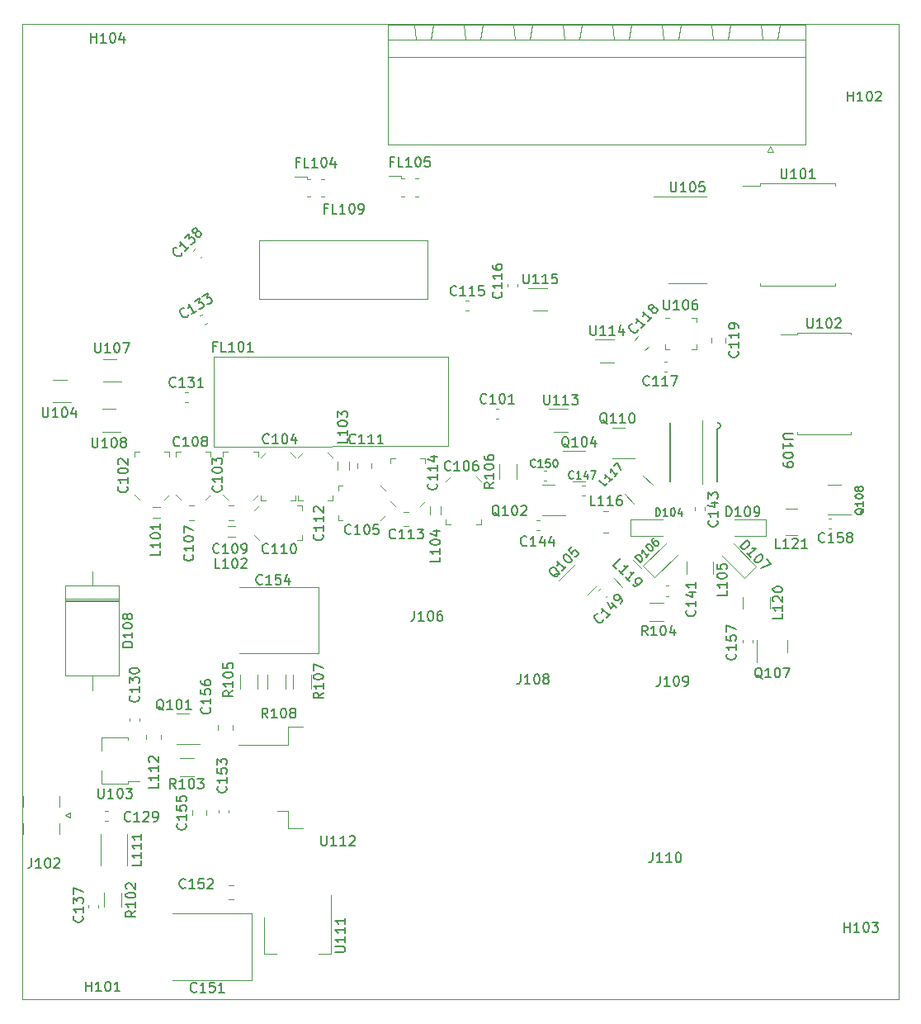
<source format=gbr>
%TF.GenerationSoftware,KiCad,Pcbnew,(7.0.0-0)*%
%TF.CreationDate,2023-05-05T23:20:31+02:00*%
%TF.ProjectId,Filter-forest-v3,46696c74-6572-42d6-966f-726573742d76,rev?*%
%TF.SameCoordinates,Original*%
%TF.FileFunction,Legend,Top*%
%TF.FilePolarity,Positive*%
%FSLAX46Y46*%
G04 Gerber Fmt 4.6, Leading zero omitted, Abs format (unit mm)*
G04 Created by KiCad (PCBNEW (7.0.0-0)) date 2023-05-05 23:20:31*
%MOMM*%
%LPD*%
G01*
G04 APERTURE LIST*
%ADD10C,0.150000*%
%ADD11C,0.120000*%
%ADD12C,0.010000*%
%TA.AperFunction,Profile*%
%ADD13C,0.100000*%
%TD*%
G04 APERTURE END LIST*
D10*
%TO.C,L116*%
X134988452Y-79317380D02*
X134512262Y-79317380D01*
X134512262Y-79317380D02*
X134512262Y-78317380D01*
X135845595Y-79317380D02*
X135274167Y-79317380D01*
X135559881Y-79317380D02*
X135559881Y-78317380D01*
X135559881Y-78317380D02*
X135464643Y-78460238D01*
X135464643Y-78460238D02*
X135369405Y-78555476D01*
X135369405Y-78555476D02*
X135274167Y-78603095D01*
X136797976Y-79317380D02*
X136226548Y-79317380D01*
X136512262Y-79317380D02*
X136512262Y-78317380D01*
X136512262Y-78317380D02*
X136417024Y-78460238D01*
X136417024Y-78460238D02*
X136321786Y-78555476D01*
X136321786Y-78555476D02*
X136226548Y-78603095D01*
X137655119Y-78317380D02*
X137464643Y-78317380D01*
X137464643Y-78317380D02*
X137369405Y-78365000D01*
X137369405Y-78365000D02*
X137321786Y-78412619D01*
X137321786Y-78412619D02*
X137226548Y-78555476D01*
X137226548Y-78555476D02*
X137178929Y-78745952D01*
X137178929Y-78745952D02*
X137178929Y-79126904D01*
X137178929Y-79126904D02*
X137226548Y-79222142D01*
X137226548Y-79222142D02*
X137274167Y-79269761D01*
X137274167Y-79269761D02*
X137369405Y-79317380D01*
X137369405Y-79317380D02*
X137559881Y-79317380D01*
X137559881Y-79317380D02*
X137655119Y-79269761D01*
X137655119Y-79269761D02*
X137702738Y-79222142D01*
X137702738Y-79222142D02*
X137750357Y-79126904D01*
X137750357Y-79126904D02*
X137750357Y-78888809D01*
X137750357Y-78888809D02*
X137702738Y-78793571D01*
X137702738Y-78793571D02*
X137655119Y-78745952D01*
X137655119Y-78745952D02*
X137559881Y-78698333D01*
X137559881Y-78698333D02*
X137369405Y-78698333D01*
X137369405Y-78698333D02*
X137274167Y-78745952D01*
X137274167Y-78745952D02*
X137226548Y-78793571D01*
X137226548Y-78793571D02*
X137178929Y-78888809D01*
%TO.C,U106*%
X142035714Y-58257380D02*
X142035714Y-59066904D01*
X142035714Y-59066904D02*
X142083333Y-59162142D01*
X142083333Y-59162142D02*
X142130952Y-59209761D01*
X142130952Y-59209761D02*
X142226190Y-59257380D01*
X142226190Y-59257380D02*
X142416666Y-59257380D01*
X142416666Y-59257380D02*
X142511904Y-59209761D01*
X142511904Y-59209761D02*
X142559523Y-59162142D01*
X142559523Y-59162142D02*
X142607142Y-59066904D01*
X142607142Y-59066904D02*
X142607142Y-58257380D01*
X143607142Y-59257380D02*
X143035714Y-59257380D01*
X143321428Y-59257380D02*
X143321428Y-58257380D01*
X143321428Y-58257380D02*
X143226190Y-58400238D01*
X143226190Y-58400238D02*
X143130952Y-58495476D01*
X143130952Y-58495476D02*
X143035714Y-58543095D01*
X144226190Y-58257380D02*
X144321428Y-58257380D01*
X144321428Y-58257380D02*
X144416666Y-58305000D01*
X144416666Y-58305000D02*
X144464285Y-58352619D01*
X144464285Y-58352619D02*
X144511904Y-58447857D01*
X144511904Y-58447857D02*
X144559523Y-58638333D01*
X144559523Y-58638333D02*
X144559523Y-58876428D01*
X144559523Y-58876428D02*
X144511904Y-59066904D01*
X144511904Y-59066904D02*
X144464285Y-59162142D01*
X144464285Y-59162142D02*
X144416666Y-59209761D01*
X144416666Y-59209761D02*
X144321428Y-59257380D01*
X144321428Y-59257380D02*
X144226190Y-59257380D01*
X144226190Y-59257380D02*
X144130952Y-59209761D01*
X144130952Y-59209761D02*
X144083333Y-59162142D01*
X144083333Y-59162142D02*
X144035714Y-59066904D01*
X144035714Y-59066904D02*
X143988095Y-58876428D01*
X143988095Y-58876428D02*
X143988095Y-58638333D01*
X143988095Y-58638333D02*
X144035714Y-58447857D01*
X144035714Y-58447857D02*
X144083333Y-58352619D01*
X144083333Y-58352619D02*
X144130952Y-58305000D01*
X144130952Y-58305000D02*
X144226190Y-58257380D01*
X145416666Y-58257380D02*
X145226190Y-58257380D01*
X145226190Y-58257380D02*
X145130952Y-58305000D01*
X145130952Y-58305000D02*
X145083333Y-58352619D01*
X145083333Y-58352619D02*
X144988095Y-58495476D01*
X144988095Y-58495476D02*
X144940476Y-58685952D01*
X144940476Y-58685952D02*
X144940476Y-59066904D01*
X144940476Y-59066904D02*
X144988095Y-59162142D01*
X144988095Y-59162142D02*
X145035714Y-59209761D01*
X145035714Y-59209761D02*
X145130952Y-59257380D01*
X145130952Y-59257380D02*
X145321428Y-59257380D01*
X145321428Y-59257380D02*
X145416666Y-59209761D01*
X145416666Y-59209761D02*
X145464285Y-59162142D01*
X145464285Y-59162142D02*
X145511904Y-59066904D01*
X145511904Y-59066904D02*
X145511904Y-58828809D01*
X145511904Y-58828809D02*
X145464285Y-58733571D01*
X145464285Y-58733571D02*
X145416666Y-58685952D01*
X145416666Y-58685952D02*
X145321428Y-58638333D01*
X145321428Y-58638333D02*
X145130952Y-58638333D01*
X145130952Y-58638333D02*
X145035714Y-58685952D01*
X145035714Y-58685952D02*
X144988095Y-58733571D01*
X144988095Y-58733571D02*
X144940476Y-58828809D01*
%TO.C,C119*%
X149592142Y-63509047D02*
X149639761Y-63556666D01*
X149639761Y-63556666D02*
X149687380Y-63699523D01*
X149687380Y-63699523D02*
X149687380Y-63794761D01*
X149687380Y-63794761D02*
X149639761Y-63937618D01*
X149639761Y-63937618D02*
X149544523Y-64032856D01*
X149544523Y-64032856D02*
X149449285Y-64080475D01*
X149449285Y-64080475D02*
X149258809Y-64128094D01*
X149258809Y-64128094D02*
X149115952Y-64128094D01*
X149115952Y-64128094D02*
X148925476Y-64080475D01*
X148925476Y-64080475D02*
X148830238Y-64032856D01*
X148830238Y-64032856D02*
X148735000Y-63937618D01*
X148735000Y-63937618D02*
X148687380Y-63794761D01*
X148687380Y-63794761D02*
X148687380Y-63699523D01*
X148687380Y-63699523D02*
X148735000Y-63556666D01*
X148735000Y-63556666D02*
X148782619Y-63509047D01*
X149687380Y-62556666D02*
X149687380Y-63128094D01*
X149687380Y-62842380D02*
X148687380Y-62842380D01*
X148687380Y-62842380D02*
X148830238Y-62937618D01*
X148830238Y-62937618D02*
X148925476Y-63032856D01*
X148925476Y-63032856D02*
X148973095Y-63128094D01*
X149687380Y-61604285D02*
X149687380Y-62175713D01*
X149687380Y-61889999D02*
X148687380Y-61889999D01*
X148687380Y-61889999D02*
X148830238Y-61985237D01*
X148830238Y-61985237D02*
X148925476Y-62080475D01*
X148925476Y-62080475D02*
X148973095Y-62175713D01*
X149687380Y-61128094D02*
X149687380Y-60937618D01*
X149687380Y-60937618D02*
X149639761Y-60842380D01*
X149639761Y-60842380D02*
X149592142Y-60794761D01*
X149592142Y-60794761D02*
X149449285Y-60699523D01*
X149449285Y-60699523D02*
X149258809Y-60651904D01*
X149258809Y-60651904D02*
X148877857Y-60651904D01*
X148877857Y-60651904D02*
X148782619Y-60699523D01*
X148782619Y-60699523D02*
X148735000Y-60747142D01*
X148735000Y-60747142D02*
X148687380Y-60842380D01*
X148687380Y-60842380D02*
X148687380Y-61032856D01*
X148687380Y-61032856D02*
X148735000Y-61128094D01*
X148735000Y-61128094D02*
X148782619Y-61175713D01*
X148782619Y-61175713D02*
X148877857Y-61223332D01*
X148877857Y-61223332D02*
X149115952Y-61223332D01*
X149115952Y-61223332D02*
X149211190Y-61175713D01*
X149211190Y-61175713D02*
X149258809Y-61128094D01*
X149258809Y-61128094D02*
X149306428Y-61032856D01*
X149306428Y-61032856D02*
X149306428Y-60842380D01*
X149306428Y-60842380D02*
X149258809Y-60747142D01*
X149258809Y-60747142D02*
X149211190Y-60699523D01*
X149211190Y-60699523D02*
X149115952Y-60651904D01*
%TO.C,C118*%
X139391148Y-61283719D02*
X139391148Y-61351063D01*
X139391148Y-61351063D02*
X139323804Y-61485750D01*
X139323804Y-61485750D02*
X139256461Y-61553093D01*
X139256461Y-61553093D02*
X139121774Y-61620437D01*
X139121774Y-61620437D02*
X138987087Y-61620437D01*
X138987087Y-61620437D02*
X138886071Y-61586765D01*
X138886071Y-61586765D02*
X138717713Y-61485750D01*
X138717713Y-61485750D02*
X138616697Y-61384735D01*
X138616697Y-61384735D02*
X138515682Y-61216376D01*
X138515682Y-61216376D02*
X138482010Y-61115361D01*
X138482010Y-61115361D02*
X138482010Y-60980674D01*
X138482010Y-60980674D02*
X138549354Y-60845987D01*
X138549354Y-60845987D02*
X138616697Y-60778643D01*
X138616697Y-60778643D02*
X138751384Y-60711300D01*
X138751384Y-60711300D02*
X138818728Y-60711300D01*
X140131926Y-60677628D02*
X139727865Y-61081689D01*
X139929896Y-60879658D02*
X139222789Y-60172552D01*
X139222789Y-60172552D02*
X139256461Y-60340910D01*
X139256461Y-60340910D02*
X139256461Y-60475597D01*
X139256461Y-60475597D02*
X139222789Y-60576613D01*
X140805361Y-60004193D02*
X140401300Y-60408254D01*
X140603331Y-60206223D02*
X139896224Y-59499117D01*
X139896224Y-59499117D02*
X139929896Y-59667475D01*
X139929896Y-59667475D02*
X139929896Y-59802162D01*
X139929896Y-59802162D02*
X139896224Y-59903178D01*
X140805361Y-59196071D02*
X140704346Y-59229743D01*
X140704346Y-59229743D02*
X140637003Y-59229743D01*
X140637003Y-59229743D02*
X140535987Y-59196071D01*
X140535987Y-59196071D02*
X140502316Y-59162399D01*
X140502316Y-59162399D02*
X140468644Y-59061384D01*
X140468644Y-59061384D02*
X140468644Y-58994040D01*
X140468644Y-58994040D02*
X140502316Y-58893025D01*
X140502316Y-58893025D02*
X140637003Y-58758338D01*
X140637003Y-58758338D02*
X140738018Y-58724666D01*
X140738018Y-58724666D02*
X140805361Y-58724666D01*
X140805361Y-58724666D02*
X140906377Y-58758338D01*
X140906377Y-58758338D02*
X140940048Y-58792010D01*
X140940048Y-58792010D02*
X140973720Y-58893025D01*
X140973720Y-58893025D02*
X140973720Y-58960368D01*
X140973720Y-58960368D02*
X140940048Y-59061384D01*
X140940048Y-59061384D02*
X140805361Y-59196071D01*
X140805361Y-59196071D02*
X140771690Y-59297086D01*
X140771690Y-59297086D02*
X140771690Y-59364430D01*
X140771690Y-59364430D02*
X140805361Y-59465445D01*
X140805361Y-59465445D02*
X140940048Y-59600132D01*
X140940048Y-59600132D02*
X141041064Y-59633804D01*
X141041064Y-59633804D02*
X141108407Y-59633804D01*
X141108407Y-59633804D02*
X141209422Y-59600132D01*
X141209422Y-59600132D02*
X141344109Y-59465445D01*
X141344109Y-59465445D02*
X141377781Y-59364430D01*
X141377781Y-59364430D02*
X141377781Y-59297086D01*
X141377781Y-59297086D02*
X141344109Y-59196071D01*
X141344109Y-59196071D02*
X141209422Y-59061384D01*
X141209422Y-59061384D02*
X141108407Y-59027712D01*
X141108407Y-59027712D02*
X141041064Y-59027712D01*
X141041064Y-59027712D02*
X140940048Y-59061384D01*
%TO.C,C117*%
X140530952Y-66952142D02*
X140483333Y-66999761D01*
X140483333Y-66999761D02*
X140340476Y-67047380D01*
X140340476Y-67047380D02*
X140245238Y-67047380D01*
X140245238Y-67047380D02*
X140102381Y-66999761D01*
X140102381Y-66999761D02*
X140007143Y-66904523D01*
X140007143Y-66904523D02*
X139959524Y-66809285D01*
X139959524Y-66809285D02*
X139911905Y-66618809D01*
X139911905Y-66618809D02*
X139911905Y-66475952D01*
X139911905Y-66475952D02*
X139959524Y-66285476D01*
X139959524Y-66285476D02*
X140007143Y-66190238D01*
X140007143Y-66190238D02*
X140102381Y-66095000D01*
X140102381Y-66095000D02*
X140245238Y-66047380D01*
X140245238Y-66047380D02*
X140340476Y-66047380D01*
X140340476Y-66047380D02*
X140483333Y-66095000D01*
X140483333Y-66095000D02*
X140530952Y-66142619D01*
X141483333Y-67047380D02*
X140911905Y-67047380D01*
X141197619Y-67047380D02*
X141197619Y-66047380D01*
X141197619Y-66047380D02*
X141102381Y-66190238D01*
X141102381Y-66190238D02*
X141007143Y-66285476D01*
X141007143Y-66285476D02*
X140911905Y-66333095D01*
X142435714Y-67047380D02*
X141864286Y-67047380D01*
X142150000Y-67047380D02*
X142150000Y-66047380D01*
X142150000Y-66047380D02*
X142054762Y-66190238D01*
X142054762Y-66190238D02*
X141959524Y-66285476D01*
X141959524Y-66285476D02*
X141864286Y-66333095D01*
X142769048Y-66047380D02*
X143435714Y-66047380D01*
X143435714Y-66047380D02*
X143007143Y-67047380D01*
%TO.C,L111*%
X88447380Y-115769047D02*
X88447380Y-116245237D01*
X88447380Y-116245237D02*
X87447380Y-116245237D01*
X88447380Y-114911904D02*
X88447380Y-115483332D01*
X88447380Y-115197618D02*
X87447380Y-115197618D01*
X87447380Y-115197618D02*
X87590238Y-115292856D01*
X87590238Y-115292856D02*
X87685476Y-115388094D01*
X87685476Y-115388094D02*
X87733095Y-115483332D01*
X88447380Y-113959523D02*
X88447380Y-114530951D01*
X88447380Y-114245237D02*
X87447380Y-114245237D01*
X87447380Y-114245237D02*
X87590238Y-114340475D01*
X87590238Y-114340475D02*
X87685476Y-114435713D01*
X87685476Y-114435713D02*
X87733095Y-114530951D01*
X88447380Y-113007142D02*
X88447380Y-113578570D01*
X88447380Y-113292856D02*
X87447380Y-113292856D01*
X87447380Y-113292856D02*
X87590238Y-113388094D01*
X87590238Y-113388094D02*
X87685476Y-113483332D01*
X87685476Y-113483332D02*
X87733095Y-113578570D01*
%TO.C,L119*%
X137208936Y-85828491D02*
X136872218Y-85491774D01*
X136872218Y-85491774D02*
X137579325Y-84784667D01*
X137815028Y-86434583D02*
X137410967Y-86030522D01*
X137612997Y-86232552D02*
X138320104Y-85525446D01*
X138320104Y-85525446D02*
X138151745Y-85559117D01*
X138151745Y-85559117D02*
X138017058Y-85559117D01*
X138017058Y-85559117D02*
X137916043Y-85525446D01*
X138488463Y-87108018D02*
X138084402Y-86703957D01*
X138286432Y-86905987D02*
X138993539Y-86198881D01*
X138993539Y-86198881D02*
X138825180Y-86232552D01*
X138825180Y-86232552D02*
X138690493Y-86232552D01*
X138690493Y-86232552D02*
X138589478Y-86198881D01*
X138825180Y-87444735D02*
X138959867Y-87579422D01*
X138959867Y-87579422D02*
X139060883Y-87613094D01*
X139060883Y-87613094D02*
X139128226Y-87613094D01*
X139128226Y-87613094D02*
X139296585Y-87579422D01*
X139296585Y-87579422D02*
X139464944Y-87478407D01*
X139464944Y-87478407D02*
X139734318Y-87209033D01*
X139734318Y-87209033D02*
X139767989Y-87108018D01*
X139767989Y-87108018D02*
X139767989Y-87040674D01*
X139767989Y-87040674D02*
X139734318Y-86939659D01*
X139734318Y-86939659D02*
X139599631Y-86804972D01*
X139599631Y-86804972D02*
X139498615Y-86771300D01*
X139498615Y-86771300D02*
X139431272Y-86771300D01*
X139431272Y-86771300D02*
X139330257Y-86804972D01*
X139330257Y-86804972D02*
X139161898Y-86973331D01*
X139161898Y-86973331D02*
X139128226Y-87074346D01*
X139128226Y-87074346D02*
X139128226Y-87141690D01*
X139128226Y-87141690D02*
X139161898Y-87242705D01*
X139161898Y-87242705D02*
X139296585Y-87377392D01*
X139296585Y-87377392D02*
X139397600Y-87411064D01*
X139397600Y-87411064D02*
X139464944Y-87411064D01*
X139464944Y-87411064D02*
X139565959Y-87377392D01*
%TO.C,L105*%
X148497380Y-88059047D02*
X148497380Y-88535237D01*
X148497380Y-88535237D02*
X147497380Y-88535237D01*
X148497380Y-87201904D02*
X148497380Y-87773332D01*
X148497380Y-87487618D02*
X147497380Y-87487618D01*
X147497380Y-87487618D02*
X147640238Y-87582856D01*
X147640238Y-87582856D02*
X147735476Y-87678094D01*
X147735476Y-87678094D02*
X147783095Y-87773332D01*
X147497380Y-86582856D02*
X147497380Y-86487618D01*
X147497380Y-86487618D02*
X147545000Y-86392380D01*
X147545000Y-86392380D02*
X147592619Y-86344761D01*
X147592619Y-86344761D02*
X147687857Y-86297142D01*
X147687857Y-86297142D02*
X147878333Y-86249523D01*
X147878333Y-86249523D02*
X148116428Y-86249523D01*
X148116428Y-86249523D02*
X148306904Y-86297142D01*
X148306904Y-86297142D02*
X148402142Y-86344761D01*
X148402142Y-86344761D02*
X148449761Y-86392380D01*
X148449761Y-86392380D02*
X148497380Y-86487618D01*
X148497380Y-86487618D02*
X148497380Y-86582856D01*
X148497380Y-86582856D02*
X148449761Y-86678094D01*
X148449761Y-86678094D02*
X148402142Y-86725713D01*
X148402142Y-86725713D02*
X148306904Y-86773332D01*
X148306904Y-86773332D02*
X148116428Y-86820951D01*
X148116428Y-86820951D02*
X147878333Y-86820951D01*
X147878333Y-86820951D02*
X147687857Y-86773332D01*
X147687857Y-86773332D02*
X147592619Y-86725713D01*
X147592619Y-86725713D02*
X147545000Y-86678094D01*
X147545000Y-86678094D02*
X147497380Y-86582856D01*
X147497380Y-85344761D02*
X147497380Y-85820951D01*
X147497380Y-85820951D02*
X147973571Y-85868570D01*
X147973571Y-85868570D02*
X147925952Y-85820951D01*
X147925952Y-85820951D02*
X147878333Y-85725713D01*
X147878333Y-85725713D02*
X147878333Y-85487618D01*
X147878333Y-85487618D02*
X147925952Y-85392380D01*
X147925952Y-85392380D02*
X147973571Y-85344761D01*
X147973571Y-85344761D02*
X148068809Y-85297142D01*
X148068809Y-85297142D02*
X148306904Y-85297142D01*
X148306904Y-85297142D02*
X148402142Y-85344761D01*
X148402142Y-85344761D02*
X148449761Y-85392380D01*
X148449761Y-85392380D02*
X148497380Y-85487618D01*
X148497380Y-85487618D02*
X148497380Y-85725713D01*
X148497380Y-85725713D02*
X148449761Y-85820951D01*
X148449761Y-85820951D02*
X148402142Y-85868570D01*
%TO.C,L121*%
X153980952Y-83697380D02*
X153504762Y-83697380D01*
X153504762Y-83697380D02*
X153504762Y-82697380D01*
X154838095Y-83697380D02*
X154266667Y-83697380D01*
X154552381Y-83697380D02*
X154552381Y-82697380D01*
X154552381Y-82697380D02*
X154457143Y-82840238D01*
X154457143Y-82840238D02*
X154361905Y-82935476D01*
X154361905Y-82935476D02*
X154266667Y-82983095D01*
X155219048Y-82792619D02*
X155266667Y-82745000D01*
X155266667Y-82745000D02*
X155361905Y-82697380D01*
X155361905Y-82697380D02*
X155600000Y-82697380D01*
X155600000Y-82697380D02*
X155695238Y-82745000D01*
X155695238Y-82745000D02*
X155742857Y-82792619D01*
X155742857Y-82792619D02*
X155790476Y-82887857D01*
X155790476Y-82887857D02*
X155790476Y-82983095D01*
X155790476Y-82983095D02*
X155742857Y-83125952D01*
X155742857Y-83125952D02*
X155171429Y-83697380D01*
X155171429Y-83697380D02*
X155790476Y-83697380D01*
X156742857Y-83697380D02*
X156171429Y-83697380D01*
X156457143Y-83697380D02*
X156457143Y-82697380D01*
X156457143Y-82697380D02*
X156361905Y-82840238D01*
X156361905Y-82840238D02*
X156266667Y-82935476D01*
X156266667Y-82935476D02*
X156171429Y-82983095D01*
%TO.C,L120*%
X154217380Y-90419047D02*
X154217380Y-90895237D01*
X154217380Y-90895237D02*
X153217380Y-90895237D01*
X154217380Y-89561904D02*
X154217380Y-90133332D01*
X154217380Y-89847618D02*
X153217380Y-89847618D01*
X153217380Y-89847618D02*
X153360238Y-89942856D01*
X153360238Y-89942856D02*
X153455476Y-90038094D01*
X153455476Y-90038094D02*
X153503095Y-90133332D01*
X153312619Y-89180951D02*
X153265000Y-89133332D01*
X153265000Y-89133332D02*
X153217380Y-89038094D01*
X153217380Y-89038094D02*
X153217380Y-88799999D01*
X153217380Y-88799999D02*
X153265000Y-88704761D01*
X153265000Y-88704761D02*
X153312619Y-88657142D01*
X153312619Y-88657142D02*
X153407857Y-88609523D01*
X153407857Y-88609523D02*
X153503095Y-88609523D01*
X153503095Y-88609523D02*
X153645952Y-88657142D01*
X153645952Y-88657142D02*
X154217380Y-89228570D01*
X154217380Y-89228570D02*
X154217380Y-88609523D01*
X153217380Y-87990475D02*
X153217380Y-87895237D01*
X153217380Y-87895237D02*
X153265000Y-87799999D01*
X153265000Y-87799999D02*
X153312619Y-87752380D01*
X153312619Y-87752380D02*
X153407857Y-87704761D01*
X153407857Y-87704761D02*
X153598333Y-87657142D01*
X153598333Y-87657142D02*
X153836428Y-87657142D01*
X153836428Y-87657142D02*
X154026904Y-87704761D01*
X154026904Y-87704761D02*
X154122142Y-87752380D01*
X154122142Y-87752380D02*
X154169761Y-87799999D01*
X154169761Y-87799999D02*
X154217380Y-87895237D01*
X154217380Y-87895237D02*
X154217380Y-87990475D01*
X154217380Y-87990475D02*
X154169761Y-88085713D01*
X154169761Y-88085713D02*
X154122142Y-88133332D01*
X154122142Y-88133332D02*
X154026904Y-88180951D01*
X154026904Y-88180951D02*
X153836428Y-88228570D01*
X153836428Y-88228570D02*
X153598333Y-88228570D01*
X153598333Y-88228570D02*
X153407857Y-88180951D01*
X153407857Y-88180951D02*
X153312619Y-88133332D01*
X153312619Y-88133332D02*
X153265000Y-88085713D01*
X153265000Y-88085713D02*
X153217380Y-87990475D01*
%TO.C,C109*%
X96400952Y-84142142D02*
X96353333Y-84189761D01*
X96353333Y-84189761D02*
X96210476Y-84237380D01*
X96210476Y-84237380D02*
X96115238Y-84237380D01*
X96115238Y-84237380D02*
X95972381Y-84189761D01*
X95972381Y-84189761D02*
X95877143Y-84094523D01*
X95877143Y-84094523D02*
X95829524Y-83999285D01*
X95829524Y-83999285D02*
X95781905Y-83808809D01*
X95781905Y-83808809D02*
X95781905Y-83665952D01*
X95781905Y-83665952D02*
X95829524Y-83475476D01*
X95829524Y-83475476D02*
X95877143Y-83380238D01*
X95877143Y-83380238D02*
X95972381Y-83285000D01*
X95972381Y-83285000D02*
X96115238Y-83237380D01*
X96115238Y-83237380D02*
X96210476Y-83237380D01*
X96210476Y-83237380D02*
X96353333Y-83285000D01*
X96353333Y-83285000D02*
X96400952Y-83332619D01*
X97353333Y-84237380D02*
X96781905Y-84237380D01*
X97067619Y-84237380D02*
X97067619Y-83237380D01*
X97067619Y-83237380D02*
X96972381Y-83380238D01*
X96972381Y-83380238D02*
X96877143Y-83475476D01*
X96877143Y-83475476D02*
X96781905Y-83523095D01*
X97972381Y-83237380D02*
X98067619Y-83237380D01*
X98067619Y-83237380D02*
X98162857Y-83285000D01*
X98162857Y-83285000D02*
X98210476Y-83332619D01*
X98210476Y-83332619D02*
X98258095Y-83427857D01*
X98258095Y-83427857D02*
X98305714Y-83618333D01*
X98305714Y-83618333D02*
X98305714Y-83856428D01*
X98305714Y-83856428D02*
X98258095Y-84046904D01*
X98258095Y-84046904D02*
X98210476Y-84142142D01*
X98210476Y-84142142D02*
X98162857Y-84189761D01*
X98162857Y-84189761D02*
X98067619Y-84237380D01*
X98067619Y-84237380D02*
X97972381Y-84237380D01*
X97972381Y-84237380D02*
X97877143Y-84189761D01*
X97877143Y-84189761D02*
X97829524Y-84142142D01*
X97829524Y-84142142D02*
X97781905Y-84046904D01*
X97781905Y-84046904D02*
X97734286Y-83856428D01*
X97734286Y-83856428D02*
X97734286Y-83618333D01*
X97734286Y-83618333D02*
X97781905Y-83427857D01*
X97781905Y-83427857D02*
X97829524Y-83332619D01*
X97829524Y-83332619D02*
X97877143Y-83285000D01*
X97877143Y-83285000D02*
X97972381Y-83237380D01*
X98781905Y-84237380D02*
X98972381Y-84237380D01*
X98972381Y-84237380D02*
X99067619Y-84189761D01*
X99067619Y-84189761D02*
X99115238Y-84142142D01*
X99115238Y-84142142D02*
X99210476Y-83999285D01*
X99210476Y-83999285D02*
X99258095Y-83808809D01*
X99258095Y-83808809D02*
X99258095Y-83427857D01*
X99258095Y-83427857D02*
X99210476Y-83332619D01*
X99210476Y-83332619D02*
X99162857Y-83285000D01*
X99162857Y-83285000D02*
X99067619Y-83237380D01*
X99067619Y-83237380D02*
X98877143Y-83237380D01*
X98877143Y-83237380D02*
X98781905Y-83285000D01*
X98781905Y-83285000D02*
X98734286Y-83332619D01*
X98734286Y-83332619D02*
X98686667Y-83427857D01*
X98686667Y-83427857D02*
X98686667Y-83665952D01*
X98686667Y-83665952D02*
X98734286Y-83761190D01*
X98734286Y-83761190D02*
X98781905Y-83808809D01*
X98781905Y-83808809D02*
X98877143Y-83856428D01*
X98877143Y-83856428D02*
X99067619Y-83856428D01*
X99067619Y-83856428D02*
X99162857Y-83808809D01*
X99162857Y-83808809D02*
X99210476Y-83761190D01*
X99210476Y-83761190D02*
X99258095Y-83665952D01*
%TO.C,C107*%
X93682142Y-84369047D02*
X93729761Y-84416666D01*
X93729761Y-84416666D02*
X93777380Y-84559523D01*
X93777380Y-84559523D02*
X93777380Y-84654761D01*
X93777380Y-84654761D02*
X93729761Y-84797618D01*
X93729761Y-84797618D02*
X93634523Y-84892856D01*
X93634523Y-84892856D02*
X93539285Y-84940475D01*
X93539285Y-84940475D02*
X93348809Y-84988094D01*
X93348809Y-84988094D02*
X93205952Y-84988094D01*
X93205952Y-84988094D02*
X93015476Y-84940475D01*
X93015476Y-84940475D02*
X92920238Y-84892856D01*
X92920238Y-84892856D02*
X92825000Y-84797618D01*
X92825000Y-84797618D02*
X92777380Y-84654761D01*
X92777380Y-84654761D02*
X92777380Y-84559523D01*
X92777380Y-84559523D02*
X92825000Y-84416666D01*
X92825000Y-84416666D02*
X92872619Y-84369047D01*
X93777380Y-83416666D02*
X93777380Y-83988094D01*
X93777380Y-83702380D02*
X92777380Y-83702380D01*
X92777380Y-83702380D02*
X92920238Y-83797618D01*
X92920238Y-83797618D02*
X93015476Y-83892856D01*
X93015476Y-83892856D02*
X93063095Y-83988094D01*
X92777380Y-82797618D02*
X92777380Y-82702380D01*
X92777380Y-82702380D02*
X92825000Y-82607142D01*
X92825000Y-82607142D02*
X92872619Y-82559523D01*
X92872619Y-82559523D02*
X92967857Y-82511904D01*
X92967857Y-82511904D02*
X93158333Y-82464285D01*
X93158333Y-82464285D02*
X93396428Y-82464285D01*
X93396428Y-82464285D02*
X93586904Y-82511904D01*
X93586904Y-82511904D02*
X93682142Y-82559523D01*
X93682142Y-82559523D02*
X93729761Y-82607142D01*
X93729761Y-82607142D02*
X93777380Y-82702380D01*
X93777380Y-82702380D02*
X93777380Y-82797618D01*
X93777380Y-82797618D02*
X93729761Y-82892856D01*
X93729761Y-82892856D02*
X93682142Y-82940475D01*
X93682142Y-82940475D02*
X93586904Y-82988094D01*
X93586904Y-82988094D02*
X93396428Y-83035713D01*
X93396428Y-83035713D02*
X93158333Y-83035713D01*
X93158333Y-83035713D02*
X92967857Y-82988094D01*
X92967857Y-82988094D02*
X92872619Y-82940475D01*
X92872619Y-82940475D02*
X92825000Y-82892856D01*
X92825000Y-82892856D02*
X92777380Y-82797618D01*
X92777380Y-82130951D02*
X92777380Y-81464285D01*
X92777380Y-81464285D02*
X93777380Y-81892856D01*
%TO.C,U107*%
X83675714Y-62647380D02*
X83675714Y-63456904D01*
X83675714Y-63456904D02*
X83723333Y-63552142D01*
X83723333Y-63552142D02*
X83770952Y-63599761D01*
X83770952Y-63599761D02*
X83866190Y-63647380D01*
X83866190Y-63647380D02*
X84056666Y-63647380D01*
X84056666Y-63647380D02*
X84151904Y-63599761D01*
X84151904Y-63599761D02*
X84199523Y-63552142D01*
X84199523Y-63552142D02*
X84247142Y-63456904D01*
X84247142Y-63456904D02*
X84247142Y-62647380D01*
X85247142Y-63647380D02*
X84675714Y-63647380D01*
X84961428Y-63647380D02*
X84961428Y-62647380D01*
X84961428Y-62647380D02*
X84866190Y-62790238D01*
X84866190Y-62790238D02*
X84770952Y-62885476D01*
X84770952Y-62885476D02*
X84675714Y-62933095D01*
X85866190Y-62647380D02*
X85961428Y-62647380D01*
X85961428Y-62647380D02*
X86056666Y-62695000D01*
X86056666Y-62695000D02*
X86104285Y-62742619D01*
X86104285Y-62742619D02*
X86151904Y-62837857D01*
X86151904Y-62837857D02*
X86199523Y-63028333D01*
X86199523Y-63028333D02*
X86199523Y-63266428D01*
X86199523Y-63266428D02*
X86151904Y-63456904D01*
X86151904Y-63456904D02*
X86104285Y-63552142D01*
X86104285Y-63552142D02*
X86056666Y-63599761D01*
X86056666Y-63599761D02*
X85961428Y-63647380D01*
X85961428Y-63647380D02*
X85866190Y-63647380D01*
X85866190Y-63647380D02*
X85770952Y-63599761D01*
X85770952Y-63599761D02*
X85723333Y-63552142D01*
X85723333Y-63552142D02*
X85675714Y-63456904D01*
X85675714Y-63456904D02*
X85628095Y-63266428D01*
X85628095Y-63266428D02*
X85628095Y-63028333D01*
X85628095Y-63028333D02*
X85675714Y-62837857D01*
X85675714Y-62837857D02*
X85723333Y-62742619D01*
X85723333Y-62742619D02*
X85770952Y-62695000D01*
X85770952Y-62695000D02*
X85866190Y-62647380D01*
X86532857Y-62647380D02*
X87199523Y-62647380D01*
X87199523Y-62647380D02*
X86770952Y-63647380D01*
%TO.C,R106*%
X124587380Y-76979047D02*
X124111190Y-77312380D01*
X124587380Y-77550475D02*
X123587380Y-77550475D01*
X123587380Y-77550475D02*
X123587380Y-77169523D01*
X123587380Y-77169523D02*
X123635000Y-77074285D01*
X123635000Y-77074285D02*
X123682619Y-77026666D01*
X123682619Y-77026666D02*
X123777857Y-76979047D01*
X123777857Y-76979047D02*
X123920714Y-76979047D01*
X123920714Y-76979047D02*
X124015952Y-77026666D01*
X124015952Y-77026666D02*
X124063571Y-77074285D01*
X124063571Y-77074285D02*
X124111190Y-77169523D01*
X124111190Y-77169523D02*
X124111190Y-77550475D01*
X124587380Y-76026666D02*
X124587380Y-76598094D01*
X124587380Y-76312380D02*
X123587380Y-76312380D01*
X123587380Y-76312380D02*
X123730238Y-76407618D01*
X123730238Y-76407618D02*
X123825476Y-76502856D01*
X123825476Y-76502856D02*
X123873095Y-76598094D01*
X123587380Y-75407618D02*
X123587380Y-75312380D01*
X123587380Y-75312380D02*
X123635000Y-75217142D01*
X123635000Y-75217142D02*
X123682619Y-75169523D01*
X123682619Y-75169523D02*
X123777857Y-75121904D01*
X123777857Y-75121904D02*
X123968333Y-75074285D01*
X123968333Y-75074285D02*
X124206428Y-75074285D01*
X124206428Y-75074285D02*
X124396904Y-75121904D01*
X124396904Y-75121904D02*
X124492142Y-75169523D01*
X124492142Y-75169523D02*
X124539761Y-75217142D01*
X124539761Y-75217142D02*
X124587380Y-75312380D01*
X124587380Y-75312380D02*
X124587380Y-75407618D01*
X124587380Y-75407618D02*
X124539761Y-75502856D01*
X124539761Y-75502856D02*
X124492142Y-75550475D01*
X124492142Y-75550475D02*
X124396904Y-75598094D01*
X124396904Y-75598094D02*
X124206428Y-75645713D01*
X124206428Y-75645713D02*
X123968333Y-75645713D01*
X123968333Y-75645713D02*
X123777857Y-75598094D01*
X123777857Y-75598094D02*
X123682619Y-75550475D01*
X123682619Y-75550475D02*
X123635000Y-75502856D01*
X123635000Y-75502856D02*
X123587380Y-75407618D01*
X123587380Y-74217142D02*
X123587380Y-74407618D01*
X123587380Y-74407618D02*
X123635000Y-74502856D01*
X123635000Y-74502856D02*
X123682619Y-74550475D01*
X123682619Y-74550475D02*
X123825476Y-74645713D01*
X123825476Y-74645713D02*
X124015952Y-74693332D01*
X124015952Y-74693332D02*
X124396904Y-74693332D01*
X124396904Y-74693332D02*
X124492142Y-74645713D01*
X124492142Y-74645713D02*
X124539761Y-74598094D01*
X124539761Y-74598094D02*
X124587380Y-74502856D01*
X124587380Y-74502856D02*
X124587380Y-74312380D01*
X124587380Y-74312380D02*
X124539761Y-74217142D01*
X124539761Y-74217142D02*
X124492142Y-74169523D01*
X124492142Y-74169523D02*
X124396904Y-74121904D01*
X124396904Y-74121904D02*
X124158809Y-74121904D01*
X124158809Y-74121904D02*
X124063571Y-74169523D01*
X124063571Y-74169523D02*
X124015952Y-74217142D01*
X124015952Y-74217142D02*
X123968333Y-74312380D01*
X123968333Y-74312380D02*
X123968333Y-74502856D01*
X123968333Y-74502856D02*
X124015952Y-74598094D01*
X124015952Y-74598094D02*
X124063571Y-74645713D01*
X124063571Y-74645713D02*
X124158809Y-74693332D01*
%TO.C,U105*%
X142735714Y-46177380D02*
X142735714Y-46986904D01*
X142735714Y-46986904D02*
X142783333Y-47082142D01*
X142783333Y-47082142D02*
X142830952Y-47129761D01*
X142830952Y-47129761D02*
X142926190Y-47177380D01*
X142926190Y-47177380D02*
X143116666Y-47177380D01*
X143116666Y-47177380D02*
X143211904Y-47129761D01*
X143211904Y-47129761D02*
X143259523Y-47082142D01*
X143259523Y-47082142D02*
X143307142Y-46986904D01*
X143307142Y-46986904D02*
X143307142Y-46177380D01*
X144307142Y-47177380D02*
X143735714Y-47177380D01*
X144021428Y-47177380D02*
X144021428Y-46177380D01*
X144021428Y-46177380D02*
X143926190Y-46320238D01*
X143926190Y-46320238D02*
X143830952Y-46415476D01*
X143830952Y-46415476D02*
X143735714Y-46463095D01*
X144926190Y-46177380D02*
X145021428Y-46177380D01*
X145021428Y-46177380D02*
X145116666Y-46225000D01*
X145116666Y-46225000D02*
X145164285Y-46272619D01*
X145164285Y-46272619D02*
X145211904Y-46367857D01*
X145211904Y-46367857D02*
X145259523Y-46558333D01*
X145259523Y-46558333D02*
X145259523Y-46796428D01*
X145259523Y-46796428D02*
X145211904Y-46986904D01*
X145211904Y-46986904D02*
X145164285Y-47082142D01*
X145164285Y-47082142D02*
X145116666Y-47129761D01*
X145116666Y-47129761D02*
X145021428Y-47177380D01*
X145021428Y-47177380D02*
X144926190Y-47177380D01*
X144926190Y-47177380D02*
X144830952Y-47129761D01*
X144830952Y-47129761D02*
X144783333Y-47082142D01*
X144783333Y-47082142D02*
X144735714Y-46986904D01*
X144735714Y-46986904D02*
X144688095Y-46796428D01*
X144688095Y-46796428D02*
X144688095Y-46558333D01*
X144688095Y-46558333D02*
X144735714Y-46367857D01*
X144735714Y-46367857D02*
X144783333Y-46272619D01*
X144783333Y-46272619D02*
X144830952Y-46225000D01*
X144830952Y-46225000D02*
X144926190Y-46177380D01*
X146164285Y-46177380D02*
X145688095Y-46177380D01*
X145688095Y-46177380D02*
X145640476Y-46653571D01*
X145640476Y-46653571D02*
X145688095Y-46605952D01*
X145688095Y-46605952D02*
X145783333Y-46558333D01*
X145783333Y-46558333D02*
X146021428Y-46558333D01*
X146021428Y-46558333D02*
X146116666Y-46605952D01*
X146116666Y-46605952D02*
X146164285Y-46653571D01*
X146164285Y-46653571D02*
X146211904Y-46748809D01*
X146211904Y-46748809D02*
X146211904Y-46986904D01*
X146211904Y-46986904D02*
X146164285Y-47082142D01*
X146164285Y-47082142D02*
X146116666Y-47129761D01*
X146116666Y-47129761D02*
X146021428Y-47177380D01*
X146021428Y-47177380D02*
X145783333Y-47177380D01*
X145783333Y-47177380D02*
X145688095Y-47129761D01*
X145688095Y-47129761D02*
X145640476Y-47082142D01*
%TO.C,D108*%
X87507380Y-93860475D02*
X86507380Y-93860475D01*
X86507380Y-93860475D02*
X86507380Y-93622380D01*
X86507380Y-93622380D02*
X86555000Y-93479523D01*
X86555000Y-93479523D02*
X86650238Y-93384285D01*
X86650238Y-93384285D02*
X86745476Y-93336666D01*
X86745476Y-93336666D02*
X86935952Y-93289047D01*
X86935952Y-93289047D02*
X87078809Y-93289047D01*
X87078809Y-93289047D02*
X87269285Y-93336666D01*
X87269285Y-93336666D02*
X87364523Y-93384285D01*
X87364523Y-93384285D02*
X87459761Y-93479523D01*
X87459761Y-93479523D02*
X87507380Y-93622380D01*
X87507380Y-93622380D02*
X87507380Y-93860475D01*
X87507380Y-92336666D02*
X87507380Y-92908094D01*
X87507380Y-92622380D02*
X86507380Y-92622380D01*
X86507380Y-92622380D02*
X86650238Y-92717618D01*
X86650238Y-92717618D02*
X86745476Y-92812856D01*
X86745476Y-92812856D02*
X86793095Y-92908094D01*
X86507380Y-91717618D02*
X86507380Y-91622380D01*
X86507380Y-91622380D02*
X86555000Y-91527142D01*
X86555000Y-91527142D02*
X86602619Y-91479523D01*
X86602619Y-91479523D02*
X86697857Y-91431904D01*
X86697857Y-91431904D02*
X86888333Y-91384285D01*
X86888333Y-91384285D02*
X87126428Y-91384285D01*
X87126428Y-91384285D02*
X87316904Y-91431904D01*
X87316904Y-91431904D02*
X87412142Y-91479523D01*
X87412142Y-91479523D02*
X87459761Y-91527142D01*
X87459761Y-91527142D02*
X87507380Y-91622380D01*
X87507380Y-91622380D02*
X87507380Y-91717618D01*
X87507380Y-91717618D02*
X87459761Y-91812856D01*
X87459761Y-91812856D02*
X87412142Y-91860475D01*
X87412142Y-91860475D02*
X87316904Y-91908094D01*
X87316904Y-91908094D02*
X87126428Y-91955713D01*
X87126428Y-91955713D02*
X86888333Y-91955713D01*
X86888333Y-91955713D02*
X86697857Y-91908094D01*
X86697857Y-91908094D02*
X86602619Y-91860475D01*
X86602619Y-91860475D02*
X86555000Y-91812856D01*
X86555000Y-91812856D02*
X86507380Y-91717618D01*
X86935952Y-90812856D02*
X86888333Y-90908094D01*
X86888333Y-90908094D02*
X86840714Y-90955713D01*
X86840714Y-90955713D02*
X86745476Y-91003332D01*
X86745476Y-91003332D02*
X86697857Y-91003332D01*
X86697857Y-91003332D02*
X86602619Y-90955713D01*
X86602619Y-90955713D02*
X86555000Y-90908094D01*
X86555000Y-90908094D02*
X86507380Y-90812856D01*
X86507380Y-90812856D02*
X86507380Y-90622380D01*
X86507380Y-90622380D02*
X86555000Y-90527142D01*
X86555000Y-90527142D02*
X86602619Y-90479523D01*
X86602619Y-90479523D02*
X86697857Y-90431904D01*
X86697857Y-90431904D02*
X86745476Y-90431904D01*
X86745476Y-90431904D02*
X86840714Y-90479523D01*
X86840714Y-90479523D02*
X86888333Y-90527142D01*
X86888333Y-90527142D02*
X86935952Y-90622380D01*
X86935952Y-90622380D02*
X86935952Y-90812856D01*
X86935952Y-90812856D02*
X86983571Y-90908094D01*
X86983571Y-90908094D02*
X87031190Y-90955713D01*
X87031190Y-90955713D02*
X87126428Y-91003332D01*
X87126428Y-91003332D02*
X87316904Y-91003332D01*
X87316904Y-91003332D02*
X87412142Y-90955713D01*
X87412142Y-90955713D02*
X87459761Y-90908094D01*
X87459761Y-90908094D02*
X87507380Y-90812856D01*
X87507380Y-90812856D02*
X87507380Y-90622380D01*
X87507380Y-90622380D02*
X87459761Y-90527142D01*
X87459761Y-90527142D02*
X87412142Y-90479523D01*
X87412142Y-90479523D02*
X87316904Y-90431904D01*
X87316904Y-90431904D02*
X87126428Y-90431904D01*
X87126428Y-90431904D02*
X87031190Y-90479523D01*
X87031190Y-90479523D02*
X86983571Y-90527142D01*
X86983571Y-90527142D02*
X86935952Y-90622380D01*
%TO.C,FL104*%
X104634523Y-44133571D02*
X104301190Y-44133571D01*
X104301190Y-44657380D02*
X104301190Y-43657380D01*
X104301190Y-43657380D02*
X104777380Y-43657380D01*
X105634523Y-44657380D02*
X105158333Y-44657380D01*
X105158333Y-44657380D02*
X105158333Y-43657380D01*
X106491666Y-44657380D02*
X105920238Y-44657380D01*
X106205952Y-44657380D02*
X106205952Y-43657380D01*
X106205952Y-43657380D02*
X106110714Y-43800238D01*
X106110714Y-43800238D02*
X106015476Y-43895476D01*
X106015476Y-43895476D02*
X105920238Y-43943095D01*
X107110714Y-43657380D02*
X107205952Y-43657380D01*
X107205952Y-43657380D02*
X107301190Y-43705000D01*
X107301190Y-43705000D02*
X107348809Y-43752619D01*
X107348809Y-43752619D02*
X107396428Y-43847857D01*
X107396428Y-43847857D02*
X107444047Y-44038333D01*
X107444047Y-44038333D02*
X107444047Y-44276428D01*
X107444047Y-44276428D02*
X107396428Y-44466904D01*
X107396428Y-44466904D02*
X107348809Y-44562142D01*
X107348809Y-44562142D02*
X107301190Y-44609761D01*
X107301190Y-44609761D02*
X107205952Y-44657380D01*
X107205952Y-44657380D02*
X107110714Y-44657380D01*
X107110714Y-44657380D02*
X107015476Y-44609761D01*
X107015476Y-44609761D02*
X106967857Y-44562142D01*
X106967857Y-44562142D02*
X106920238Y-44466904D01*
X106920238Y-44466904D02*
X106872619Y-44276428D01*
X106872619Y-44276428D02*
X106872619Y-44038333D01*
X106872619Y-44038333D02*
X106920238Y-43847857D01*
X106920238Y-43847857D02*
X106967857Y-43752619D01*
X106967857Y-43752619D02*
X107015476Y-43705000D01*
X107015476Y-43705000D02*
X107110714Y-43657380D01*
X108301190Y-43990714D02*
X108301190Y-44657380D01*
X108063095Y-43609761D02*
X107825000Y-44324047D01*
X107825000Y-44324047D02*
X108444047Y-44324047D01*
%TO.C,FL101*%
X96129523Y-63023571D02*
X95796190Y-63023571D01*
X95796190Y-63547380D02*
X95796190Y-62547380D01*
X95796190Y-62547380D02*
X96272380Y-62547380D01*
X97129523Y-63547380D02*
X96653333Y-63547380D01*
X96653333Y-63547380D02*
X96653333Y-62547380D01*
X97986666Y-63547380D02*
X97415238Y-63547380D01*
X97700952Y-63547380D02*
X97700952Y-62547380D01*
X97700952Y-62547380D02*
X97605714Y-62690238D01*
X97605714Y-62690238D02*
X97510476Y-62785476D01*
X97510476Y-62785476D02*
X97415238Y-62833095D01*
X98605714Y-62547380D02*
X98700952Y-62547380D01*
X98700952Y-62547380D02*
X98796190Y-62595000D01*
X98796190Y-62595000D02*
X98843809Y-62642619D01*
X98843809Y-62642619D02*
X98891428Y-62737857D01*
X98891428Y-62737857D02*
X98939047Y-62928333D01*
X98939047Y-62928333D02*
X98939047Y-63166428D01*
X98939047Y-63166428D02*
X98891428Y-63356904D01*
X98891428Y-63356904D02*
X98843809Y-63452142D01*
X98843809Y-63452142D02*
X98796190Y-63499761D01*
X98796190Y-63499761D02*
X98700952Y-63547380D01*
X98700952Y-63547380D02*
X98605714Y-63547380D01*
X98605714Y-63547380D02*
X98510476Y-63499761D01*
X98510476Y-63499761D02*
X98462857Y-63452142D01*
X98462857Y-63452142D02*
X98415238Y-63356904D01*
X98415238Y-63356904D02*
X98367619Y-63166428D01*
X98367619Y-63166428D02*
X98367619Y-62928333D01*
X98367619Y-62928333D02*
X98415238Y-62737857D01*
X98415238Y-62737857D02*
X98462857Y-62642619D01*
X98462857Y-62642619D02*
X98510476Y-62595000D01*
X98510476Y-62595000D02*
X98605714Y-62547380D01*
X99891428Y-63547380D02*
X99320000Y-63547380D01*
X99605714Y-63547380D02*
X99605714Y-62547380D01*
X99605714Y-62547380D02*
X99510476Y-62690238D01*
X99510476Y-62690238D02*
X99415238Y-62785476D01*
X99415238Y-62785476D02*
X99320000Y-62833095D01*
%TO.C,R107*%
X107087380Y-98509047D02*
X106611190Y-98842380D01*
X107087380Y-99080475D02*
X106087380Y-99080475D01*
X106087380Y-99080475D02*
X106087380Y-98699523D01*
X106087380Y-98699523D02*
X106135000Y-98604285D01*
X106135000Y-98604285D02*
X106182619Y-98556666D01*
X106182619Y-98556666D02*
X106277857Y-98509047D01*
X106277857Y-98509047D02*
X106420714Y-98509047D01*
X106420714Y-98509047D02*
X106515952Y-98556666D01*
X106515952Y-98556666D02*
X106563571Y-98604285D01*
X106563571Y-98604285D02*
X106611190Y-98699523D01*
X106611190Y-98699523D02*
X106611190Y-99080475D01*
X107087380Y-97556666D02*
X107087380Y-98128094D01*
X107087380Y-97842380D02*
X106087380Y-97842380D01*
X106087380Y-97842380D02*
X106230238Y-97937618D01*
X106230238Y-97937618D02*
X106325476Y-98032856D01*
X106325476Y-98032856D02*
X106373095Y-98128094D01*
X106087380Y-96937618D02*
X106087380Y-96842380D01*
X106087380Y-96842380D02*
X106135000Y-96747142D01*
X106135000Y-96747142D02*
X106182619Y-96699523D01*
X106182619Y-96699523D02*
X106277857Y-96651904D01*
X106277857Y-96651904D02*
X106468333Y-96604285D01*
X106468333Y-96604285D02*
X106706428Y-96604285D01*
X106706428Y-96604285D02*
X106896904Y-96651904D01*
X106896904Y-96651904D02*
X106992142Y-96699523D01*
X106992142Y-96699523D02*
X107039761Y-96747142D01*
X107039761Y-96747142D02*
X107087380Y-96842380D01*
X107087380Y-96842380D02*
X107087380Y-96937618D01*
X107087380Y-96937618D02*
X107039761Y-97032856D01*
X107039761Y-97032856D02*
X106992142Y-97080475D01*
X106992142Y-97080475D02*
X106896904Y-97128094D01*
X106896904Y-97128094D02*
X106706428Y-97175713D01*
X106706428Y-97175713D02*
X106468333Y-97175713D01*
X106468333Y-97175713D02*
X106277857Y-97128094D01*
X106277857Y-97128094D02*
X106182619Y-97080475D01*
X106182619Y-97080475D02*
X106135000Y-97032856D01*
X106135000Y-97032856D02*
X106087380Y-96937618D01*
X106087380Y-96270951D02*
X106087380Y-95604285D01*
X106087380Y-95604285D02*
X107087380Y-96032856D01*
%TO.C,Q108*%
X162540095Y-79648095D02*
X162502000Y-79724285D01*
X162502000Y-79724285D02*
X162425809Y-79800476D01*
X162425809Y-79800476D02*
X162311523Y-79914762D01*
X162311523Y-79914762D02*
X162273428Y-79990952D01*
X162273428Y-79990952D02*
X162273428Y-80067143D01*
X162463904Y-80029047D02*
X162425809Y-80105238D01*
X162425809Y-80105238D02*
X162349619Y-80181428D01*
X162349619Y-80181428D02*
X162197238Y-80219524D01*
X162197238Y-80219524D02*
X161930571Y-80219524D01*
X161930571Y-80219524D02*
X161778190Y-80181428D01*
X161778190Y-80181428D02*
X161702000Y-80105238D01*
X161702000Y-80105238D02*
X161663904Y-80029047D01*
X161663904Y-80029047D02*
X161663904Y-79876666D01*
X161663904Y-79876666D02*
X161702000Y-79800476D01*
X161702000Y-79800476D02*
X161778190Y-79724285D01*
X161778190Y-79724285D02*
X161930571Y-79686190D01*
X161930571Y-79686190D02*
X162197238Y-79686190D01*
X162197238Y-79686190D02*
X162349619Y-79724285D01*
X162349619Y-79724285D02*
X162425809Y-79800476D01*
X162425809Y-79800476D02*
X162463904Y-79876666D01*
X162463904Y-79876666D02*
X162463904Y-80029047D01*
X162463904Y-78924286D02*
X162463904Y-79381429D01*
X162463904Y-79152857D02*
X161663904Y-79152857D01*
X161663904Y-79152857D02*
X161778190Y-79229048D01*
X161778190Y-79229048D02*
X161854380Y-79305238D01*
X161854380Y-79305238D02*
X161892476Y-79381429D01*
X161663904Y-78429047D02*
X161663904Y-78352857D01*
X161663904Y-78352857D02*
X161702000Y-78276666D01*
X161702000Y-78276666D02*
X161740095Y-78238571D01*
X161740095Y-78238571D02*
X161816285Y-78200476D01*
X161816285Y-78200476D02*
X161968666Y-78162381D01*
X161968666Y-78162381D02*
X162159142Y-78162381D01*
X162159142Y-78162381D02*
X162311523Y-78200476D01*
X162311523Y-78200476D02*
X162387714Y-78238571D01*
X162387714Y-78238571D02*
X162425809Y-78276666D01*
X162425809Y-78276666D02*
X162463904Y-78352857D01*
X162463904Y-78352857D02*
X162463904Y-78429047D01*
X162463904Y-78429047D02*
X162425809Y-78505238D01*
X162425809Y-78505238D02*
X162387714Y-78543333D01*
X162387714Y-78543333D02*
X162311523Y-78581428D01*
X162311523Y-78581428D02*
X162159142Y-78619524D01*
X162159142Y-78619524D02*
X161968666Y-78619524D01*
X161968666Y-78619524D02*
X161816285Y-78581428D01*
X161816285Y-78581428D02*
X161740095Y-78543333D01*
X161740095Y-78543333D02*
X161702000Y-78505238D01*
X161702000Y-78505238D02*
X161663904Y-78429047D01*
X162006761Y-77705238D02*
X161968666Y-77781428D01*
X161968666Y-77781428D02*
X161930571Y-77819523D01*
X161930571Y-77819523D02*
X161854380Y-77857619D01*
X161854380Y-77857619D02*
X161816285Y-77857619D01*
X161816285Y-77857619D02*
X161740095Y-77819523D01*
X161740095Y-77819523D02*
X161702000Y-77781428D01*
X161702000Y-77781428D02*
X161663904Y-77705238D01*
X161663904Y-77705238D02*
X161663904Y-77552857D01*
X161663904Y-77552857D02*
X161702000Y-77476666D01*
X161702000Y-77476666D02*
X161740095Y-77438571D01*
X161740095Y-77438571D02*
X161816285Y-77400476D01*
X161816285Y-77400476D02*
X161854380Y-77400476D01*
X161854380Y-77400476D02*
X161930571Y-77438571D01*
X161930571Y-77438571D02*
X161968666Y-77476666D01*
X161968666Y-77476666D02*
X162006761Y-77552857D01*
X162006761Y-77552857D02*
X162006761Y-77705238D01*
X162006761Y-77705238D02*
X162044857Y-77781428D01*
X162044857Y-77781428D02*
X162082952Y-77819523D01*
X162082952Y-77819523D02*
X162159142Y-77857619D01*
X162159142Y-77857619D02*
X162311523Y-77857619D01*
X162311523Y-77857619D02*
X162387714Y-77819523D01*
X162387714Y-77819523D02*
X162425809Y-77781428D01*
X162425809Y-77781428D02*
X162463904Y-77705238D01*
X162463904Y-77705238D02*
X162463904Y-77552857D01*
X162463904Y-77552857D02*
X162425809Y-77476666D01*
X162425809Y-77476666D02*
X162387714Y-77438571D01*
X162387714Y-77438571D02*
X162311523Y-77400476D01*
X162311523Y-77400476D02*
X162159142Y-77400476D01*
X162159142Y-77400476D02*
X162082952Y-77438571D01*
X162082952Y-77438571D02*
X162044857Y-77476666D01*
X162044857Y-77476666D02*
X162006761Y-77552857D01*
%TO.C,J108*%
X127324285Y-96627380D02*
X127324285Y-97341666D01*
X127324285Y-97341666D02*
X127276666Y-97484523D01*
X127276666Y-97484523D02*
X127181428Y-97579761D01*
X127181428Y-97579761D02*
X127038571Y-97627380D01*
X127038571Y-97627380D02*
X126943333Y-97627380D01*
X128324285Y-97627380D02*
X127752857Y-97627380D01*
X128038571Y-97627380D02*
X128038571Y-96627380D01*
X128038571Y-96627380D02*
X127943333Y-96770238D01*
X127943333Y-96770238D02*
X127848095Y-96865476D01*
X127848095Y-96865476D02*
X127752857Y-96913095D01*
X128943333Y-96627380D02*
X129038571Y-96627380D01*
X129038571Y-96627380D02*
X129133809Y-96675000D01*
X129133809Y-96675000D02*
X129181428Y-96722619D01*
X129181428Y-96722619D02*
X129229047Y-96817857D01*
X129229047Y-96817857D02*
X129276666Y-97008333D01*
X129276666Y-97008333D02*
X129276666Y-97246428D01*
X129276666Y-97246428D02*
X129229047Y-97436904D01*
X129229047Y-97436904D02*
X129181428Y-97532142D01*
X129181428Y-97532142D02*
X129133809Y-97579761D01*
X129133809Y-97579761D02*
X129038571Y-97627380D01*
X129038571Y-97627380D02*
X128943333Y-97627380D01*
X128943333Y-97627380D02*
X128848095Y-97579761D01*
X128848095Y-97579761D02*
X128800476Y-97532142D01*
X128800476Y-97532142D02*
X128752857Y-97436904D01*
X128752857Y-97436904D02*
X128705238Y-97246428D01*
X128705238Y-97246428D02*
X128705238Y-97008333D01*
X128705238Y-97008333D02*
X128752857Y-96817857D01*
X128752857Y-96817857D02*
X128800476Y-96722619D01*
X128800476Y-96722619D02*
X128848095Y-96675000D01*
X128848095Y-96675000D02*
X128943333Y-96627380D01*
X129848095Y-97055952D02*
X129752857Y-97008333D01*
X129752857Y-97008333D02*
X129705238Y-96960714D01*
X129705238Y-96960714D02*
X129657619Y-96865476D01*
X129657619Y-96865476D02*
X129657619Y-96817857D01*
X129657619Y-96817857D02*
X129705238Y-96722619D01*
X129705238Y-96722619D02*
X129752857Y-96675000D01*
X129752857Y-96675000D02*
X129848095Y-96627380D01*
X129848095Y-96627380D02*
X130038571Y-96627380D01*
X130038571Y-96627380D02*
X130133809Y-96675000D01*
X130133809Y-96675000D02*
X130181428Y-96722619D01*
X130181428Y-96722619D02*
X130229047Y-96817857D01*
X130229047Y-96817857D02*
X130229047Y-96865476D01*
X130229047Y-96865476D02*
X130181428Y-96960714D01*
X130181428Y-96960714D02*
X130133809Y-97008333D01*
X130133809Y-97008333D02*
X130038571Y-97055952D01*
X130038571Y-97055952D02*
X129848095Y-97055952D01*
X129848095Y-97055952D02*
X129752857Y-97103571D01*
X129752857Y-97103571D02*
X129705238Y-97151190D01*
X129705238Y-97151190D02*
X129657619Y-97246428D01*
X129657619Y-97246428D02*
X129657619Y-97436904D01*
X129657619Y-97436904D02*
X129705238Y-97532142D01*
X129705238Y-97532142D02*
X129752857Y-97579761D01*
X129752857Y-97579761D02*
X129848095Y-97627380D01*
X129848095Y-97627380D02*
X130038571Y-97627380D01*
X130038571Y-97627380D02*
X130133809Y-97579761D01*
X130133809Y-97579761D02*
X130181428Y-97532142D01*
X130181428Y-97532142D02*
X130229047Y-97436904D01*
X130229047Y-97436904D02*
X130229047Y-97246428D01*
X130229047Y-97246428D02*
X130181428Y-97151190D01*
X130181428Y-97151190D02*
X130133809Y-97103571D01*
X130133809Y-97103571D02*
X130038571Y-97055952D01*
%TO.C,Q105*%
X131449286Y-86300843D02*
X131348271Y-86334515D01*
X131348271Y-86334515D02*
X131213584Y-86334515D01*
X131213584Y-86334515D02*
X131011553Y-86334515D01*
X131011553Y-86334515D02*
X130910538Y-86368187D01*
X130910538Y-86368187D02*
X130843194Y-86435530D01*
X131045225Y-86570217D02*
X130944210Y-86603889D01*
X130944210Y-86603889D02*
X130809523Y-86603889D01*
X130809523Y-86603889D02*
X130641164Y-86502874D01*
X130641164Y-86502874D02*
X130405462Y-86267171D01*
X130405462Y-86267171D02*
X130304446Y-86098813D01*
X130304446Y-86098813D02*
X130304446Y-85964126D01*
X130304446Y-85964126D02*
X130338118Y-85863110D01*
X130338118Y-85863110D02*
X130472805Y-85728423D01*
X130472805Y-85728423D02*
X130573820Y-85694752D01*
X130573820Y-85694752D02*
X130708507Y-85694752D01*
X130708507Y-85694752D02*
X130876866Y-85795767D01*
X130876866Y-85795767D02*
X131112568Y-86031469D01*
X131112568Y-86031469D02*
X131213584Y-86199828D01*
X131213584Y-86199828D02*
X131213584Y-86334515D01*
X131213584Y-86334515D02*
X131179912Y-86435530D01*
X131179912Y-86435530D02*
X131045225Y-86570217D01*
X132021706Y-85593736D02*
X131617645Y-85997797D01*
X131819675Y-85795767D02*
X131112568Y-85088660D01*
X131112568Y-85088660D02*
X131146240Y-85257019D01*
X131146240Y-85257019D02*
X131146240Y-85391706D01*
X131146240Y-85391706D02*
X131112568Y-85492721D01*
X131752332Y-84448897D02*
X131819675Y-84381553D01*
X131819675Y-84381553D02*
X131920691Y-84347882D01*
X131920691Y-84347882D02*
X131988034Y-84347882D01*
X131988034Y-84347882D02*
X132089049Y-84381553D01*
X132089049Y-84381553D02*
X132257408Y-84482569D01*
X132257408Y-84482569D02*
X132425767Y-84650927D01*
X132425767Y-84650927D02*
X132526782Y-84819286D01*
X132526782Y-84819286D02*
X132560454Y-84920301D01*
X132560454Y-84920301D02*
X132560454Y-84987645D01*
X132560454Y-84987645D02*
X132526782Y-85088660D01*
X132526782Y-85088660D02*
X132459439Y-85156004D01*
X132459439Y-85156004D02*
X132358423Y-85189675D01*
X132358423Y-85189675D02*
X132291080Y-85189675D01*
X132291080Y-85189675D02*
X132190065Y-85156004D01*
X132190065Y-85156004D02*
X132021706Y-85054988D01*
X132021706Y-85054988D02*
X131853347Y-84886630D01*
X131853347Y-84886630D02*
X131752332Y-84718271D01*
X131752332Y-84718271D02*
X131718660Y-84617256D01*
X131718660Y-84617256D02*
X131718660Y-84549912D01*
X131718660Y-84549912D02*
X131752332Y-84448897D01*
X132627797Y-83573431D02*
X132291080Y-83910149D01*
X132291080Y-83910149D02*
X132594126Y-84280538D01*
X132594126Y-84280538D02*
X132594126Y-84213195D01*
X132594126Y-84213195D02*
X132627797Y-84112179D01*
X132627797Y-84112179D02*
X132796156Y-83943820D01*
X132796156Y-83943820D02*
X132897171Y-83910149D01*
X132897171Y-83910149D02*
X132964515Y-83910149D01*
X132964515Y-83910149D02*
X133065530Y-83943820D01*
X133065530Y-83943820D02*
X133233889Y-84112179D01*
X133233889Y-84112179D02*
X133267561Y-84213195D01*
X133267561Y-84213195D02*
X133267561Y-84280538D01*
X133267561Y-84280538D02*
X133233889Y-84381553D01*
X133233889Y-84381553D02*
X133065530Y-84549912D01*
X133065530Y-84549912D02*
X132964515Y-84583584D01*
X132964515Y-84583584D02*
X132897171Y-84583584D01*
%TO.C,C150*%
X128854762Y-75317714D02*
X128816666Y-75355809D01*
X128816666Y-75355809D02*
X128702381Y-75393904D01*
X128702381Y-75393904D02*
X128626190Y-75393904D01*
X128626190Y-75393904D02*
X128511904Y-75355809D01*
X128511904Y-75355809D02*
X128435714Y-75279619D01*
X128435714Y-75279619D02*
X128397619Y-75203428D01*
X128397619Y-75203428D02*
X128359523Y-75051047D01*
X128359523Y-75051047D02*
X128359523Y-74936761D01*
X128359523Y-74936761D02*
X128397619Y-74784380D01*
X128397619Y-74784380D02*
X128435714Y-74708190D01*
X128435714Y-74708190D02*
X128511904Y-74632000D01*
X128511904Y-74632000D02*
X128626190Y-74593904D01*
X128626190Y-74593904D02*
X128702381Y-74593904D01*
X128702381Y-74593904D02*
X128816666Y-74632000D01*
X128816666Y-74632000D02*
X128854762Y-74670095D01*
X129616666Y-75393904D02*
X129159523Y-75393904D01*
X129388095Y-75393904D02*
X129388095Y-74593904D01*
X129388095Y-74593904D02*
X129311904Y-74708190D01*
X129311904Y-74708190D02*
X129235714Y-74784380D01*
X129235714Y-74784380D02*
X129159523Y-74822476D01*
X130340476Y-74593904D02*
X129959524Y-74593904D01*
X129959524Y-74593904D02*
X129921428Y-74974857D01*
X129921428Y-74974857D02*
X129959524Y-74936761D01*
X129959524Y-74936761D02*
X130035714Y-74898666D01*
X130035714Y-74898666D02*
X130226190Y-74898666D01*
X130226190Y-74898666D02*
X130302381Y-74936761D01*
X130302381Y-74936761D02*
X130340476Y-74974857D01*
X130340476Y-74974857D02*
X130378571Y-75051047D01*
X130378571Y-75051047D02*
X130378571Y-75241523D01*
X130378571Y-75241523D02*
X130340476Y-75317714D01*
X130340476Y-75317714D02*
X130302381Y-75355809D01*
X130302381Y-75355809D02*
X130226190Y-75393904D01*
X130226190Y-75393904D02*
X130035714Y-75393904D01*
X130035714Y-75393904D02*
X129959524Y-75355809D01*
X129959524Y-75355809D02*
X129921428Y-75317714D01*
X130873810Y-74593904D02*
X130950000Y-74593904D01*
X130950000Y-74593904D02*
X131026191Y-74632000D01*
X131026191Y-74632000D02*
X131064286Y-74670095D01*
X131064286Y-74670095D02*
X131102381Y-74746285D01*
X131102381Y-74746285D02*
X131140476Y-74898666D01*
X131140476Y-74898666D02*
X131140476Y-75089142D01*
X131140476Y-75089142D02*
X131102381Y-75241523D01*
X131102381Y-75241523D02*
X131064286Y-75317714D01*
X131064286Y-75317714D02*
X131026191Y-75355809D01*
X131026191Y-75355809D02*
X130950000Y-75393904D01*
X130950000Y-75393904D02*
X130873810Y-75393904D01*
X130873810Y-75393904D02*
X130797619Y-75355809D01*
X130797619Y-75355809D02*
X130759524Y-75317714D01*
X130759524Y-75317714D02*
X130721429Y-75241523D01*
X130721429Y-75241523D02*
X130683333Y-75089142D01*
X130683333Y-75089142D02*
X130683333Y-74898666D01*
X130683333Y-74898666D02*
X130721429Y-74746285D01*
X130721429Y-74746285D02*
X130759524Y-74670095D01*
X130759524Y-74670095D02*
X130797619Y-74632000D01*
X130797619Y-74632000D02*
X130873810Y-74593904D01*
%TO.C,R108*%
X101390952Y-101117380D02*
X101057619Y-100641190D01*
X100819524Y-101117380D02*
X100819524Y-100117380D01*
X100819524Y-100117380D02*
X101200476Y-100117380D01*
X101200476Y-100117380D02*
X101295714Y-100165000D01*
X101295714Y-100165000D02*
X101343333Y-100212619D01*
X101343333Y-100212619D02*
X101390952Y-100307857D01*
X101390952Y-100307857D02*
X101390952Y-100450714D01*
X101390952Y-100450714D02*
X101343333Y-100545952D01*
X101343333Y-100545952D02*
X101295714Y-100593571D01*
X101295714Y-100593571D02*
X101200476Y-100641190D01*
X101200476Y-100641190D02*
X100819524Y-100641190D01*
X102343333Y-101117380D02*
X101771905Y-101117380D01*
X102057619Y-101117380D02*
X102057619Y-100117380D01*
X102057619Y-100117380D02*
X101962381Y-100260238D01*
X101962381Y-100260238D02*
X101867143Y-100355476D01*
X101867143Y-100355476D02*
X101771905Y-100403095D01*
X102962381Y-100117380D02*
X103057619Y-100117380D01*
X103057619Y-100117380D02*
X103152857Y-100165000D01*
X103152857Y-100165000D02*
X103200476Y-100212619D01*
X103200476Y-100212619D02*
X103248095Y-100307857D01*
X103248095Y-100307857D02*
X103295714Y-100498333D01*
X103295714Y-100498333D02*
X103295714Y-100736428D01*
X103295714Y-100736428D02*
X103248095Y-100926904D01*
X103248095Y-100926904D02*
X103200476Y-101022142D01*
X103200476Y-101022142D02*
X103152857Y-101069761D01*
X103152857Y-101069761D02*
X103057619Y-101117380D01*
X103057619Y-101117380D02*
X102962381Y-101117380D01*
X102962381Y-101117380D02*
X102867143Y-101069761D01*
X102867143Y-101069761D02*
X102819524Y-101022142D01*
X102819524Y-101022142D02*
X102771905Y-100926904D01*
X102771905Y-100926904D02*
X102724286Y-100736428D01*
X102724286Y-100736428D02*
X102724286Y-100498333D01*
X102724286Y-100498333D02*
X102771905Y-100307857D01*
X102771905Y-100307857D02*
X102819524Y-100212619D01*
X102819524Y-100212619D02*
X102867143Y-100165000D01*
X102867143Y-100165000D02*
X102962381Y-100117380D01*
X103867143Y-100545952D02*
X103771905Y-100498333D01*
X103771905Y-100498333D02*
X103724286Y-100450714D01*
X103724286Y-100450714D02*
X103676667Y-100355476D01*
X103676667Y-100355476D02*
X103676667Y-100307857D01*
X103676667Y-100307857D02*
X103724286Y-100212619D01*
X103724286Y-100212619D02*
X103771905Y-100165000D01*
X103771905Y-100165000D02*
X103867143Y-100117380D01*
X103867143Y-100117380D02*
X104057619Y-100117380D01*
X104057619Y-100117380D02*
X104152857Y-100165000D01*
X104152857Y-100165000D02*
X104200476Y-100212619D01*
X104200476Y-100212619D02*
X104248095Y-100307857D01*
X104248095Y-100307857D02*
X104248095Y-100355476D01*
X104248095Y-100355476D02*
X104200476Y-100450714D01*
X104200476Y-100450714D02*
X104152857Y-100498333D01*
X104152857Y-100498333D02*
X104057619Y-100545952D01*
X104057619Y-100545952D02*
X103867143Y-100545952D01*
X103867143Y-100545952D02*
X103771905Y-100593571D01*
X103771905Y-100593571D02*
X103724286Y-100641190D01*
X103724286Y-100641190D02*
X103676667Y-100736428D01*
X103676667Y-100736428D02*
X103676667Y-100926904D01*
X103676667Y-100926904D02*
X103724286Y-101022142D01*
X103724286Y-101022142D02*
X103771905Y-101069761D01*
X103771905Y-101069761D02*
X103867143Y-101117380D01*
X103867143Y-101117380D02*
X104057619Y-101117380D01*
X104057619Y-101117380D02*
X104152857Y-101069761D01*
X104152857Y-101069761D02*
X104200476Y-101022142D01*
X104200476Y-101022142D02*
X104248095Y-100926904D01*
X104248095Y-100926904D02*
X104248095Y-100736428D01*
X104248095Y-100736428D02*
X104200476Y-100641190D01*
X104200476Y-100641190D02*
X104152857Y-100593571D01*
X104152857Y-100593571D02*
X104057619Y-100545952D01*
%TO.C,C137*%
X82362142Y-121429047D02*
X82409761Y-121476666D01*
X82409761Y-121476666D02*
X82457380Y-121619523D01*
X82457380Y-121619523D02*
X82457380Y-121714761D01*
X82457380Y-121714761D02*
X82409761Y-121857618D01*
X82409761Y-121857618D02*
X82314523Y-121952856D01*
X82314523Y-121952856D02*
X82219285Y-122000475D01*
X82219285Y-122000475D02*
X82028809Y-122048094D01*
X82028809Y-122048094D02*
X81885952Y-122048094D01*
X81885952Y-122048094D02*
X81695476Y-122000475D01*
X81695476Y-122000475D02*
X81600238Y-121952856D01*
X81600238Y-121952856D02*
X81505000Y-121857618D01*
X81505000Y-121857618D02*
X81457380Y-121714761D01*
X81457380Y-121714761D02*
X81457380Y-121619523D01*
X81457380Y-121619523D02*
X81505000Y-121476666D01*
X81505000Y-121476666D02*
X81552619Y-121429047D01*
X82457380Y-120476666D02*
X82457380Y-121048094D01*
X82457380Y-120762380D02*
X81457380Y-120762380D01*
X81457380Y-120762380D02*
X81600238Y-120857618D01*
X81600238Y-120857618D02*
X81695476Y-120952856D01*
X81695476Y-120952856D02*
X81743095Y-121048094D01*
X81457380Y-120143332D02*
X81457380Y-119524285D01*
X81457380Y-119524285D02*
X81838333Y-119857618D01*
X81838333Y-119857618D02*
X81838333Y-119714761D01*
X81838333Y-119714761D02*
X81885952Y-119619523D01*
X81885952Y-119619523D02*
X81933571Y-119571904D01*
X81933571Y-119571904D02*
X82028809Y-119524285D01*
X82028809Y-119524285D02*
X82266904Y-119524285D01*
X82266904Y-119524285D02*
X82362142Y-119571904D01*
X82362142Y-119571904D02*
X82409761Y-119619523D01*
X82409761Y-119619523D02*
X82457380Y-119714761D01*
X82457380Y-119714761D02*
X82457380Y-120000475D01*
X82457380Y-120000475D02*
X82409761Y-120095713D01*
X82409761Y-120095713D02*
X82362142Y-120143332D01*
X81457380Y-119190951D02*
X81457380Y-118524285D01*
X81457380Y-118524285D02*
X82457380Y-118952856D01*
%TO.C,L102*%
X96480952Y-85747380D02*
X96004762Y-85747380D01*
X96004762Y-85747380D02*
X96004762Y-84747380D01*
X97338095Y-85747380D02*
X96766667Y-85747380D01*
X97052381Y-85747380D02*
X97052381Y-84747380D01*
X97052381Y-84747380D02*
X96957143Y-84890238D01*
X96957143Y-84890238D02*
X96861905Y-84985476D01*
X96861905Y-84985476D02*
X96766667Y-85033095D01*
X97957143Y-84747380D02*
X98052381Y-84747380D01*
X98052381Y-84747380D02*
X98147619Y-84795000D01*
X98147619Y-84795000D02*
X98195238Y-84842619D01*
X98195238Y-84842619D02*
X98242857Y-84937857D01*
X98242857Y-84937857D02*
X98290476Y-85128333D01*
X98290476Y-85128333D02*
X98290476Y-85366428D01*
X98290476Y-85366428D02*
X98242857Y-85556904D01*
X98242857Y-85556904D02*
X98195238Y-85652142D01*
X98195238Y-85652142D02*
X98147619Y-85699761D01*
X98147619Y-85699761D02*
X98052381Y-85747380D01*
X98052381Y-85747380D02*
X97957143Y-85747380D01*
X97957143Y-85747380D02*
X97861905Y-85699761D01*
X97861905Y-85699761D02*
X97814286Y-85652142D01*
X97814286Y-85652142D02*
X97766667Y-85556904D01*
X97766667Y-85556904D02*
X97719048Y-85366428D01*
X97719048Y-85366428D02*
X97719048Y-85128333D01*
X97719048Y-85128333D02*
X97766667Y-84937857D01*
X97766667Y-84937857D02*
X97814286Y-84842619D01*
X97814286Y-84842619D02*
X97861905Y-84795000D01*
X97861905Y-84795000D02*
X97957143Y-84747380D01*
X98671429Y-84842619D02*
X98719048Y-84795000D01*
X98719048Y-84795000D02*
X98814286Y-84747380D01*
X98814286Y-84747380D02*
X99052381Y-84747380D01*
X99052381Y-84747380D02*
X99147619Y-84795000D01*
X99147619Y-84795000D02*
X99195238Y-84842619D01*
X99195238Y-84842619D02*
X99242857Y-84937857D01*
X99242857Y-84937857D02*
X99242857Y-85033095D01*
X99242857Y-85033095D02*
X99195238Y-85175952D01*
X99195238Y-85175952D02*
X98623810Y-85747380D01*
X98623810Y-85747380D02*
X99242857Y-85747380D01*
%TO.C,L112*%
X90167380Y-107809047D02*
X90167380Y-108285237D01*
X90167380Y-108285237D02*
X89167380Y-108285237D01*
X90167380Y-106951904D02*
X90167380Y-107523332D01*
X90167380Y-107237618D02*
X89167380Y-107237618D01*
X89167380Y-107237618D02*
X89310238Y-107332856D01*
X89310238Y-107332856D02*
X89405476Y-107428094D01*
X89405476Y-107428094D02*
X89453095Y-107523332D01*
X90167380Y-105999523D02*
X90167380Y-106570951D01*
X90167380Y-106285237D02*
X89167380Y-106285237D01*
X89167380Y-106285237D02*
X89310238Y-106380475D01*
X89310238Y-106380475D02*
X89405476Y-106475713D01*
X89405476Y-106475713D02*
X89453095Y-106570951D01*
X89262619Y-105618570D02*
X89215000Y-105570951D01*
X89215000Y-105570951D02*
X89167380Y-105475713D01*
X89167380Y-105475713D02*
X89167380Y-105237618D01*
X89167380Y-105237618D02*
X89215000Y-105142380D01*
X89215000Y-105142380D02*
X89262619Y-105094761D01*
X89262619Y-105094761D02*
X89357857Y-105047142D01*
X89357857Y-105047142D02*
X89453095Y-105047142D01*
X89453095Y-105047142D02*
X89595952Y-105094761D01*
X89595952Y-105094761D02*
X90167380Y-105666189D01*
X90167380Y-105666189D02*
X90167380Y-105047142D01*
%TO.C,C102*%
X86932142Y-77389047D02*
X86979761Y-77436666D01*
X86979761Y-77436666D02*
X87027380Y-77579523D01*
X87027380Y-77579523D02*
X87027380Y-77674761D01*
X87027380Y-77674761D02*
X86979761Y-77817618D01*
X86979761Y-77817618D02*
X86884523Y-77912856D01*
X86884523Y-77912856D02*
X86789285Y-77960475D01*
X86789285Y-77960475D02*
X86598809Y-78008094D01*
X86598809Y-78008094D02*
X86455952Y-78008094D01*
X86455952Y-78008094D02*
X86265476Y-77960475D01*
X86265476Y-77960475D02*
X86170238Y-77912856D01*
X86170238Y-77912856D02*
X86075000Y-77817618D01*
X86075000Y-77817618D02*
X86027380Y-77674761D01*
X86027380Y-77674761D02*
X86027380Y-77579523D01*
X86027380Y-77579523D02*
X86075000Y-77436666D01*
X86075000Y-77436666D02*
X86122619Y-77389047D01*
X87027380Y-76436666D02*
X87027380Y-77008094D01*
X87027380Y-76722380D02*
X86027380Y-76722380D01*
X86027380Y-76722380D02*
X86170238Y-76817618D01*
X86170238Y-76817618D02*
X86265476Y-76912856D01*
X86265476Y-76912856D02*
X86313095Y-77008094D01*
X86027380Y-75817618D02*
X86027380Y-75722380D01*
X86027380Y-75722380D02*
X86075000Y-75627142D01*
X86075000Y-75627142D02*
X86122619Y-75579523D01*
X86122619Y-75579523D02*
X86217857Y-75531904D01*
X86217857Y-75531904D02*
X86408333Y-75484285D01*
X86408333Y-75484285D02*
X86646428Y-75484285D01*
X86646428Y-75484285D02*
X86836904Y-75531904D01*
X86836904Y-75531904D02*
X86932142Y-75579523D01*
X86932142Y-75579523D02*
X86979761Y-75627142D01*
X86979761Y-75627142D02*
X87027380Y-75722380D01*
X87027380Y-75722380D02*
X87027380Y-75817618D01*
X87027380Y-75817618D02*
X86979761Y-75912856D01*
X86979761Y-75912856D02*
X86932142Y-75960475D01*
X86932142Y-75960475D02*
X86836904Y-76008094D01*
X86836904Y-76008094D02*
X86646428Y-76055713D01*
X86646428Y-76055713D02*
X86408333Y-76055713D01*
X86408333Y-76055713D02*
X86217857Y-76008094D01*
X86217857Y-76008094D02*
X86122619Y-75960475D01*
X86122619Y-75960475D02*
X86075000Y-75912856D01*
X86075000Y-75912856D02*
X86027380Y-75817618D01*
X86122619Y-75103332D02*
X86075000Y-75055713D01*
X86075000Y-75055713D02*
X86027380Y-74960475D01*
X86027380Y-74960475D02*
X86027380Y-74722380D01*
X86027380Y-74722380D02*
X86075000Y-74627142D01*
X86075000Y-74627142D02*
X86122619Y-74579523D01*
X86122619Y-74579523D02*
X86217857Y-74531904D01*
X86217857Y-74531904D02*
X86313095Y-74531904D01*
X86313095Y-74531904D02*
X86455952Y-74579523D01*
X86455952Y-74579523D02*
X87027380Y-75150951D01*
X87027380Y-75150951D02*
X87027380Y-74531904D01*
%TO.C,C113*%
X114490952Y-82652142D02*
X114443333Y-82699761D01*
X114443333Y-82699761D02*
X114300476Y-82747380D01*
X114300476Y-82747380D02*
X114205238Y-82747380D01*
X114205238Y-82747380D02*
X114062381Y-82699761D01*
X114062381Y-82699761D02*
X113967143Y-82604523D01*
X113967143Y-82604523D02*
X113919524Y-82509285D01*
X113919524Y-82509285D02*
X113871905Y-82318809D01*
X113871905Y-82318809D02*
X113871905Y-82175952D01*
X113871905Y-82175952D02*
X113919524Y-81985476D01*
X113919524Y-81985476D02*
X113967143Y-81890238D01*
X113967143Y-81890238D02*
X114062381Y-81795000D01*
X114062381Y-81795000D02*
X114205238Y-81747380D01*
X114205238Y-81747380D02*
X114300476Y-81747380D01*
X114300476Y-81747380D02*
X114443333Y-81795000D01*
X114443333Y-81795000D02*
X114490952Y-81842619D01*
X115443333Y-82747380D02*
X114871905Y-82747380D01*
X115157619Y-82747380D02*
X115157619Y-81747380D01*
X115157619Y-81747380D02*
X115062381Y-81890238D01*
X115062381Y-81890238D02*
X114967143Y-81985476D01*
X114967143Y-81985476D02*
X114871905Y-82033095D01*
X116395714Y-82747380D02*
X115824286Y-82747380D01*
X116110000Y-82747380D02*
X116110000Y-81747380D01*
X116110000Y-81747380D02*
X116014762Y-81890238D01*
X116014762Y-81890238D02*
X115919524Y-81985476D01*
X115919524Y-81985476D02*
X115824286Y-82033095D01*
X116729048Y-81747380D02*
X117348095Y-81747380D01*
X117348095Y-81747380D02*
X117014762Y-82128333D01*
X117014762Y-82128333D02*
X117157619Y-82128333D01*
X117157619Y-82128333D02*
X117252857Y-82175952D01*
X117252857Y-82175952D02*
X117300476Y-82223571D01*
X117300476Y-82223571D02*
X117348095Y-82318809D01*
X117348095Y-82318809D02*
X117348095Y-82556904D01*
X117348095Y-82556904D02*
X117300476Y-82652142D01*
X117300476Y-82652142D02*
X117252857Y-82699761D01*
X117252857Y-82699761D02*
X117157619Y-82747380D01*
X117157619Y-82747380D02*
X116871905Y-82747380D01*
X116871905Y-82747380D02*
X116776667Y-82699761D01*
X116776667Y-82699761D02*
X116729048Y-82652142D01*
%TO.C,C104*%
X101510952Y-72902142D02*
X101463333Y-72949761D01*
X101463333Y-72949761D02*
X101320476Y-72997380D01*
X101320476Y-72997380D02*
X101225238Y-72997380D01*
X101225238Y-72997380D02*
X101082381Y-72949761D01*
X101082381Y-72949761D02*
X100987143Y-72854523D01*
X100987143Y-72854523D02*
X100939524Y-72759285D01*
X100939524Y-72759285D02*
X100891905Y-72568809D01*
X100891905Y-72568809D02*
X100891905Y-72425952D01*
X100891905Y-72425952D02*
X100939524Y-72235476D01*
X100939524Y-72235476D02*
X100987143Y-72140238D01*
X100987143Y-72140238D02*
X101082381Y-72045000D01*
X101082381Y-72045000D02*
X101225238Y-71997380D01*
X101225238Y-71997380D02*
X101320476Y-71997380D01*
X101320476Y-71997380D02*
X101463333Y-72045000D01*
X101463333Y-72045000D02*
X101510952Y-72092619D01*
X102463333Y-72997380D02*
X101891905Y-72997380D01*
X102177619Y-72997380D02*
X102177619Y-71997380D01*
X102177619Y-71997380D02*
X102082381Y-72140238D01*
X102082381Y-72140238D02*
X101987143Y-72235476D01*
X101987143Y-72235476D02*
X101891905Y-72283095D01*
X103082381Y-71997380D02*
X103177619Y-71997380D01*
X103177619Y-71997380D02*
X103272857Y-72045000D01*
X103272857Y-72045000D02*
X103320476Y-72092619D01*
X103320476Y-72092619D02*
X103368095Y-72187857D01*
X103368095Y-72187857D02*
X103415714Y-72378333D01*
X103415714Y-72378333D02*
X103415714Y-72616428D01*
X103415714Y-72616428D02*
X103368095Y-72806904D01*
X103368095Y-72806904D02*
X103320476Y-72902142D01*
X103320476Y-72902142D02*
X103272857Y-72949761D01*
X103272857Y-72949761D02*
X103177619Y-72997380D01*
X103177619Y-72997380D02*
X103082381Y-72997380D01*
X103082381Y-72997380D02*
X102987143Y-72949761D01*
X102987143Y-72949761D02*
X102939524Y-72902142D01*
X102939524Y-72902142D02*
X102891905Y-72806904D01*
X102891905Y-72806904D02*
X102844286Y-72616428D01*
X102844286Y-72616428D02*
X102844286Y-72378333D01*
X102844286Y-72378333D02*
X102891905Y-72187857D01*
X102891905Y-72187857D02*
X102939524Y-72092619D01*
X102939524Y-72092619D02*
X102987143Y-72045000D01*
X102987143Y-72045000D02*
X103082381Y-71997380D01*
X104272857Y-72330714D02*
X104272857Y-72997380D01*
X104034762Y-71949761D02*
X103796667Y-72664047D01*
X103796667Y-72664047D02*
X104415714Y-72664047D01*
%TO.C,U115*%
X127625714Y-55587380D02*
X127625714Y-56396904D01*
X127625714Y-56396904D02*
X127673333Y-56492142D01*
X127673333Y-56492142D02*
X127720952Y-56539761D01*
X127720952Y-56539761D02*
X127816190Y-56587380D01*
X127816190Y-56587380D02*
X128006666Y-56587380D01*
X128006666Y-56587380D02*
X128101904Y-56539761D01*
X128101904Y-56539761D02*
X128149523Y-56492142D01*
X128149523Y-56492142D02*
X128197142Y-56396904D01*
X128197142Y-56396904D02*
X128197142Y-55587380D01*
X129197142Y-56587380D02*
X128625714Y-56587380D01*
X128911428Y-56587380D02*
X128911428Y-55587380D01*
X128911428Y-55587380D02*
X128816190Y-55730238D01*
X128816190Y-55730238D02*
X128720952Y-55825476D01*
X128720952Y-55825476D02*
X128625714Y-55873095D01*
X130149523Y-56587380D02*
X129578095Y-56587380D01*
X129863809Y-56587380D02*
X129863809Y-55587380D01*
X129863809Y-55587380D02*
X129768571Y-55730238D01*
X129768571Y-55730238D02*
X129673333Y-55825476D01*
X129673333Y-55825476D02*
X129578095Y-55873095D01*
X131054285Y-55587380D02*
X130578095Y-55587380D01*
X130578095Y-55587380D02*
X130530476Y-56063571D01*
X130530476Y-56063571D02*
X130578095Y-56015952D01*
X130578095Y-56015952D02*
X130673333Y-55968333D01*
X130673333Y-55968333D02*
X130911428Y-55968333D01*
X130911428Y-55968333D02*
X131006666Y-56015952D01*
X131006666Y-56015952D02*
X131054285Y-56063571D01*
X131054285Y-56063571D02*
X131101904Y-56158809D01*
X131101904Y-56158809D02*
X131101904Y-56396904D01*
X131101904Y-56396904D02*
X131054285Y-56492142D01*
X131054285Y-56492142D02*
X131006666Y-56539761D01*
X131006666Y-56539761D02*
X130911428Y-56587380D01*
X130911428Y-56587380D02*
X130673333Y-56587380D01*
X130673333Y-56587380D02*
X130578095Y-56539761D01*
X130578095Y-56539761D02*
X130530476Y-56492142D01*
%TO.C,C153*%
X97109642Y-108144047D02*
X97157261Y-108191666D01*
X97157261Y-108191666D02*
X97204880Y-108334523D01*
X97204880Y-108334523D02*
X97204880Y-108429761D01*
X97204880Y-108429761D02*
X97157261Y-108572618D01*
X97157261Y-108572618D02*
X97062023Y-108667856D01*
X97062023Y-108667856D02*
X96966785Y-108715475D01*
X96966785Y-108715475D02*
X96776309Y-108763094D01*
X96776309Y-108763094D02*
X96633452Y-108763094D01*
X96633452Y-108763094D02*
X96442976Y-108715475D01*
X96442976Y-108715475D02*
X96347738Y-108667856D01*
X96347738Y-108667856D02*
X96252500Y-108572618D01*
X96252500Y-108572618D02*
X96204880Y-108429761D01*
X96204880Y-108429761D02*
X96204880Y-108334523D01*
X96204880Y-108334523D02*
X96252500Y-108191666D01*
X96252500Y-108191666D02*
X96300119Y-108144047D01*
X97204880Y-107191666D02*
X97204880Y-107763094D01*
X97204880Y-107477380D02*
X96204880Y-107477380D01*
X96204880Y-107477380D02*
X96347738Y-107572618D01*
X96347738Y-107572618D02*
X96442976Y-107667856D01*
X96442976Y-107667856D02*
X96490595Y-107763094D01*
X96204880Y-106286904D02*
X96204880Y-106763094D01*
X96204880Y-106763094D02*
X96681071Y-106810713D01*
X96681071Y-106810713D02*
X96633452Y-106763094D01*
X96633452Y-106763094D02*
X96585833Y-106667856D01*
X96585833Y-106667856D02*
X96585833Y-106429761D01*
X96585833Y-106429761D02*
X96633452Y-106334523D01*
X96633452Y-106334523D02*
X96681071Y-106286904D01*
X96681071Y-106286904D02*
X96776309Y-106239285D01*
X96776309Y-106239285D02*
X97014404Y-106239285D01*
X97014404Y-106239285D02*
X97109642Y-106286904D01*
X97109642Y-106286904D02*
X97157261Y-106334523D01*
X97157261Y-106334523D02*
X97204880Y-106429761D01*
X97204880Y-106429761D02*
X97204880Y-106667856D01*
X97204880Y-106667856D02*
X97157261Y-106763094D01*
X97157261Y-106763094D02*
X97109642Y-106810713D01*
X96204880Y-105905951D02*
X96204880Y-105286904D01*
X96204880Y-105286904D02*
X96585833Y-105620237D01*
X96585833Y-105620237D02*
X96585833Y-105477380D01*
X96585833Y-105477380D02*
X96633452Y-105382142D01*
X96633452Y-105382142D02*
X96681071Y-105334523D01*
X96681071Y-105334523D02*
X96776309Y-105286904D01*
X96776309Y-105286904D02*
X97014404Y-105286904D01*
X97014404Y-105286904D02*
X97109642Y-105334523D01*
X97109642Y-105334523D02*
X97157261Y-105382142D01*
X97157261Y-105382142D02*
X97204880Y-105477380D01*
X97204880Y-105477380D02*
X97204880Y-105763094D01*
X97204880Y-105763094D02*
X97157261Y-105858332D01*
X97157261Y-105858332D02*
X97109642Y-105905951D01*
%TO.C,C105*%
X109930952Y-82182142D02*
X109883333Y-82229761D01*
X109883333Y-82229761D02*
X109740476Y-82277380D01*
X109740476Y-82277380D02*
X109645238Y-82277380D01*
X109645238Y-82277380D02*
X109502381Y-82229761D01*
X109502381Y-82229761D02*
X109407143Y-82134523D01*
X109407143Y-82134523D02*
X109359524Y-82039285D01*
X109359524Y-82039285D02*
X109311905Y-81848809D01*
X109311905Y-81848809D02*
X109311905Y-81705952D01*
X109311905Y-81705952D02*
X109359524Y-81515476D01*
X109359524Y-81515476D02*
X109407143Y-81420238D01*
X109407143Y-81420238D02*
X109502381Y-81325000D01*
X109502381Y-81325000D02*
X109645238Y-81277380D01*
X109645238Y-81277380D02*
X109740476Y-81277380D01*
X109740476Y-81277380D02*
X109883333Y-81325000D01*
X109883333Y-81325000D02*
X109930952Y-81372619D01*
X110883333Y-82277380D02*
X110311905Y-82277380D01*
X110597619Y-82277380D02*
X110597619Y-81277380D01*
X110597619Y-81277380D02*
X110502381Y-81420238D01*
X110502381Y-81420238D02*
X110407143Y-81515476D01*
X110407143Y-81515476D02*
X110311905Y-81563095D01*
X111502381Y-81277380D02*
X111597619Y-81277380D01*
X111597619Y-81277380D02*
X111692857Y-81325000D01*
X111692857Y-81325000D02*
X111740476Y-81372619D01*
X111740476Y-81372619D02*
X111788095Y-81467857D01*
X111788095Y-81467857D02*
X111835714Y-81658333D01*
X111835714Y-81658333D02*
X111835714Y-81896428D01*
X111835714Y-81896428D02*
X111788095Y-82086904D01*
X111788095Y-82086904D02*
X111740476Y-82182142D01*
X111740476Y-82182142D02*
X111692857Y-82229761D01*
X111692857Y-82229761D02*
X111597619Y-82277380D01*
X111597619Y-82277380D02*
X111502381Y-82277380D01*
X111502381Y-82277380D02*
X111407143Y-82229761D01*
X111407143Y-82229761D02*
X111359524Y-82182142D01*
X111359524Y-82182142D02*
X111311905Y-82086904D01*
X111311905Y-82086904D02*
X111264286Y-81896428D01*
X111264286Y-81896428D02*
X111264286Y-81658333D01*
X111264286Y-81658333D02*
X111311905Y-81467857D01*
X111311905Y-81467857D02*
X111359524Y-81372619D01*
X111359524Y-81372619D02*
X111407143Y-81325000D01*
X111407143Y-81325000D02*
X111502381Y-81277380D01*
X112740476Y-81277380D02*
X112264286Y-81277380D01*
X112264286Y-81277380D02*
X112216667Y-81753571D01*
X112216667Y-81753571D02*
X112264286Y-81705952D01*
X112264286Y-81705952D02*
X112359524Y-81658333D01*
X112359524Y-81658333D02*
X112597619Y-81658333D01*
X112597619Y-81658333D02*
X112692857Y-81705952D01*
X112692857Y-81705952D02*
X112740476Y-81753571D01*
X112740476Y-81753571D02*
X112788095Y-81848809D01*
X112788095Y-81848809D02*
X112788095Y-82086904D01*
X112788095Y-82086904D02*
X112740476Y-82182142D01*
X112740476Y-82182142D02*
X112692857Y-82229761D01*
X112692857Y-82229761D02*
X112597619Y-82277380D01*
X112597619Y-82277380D02*
X112359524Y-82277380D01*
X112359524Y-82277380D02*
X112264286Y-82229761D01*
X112264286Y-82229761D02*
X112216667Y-82182142D01*
%TO.C,C129*%
X87290952Y-111632142D02*
X87243333Y-111679761D01*
X87243333Y-111679761D02*
X87100476Y-111727380D01*
X87100476Y-111727380D02*
X87005238Y-111727380D01*
X87005238Y-111727380D02*
X86862381Y-111679761D01*
X86862381Y-111679761D02*
X86767143Y-111584523D01*
X86767143Y-111584523D02*
X86719524Y-111489285D01*
X86719524Y-111489285D02*
X86671905Y-111298809D01*
X86671905Y-111298809D02*
X86671905Y-111155952D01*
X86671905Y-111155952D02*
X86719524Y-110965476D01*
X86719524Y-110965476D02*
X86767143Y-110870238D01*
X86767143Y-110870238D02*
X86862381Y-110775000D01*
X86862381Y-110775000D02*
X87005238Y-110727380D01*
X87005238Y-110727380D02*
X87100476Y-110727380D01*
X87100476Y-110727380D02*
X87243333Y-110775000D01*
X87243333Y-110775000D02*
X87290952Y-110822619D01*
X88243333Y-111727380D02*
X87671905Y-111727380D01*
X87957619Y-111727380D02*
X87957619Y-110727380D01*
X87957619Y-110727380D02*
X87862381Y-110870238D01*
X87862381Y-110870238D02*
X87767143Y-110965476D01*
X87767143Y-110965476D02*
X87671905Y-111013095D01*
X88624286Y-110822619D02*
X88671905Y-110775000D01*
X88671905Y-110775000D02*
X88767143Y-110727380D01*
X88767143Y-110727380D02*
X89005238Y-110727380D01*
X89005238Y-110727380D02*
X89100476Y-110775000D01*
X89100476Y-110775000D02*
X89148095Y-110822619D01*
X89148095Y-110822619D02*
X89195714Y-110917857D01*
X89195714Y-110917857D02*
X89195714Y-111013095D01*
X89195714Y-111013095D02*
X89148095Y-111155952D01*
X89148095Y-111155952D02*
X88576667Y-111727380D01*
X88576667Y-111727380D02*
X89195714Y-111727380D01*
X89671905Y-111727380D02*
X89862381Y-111727380D01*
X89862381Y-111727380D02*
X89957619Y-111679761D01*
X89957619Y-111679761D02*
X90005238Y-111632142D01*
X90005238Y-111632142D02*
X90100476Y-111489285D01*
X90100476Y-111489285D02*
X90148095Y-111298809D01*
X90148095Y-111298809D02*
X90148095Y-110917857D01*
X90148095Y-110917857D02*
X90100476Y-110822619D01*
X90100476Y-110822619D02*
X90052857Y-110775000D01*
X90052857Y-110775000D02*
X89957619Y-110727380D01*
X89957619Y-110727380D02*
X89767143Y-110727380D01*
X89767143Y-110727380D02*
X89671905Y-110775000D01*
X89671905Y-110775000D02*
X89624286Y-110822619D01*
X89624286Y-110822619D02*
X89576667Y-110917857D01*
X89576667Y-110917857D02*
X89576667Y-111155952D01*
X89576667Y-111155952D02*
X89624286Y-111251190D01*
X89624286Y-111251190D02*
X89671905Y-111298809D01*
X89671905Y-111298809D02*
X89767143Y-111346428D01*
X89767143Y-111346428D02*
X89957619Y-111346428D01*
X89957619Y-111346428D02*
X90052857Y-111298809D01*
X90052857Y-111298809D02*
X90100476Y-111251190D01*
X90100476Y-111251190D02*
X90148095Y-111155952D01*
%TO.C,D109*%
X148419524Y-80447380D02*
X148419524Y-79447380D01*
X148419524Y-79447380D02*
X148657619Y-79447380D01*
X148657619Y-79447380D02*
X148800476Y-79495000D01*
X148800476Y-79495000D02*
X148895714Y-79590238D01*
X148895714Y-79590238D02*
X148943333Y-79685476D01*
X148943333Y-79685476D02*
X148990952Y-79875952D01*
X148990952Y-79875952D02*
X148990952Y-80018809D01*
X148990952Y-80018809D02*
X148943333Y-80209285D01*
X148943333Y-80209285D02*
X148895714Y-80304523D01*
X148895714Y-80304523D02*
X148800476Y-80399761D01*
X148800476Y-80399761D02*
X148657619Y-80447380D01*
X148657619Y-80447380D02*
X148419524Y-80447380D01*
X149943333Y-80447380D02*
X149371905Y-80447380D01*
X149657619Y-80447380D02*
X149657619Y-79447380D01*
X149657619Y-79447380D02*
X149562381Y-79590238D01*
X149562381Y-79590238D02*
X149467143Y-79685476D01*
X149467143Y-79685476D02*
X149371905Y-79733095D01*
X150562381Y-79447380D02*
X150657619Y-79447380D01*
X150657619Y-79447380D02*
X150752857Y-79495000D01*
X150752857Y-79495000D02*
X150800476Y-79542619D01*
X150800476Y-79542619D02*
X150848095Y-79637857D01*
X150848095Y-79637857D02*
X150895714Y-79828333D01*
X150895714Y-79828333D02*
X150895714Y-80066428D01*
X150895714Y-80066428D02*
X150848095Y-80256904D01*
X150848095Y-80256904D02*
X150800476Y-80352142D01*
X150800476Y-80352142D02*
X150752857Y-80399761D01*
X150752857Y-80399761D02*
X150657619Y-80447380D01*
X150657619Y-80447380D02*
X150562381Y-80447380D01*
X150562381Y-80447380D02*
X150467143Y-80399761D01*
X150467143Y-80399761D02*
X150419524Y-80352142D01*
X150419524Y-80352142D02*
X150371905Y-80256904D01*
X150371905Y-80256904D02*
X150324286Y-80066428D01*
X150324286Y-80066428D02*
X150324286Y-79828333D01*
X150324286Y-79828333D02*
X150371905Y-79637857D01*
X150371905Y-79637857D02*
X150419524Y-79542619D01*
X150419524Y-79542619D02*
X150467143Y-79495000D01*
X150467143Y-79495000D02*
X150562381Y-79447380D01*
X151371905Y-80447380D02*
X151562381Y-80447380D01*
X151562381Y-80447380D02*
X151657619Y-80399761D01*
X151657619Y-80399761D02*
X151705238Y-80352142D01*
X151705238Y-80352142D02*
X151800476Y-80209285D01*
X151800476Y-80209285D02*
X151848095Y-80018809D01*
X151848095Y-80018809D02*
X151848095Y-79637857D01*
X151848095Y-79637857D02*
X151800476Y-79542619D01*
X151800476Y-79542619D02*
X151752857Y-79495000D01*
X151752857Y-79495000D02*
X151657619Y-79447380D01*
X151657619Y-79447380D02*
X151467143Y-79447380D01*
X151467143Y-79447380D02*
X151371905Y-79495000D01*
X151371905Y-79495000D02*
X151324286Y-79542619D01*
X151324286Y-79542619D02*
X151276667Y-79637857D01*
X151276667Y-79637857D02*
X151276667Y-79875952D01*
X151276667Y-79875952D02*
X151324286Y-79971190D01*
X151324286Y-79971190D02*
X151371905Y-80018809D01*
X151371905Y-80018809D02*
X151467143Y-80066428D01*
X151467143Y-80066428D02*
X151657619Y-80066428D01*
X151657619Y-80066428D02*
X151752857Y-80018809D01*
X151752857Y-80018809D02*
X151800476Y-79971190D01*
X151800476Y-79971190D02*
X151848095Y-79875952D01*
%TO.C,J106*%
X116434285Y-90147380D02*
X116434285Y-90861666D01*
X116434285Y-90861666D02*
X116386666Y-91004523D01*
X116386666Y-91004523D02*
X116291428Y-91099761D01*
X116291428Y-91099761D02*
X116148571Y-91147380D01*
X116148571Y-91147380D02*
X116053333Y-91147380D01*
X117434285Y-91147380D02*
X116862857Y-91147380D01*
X117148571Y-91147380D02*
X117148571Y-90147380D01*
X117148571Y-90147380D02*
X117053333Y-90290238D01*
X117053333Y-90290238D02*
X116958095Y-90385476D01*
X116958095Y-90385476D02*
X116862857Y-90433095D01*
X118053333Y-90147380D02*
X118148571Y-90147380D01*
X118148571Y-90147380D02*
X118243809Y-90195000D01*
X118243809Y-90195000D02*
X118291428Y-90242619D01*
X118291428Y-90242619D02*
X118339047Y-90337857D01*
X118339047Y-90337857D02*
X118386666Y-90528333D01*
X118386666Y-90528333D02*
X118386666Y-90766428D01*
X118386666Y-90766428D02*
X118339047Y-90956904D01*
X118339047Y-90956904D02*
X118291428Y-91052142D01*
X118291428Y-91052142D02*
X118243809Y-91099761D01*
X118243809Y-91099761D02*
X118148571Y-91147380D01*
X118148571Y-91147380D02*
X118053333Y-91147380D01*
X118053333Y-91147380D02*
X117958095Y-91099761D01*
X117958095Y-91099761D02*
X117910476Y-91052142D01*
X117910476Y-91052142D02*
X117862857Y-90956904D01*
X117862857Y-90956904D02*
X117815238Y-90766428D01*
X117815238Y-90766428D02*
X117815238Y-90528333D01*
X117815238Y-90528333D02*
X117862857Y-90337857D01*
X117862857Y-90337857D02*
X117910476Y-90242619D01*
X117910476Y-90242619D02*
X117958095Y-90195000D01*
X117958095Y-90195000D02*
X118053333Y-90147380D01*
X119243809Y-90147380D02*
X119053333Y-90147380D01*
X119053333Y-90147380D02*
X118958095Y-90195000D01*
X118958095Y-90195000D02*
X118910476Y-90242619D01*
X118910476Y-90242619D02*
X118815238Y-90385476D01*
X118815238Y-90385476D02*
X118767619Y-90575952D01*
X118767619Y-90575952D02*
X118767619Y-90956904D01*
X118767619Y-90956904D02*
X118815238Y-91052142D01*
X118815238Y-91052142D02*
X118862857Y-91099761D01*
X118862857Y-91099761D02*
X118958095Y-91147380D01*
X118958095Y-91147380D02*
X119148571Y-91147380D01*
X119148571Y-91147380D02*
X119243809Y-91099761D01*
X119243809Y-91099761D02*
X119291428Y-91052142D01*
X119291428Y-91052142D02*
X119339047Y-90956904D01*
X119339047Y-90956904D02*
X119339047Y-90718809D01*
X119339047Y-90718809D02*
X119291428Y-90623571D01*
X119291428Y-90623571D02*
X119243809Y-90575952D01*
X119243809Y-90575952D02*
X119148571Y-90528333D01*
X119148571Y-90528333D02*
X118958095Y-90528333D01*
X118958095Y-90528333D02*
X118862857Y-90575952D01*
X118862857Y-90575952D02*
X118815238Y-90623571D01*
X118815238Y-90623571D02*
X118767619Y-90718809D01*
%TO.C,R105*%
X97827380Y-98319047D02*
X97351190Y-98652380D01*
X97827380Y-98890475D02*
X96827380Y-98890475D01*
X96827380Y-98890475D02*
X96827380Y-98509523D01*
X96827380Y-98509523D02*
X96875000Y-98414285D01*
X96875000Y-98414285D02*
X96922619Y-98366666D01*
X96922619Y-98366666D02*
X97017857Y-98319047D01*
X97017857Y-98319047D02*
X97160714Y-98319047D01*
X97160714Y-98319047D02*
X97255952Y-98366666D01*
X97255952Y-98366666D02*
X97303571Y-98414285D01*
X97303571Y-98414285D02*
X97351190Y-98509523D01*
X97351190Y-98509523D02*
X97351190Y-98890475D01*
X97827380Y-97366666D02*
X97827380Y-97938094D01*
X97827380Y-97652380D02*
X96827380Y-97652380D01*
X96827380Y-97652380D02*
X96970238Y-97747618D01*
X96970238Y-97747618D02*
X97065476Y-97842856D01*
X97065476Y-97842856D02*
X97113095Y-97938094D01*
X96827380Y-96747618D02*
X96827380Y-96652380D01*
X96827380Y-96652380D02*
X96875000Y-96557142D01*
X96875000Y-96557142D02*
X96922619Y-96509523D01*
X96922619Y-96509523D02*
X97017857Y-96461904D01*
X97017857Y-96461904D02*
X97208333Y-96414285D01*
X97208333Y-96414285D02*
X97446428Y-96414285D01*
X97446428Y-96414285D02*
X97636904Y-96461904D01*
X97636904Y-96461904D02*
X97732142Y-96509523D01*
X97732142Y-96509523D02*
X97779761Y-96557142D01*
X97779761Y-96557142D02*
X97827380Y-96652380D01*
X97827380Y-96652380D02*
X97827380Y-96747618D01*
X97827380Y-96747618D02*
X97779761Y-96842856D01*
X97779761Y-96842856D02*
X97732142Y-96890475D01*
X97732142Y-96890475D02*
X97636904Y-96938094D01*
X97636904Y-96938094D02*
X97446428Y-96985713D01*
X97446428Y-96985713D02*
X97208333Y-96985713D01*
X97208333Y-96985713D02*
X97017857Y-96938094D01*
X97017857Y-96938094D02*
X96922619Y-96890475D01*
X96922619Y-96890475D02*
X96875000Y-96842856D01*
X96875000Y-96842856D02*
X96827380Y-96747618D01*
X96827380Y-95509523D02*
X96827380Y-95985713D01*
X96827380Y-95985713D02*
X97303571Y-96033332D01*
X97303571Y-96033332D02*
X97255952Y-95985713D01*
X97255952Y-95985713D02*
X97208333Y-95890475D01*
X97208333Y-95890475D02*
X97208333Y-95652380D01*
X97208333Y-95652380D02*
X97255952Y-95557142D01*
X97255952Y-95557142D02*
X97303571Y-95509523D01*
X97303571Y-95509523D02*
X97398809Y-95461904D01*
X97398809Y-95461904D02*
X97636904Y-95461904D01*
X97636904Y-95461904D02*
X97732142Y-95509523D01*
X97732142Y-95509523D02*
X97779761Y-95557142D01*
X97779761Y-95557142D02*
X97827380Y-95652380D01*
X97827380Y-95652380D02*
X97827380Y-95890475D01*
X97827380Y-95890475D02*
X97779761Y-95985713D01*
X97779761Y-95985713D02*
X97732142Y-96033332D01*
%TO.C,C143*%
X147472142Y-80869047D02*
X147519761Y-80916666D01*
X147519761Y-80916666D02*
X147567380Y-81059523D01*
X147567380Y-81059523D02*
X147567380Y-81154761D01*
X147567380Y-81154761D02*
X147519761Y-81297618D01*
X147519761Y-81297618D02*
X147424523Y-81392856D01*
X147424523Y-81392856D02*
X147329285Y-81440475D01*
X147329285Y-81440475D02*
X147138809Y-81488094D01*
X147138809Y-81488094D02*
X146995952Y-81488094D01*
X146995952Y-81488094D02*
X146805476Y-81440475D01*
X146805476Y-81440475D02*
X146710238Y-81392856D01*
X146710238Y-81392856D02*
X146615000Y-81297618D01*
X146615000Y-81297618D02*
X146567380Y-81154761D01*
X146567380Y-81154761D02*
X146567380Y-81059523D01*
X146567380Y-81059523D02*
X146615000Y-80916666D01*
X146615000Y-80916666D02*
X146662619Y-80869047D01*
X147567380Y-79916666D02*
X147567380Y-80488094D01*
X147567380Y-80202380D02*
X146567380Y-80202380D01*
X146567380Y-80202380D02*
X146710238Y-80297618D01*
X146710238Y-80297618D02*
X146805476Y-80392856D01*
X146805476Y-80392856D02*
X146853095Y-80488094D01*
X146900714Y-79059523D02*
X147567380Y-79059523D01*
X146519761Y-79297618D02*
X147234047Y-79535713D01*
X147234047Y-79535713D02*
X147234047Y-78916666D01*
X146567380Y-78630951D02*
X146567380Y-78011904D01*
X146567380Y-78011904D02*
X146948333Y-78345237D01*
X146948333Y-78345237D02*
X146948333Y-78202380D01*
X146948333Y-78202380D02*
X146995952Y-78107142D01*
X146995952Y-78107142D02*
X147043571Y-78059523D01*
X147043571Y-78059523D02*
X147138809Y-78011904D01*
X147138809Y-78011904D02*
X147376904Y-78011904D01*
X147376904Y-78011904D02*
X147472142Y-78059523D01*
X147472142Y-78059523D02*
X147519761Y-78107142D01*
X147519761Y-78107142D02*
X147567380Y-78202380D01*
X147567380Y-78202380D02*
X147567380Y-78488094D01*
X147567380Y-78488094D02*
X147519761Y-78583332D01*
X147519761Y-78583332D02*
X147472142Y-78630951D01*
%TO.C,Q110*%
X136232380Y-70962619D02*
X136137142Y-70915000D01*
X136137142Y-70915000D02*
X136041904Y-70819761D01*
X136041904Y-70819761D02*
X135899047Y-70676904D01*
X135899047Y-70676904D02*
X135803809Y-70629285D01*
X135803809Y-70629285D02*
X135708571Y-70629285D01*
X135756190Y-70867380D02*
X135660952Y-70819761D01*
X135660952Y-70819761D02*
X135565714Y-70724523D01*
X135565714Y-70724523D02*
X135518095Y-70534047D01*
X135518095Y-70534047D02*
X135518095Y-70200714D01*
X135518095Y-70200714D02*
X135565714Y-70010238D01*
X135565714Y-70010238D02*
X135660952Y-69915000D01*
X135660952Y-69915000D02*
X135756190Y-69867380D01*
X135756190Y-69867380D02*
X135946666Y-69867380D01*
X135946666Y-69867380D02*
X136041904Y-69915000D01*
X136041904Y-69915000D02*
X136137142Y-70010238D01*
X136137142Y-70010238D02*
X136184761Y-70200714D01*
X136184761Y-70200714D02*
X136184761Y-70534047D01*
X136184761Y-70534047D02*
X136137142Y-70724523D01*
X136137142Y-70724523D02*
X136041904Y-70819761D01*
X136041904Y-70819761D02*
X135946666Y-70867380D01*
X135946666Y-70867380D02*
X135756190Y-70867380D01*
X137137142Y-70867380D02*
X136565714Y-70867380D01*
X136851428Y-70867380D02*
X136851428Y-69867380D01*
X136851428Y-69867380D02*
X136756190Y-70010238D01*
X136756190Y-70010238D02*
X136660952Y-70105476D01*
X136660952Y-70105476D02*
X136565714Y-70153095D01*
X138089523Y-70867380D02*
X137518095Y-70867380D01*
X137803809Y-70867380D02*
X137803809Y-69867380D01*
X137803809Y-69867380D02*
X137708571Y-70010238D01*
X137708571Y-70010238D02*
X137613333Y-70105476D01*
X137613333Y-70105476D02*
X137518095Y-70153095D01*
X138708571Y-69867380D02*
X138803809Y-69867380D01*
X138803809Y-69867380D02*
X138899047Y-69915000D01*
X138899047Y-69915000D02*
X138946666Y-69962619D01*
X138946666Y-69962619D02*
X138994285Y-70057857D01*
X138994285Y-70057857D02*
X139041904Y-70248333D01*
X139041904Y-70248333D02*
X139041904Y-70486428D01*
X139041904Y-70486428D02*
X138994285Y-70676904D01*
X138994285Y-70676904D02*
X138946666Y-70772142D01*
X138946666Y-70772142D02*
X138899047Y-70819761D01*
X138899047Y-70819761D02*
X138803809Y-70867380D01*
X138803809Y-70867380D02*
X138708571Y-70867380D01*
X138708571Y-70867380D02*
X138613333Y-70819761D01*
X138613333Y-70819761D02*
X138565714Y-70772142D01*
X138565714Y-70772142D02*
X138518095Y-70676904D01*
X138518095Y-70676904D02*
X138470476Y-70486428D01*
X138470476Y-70486428D02*
X138470476Y-70248333D01*
X138470476Y-70248333D02*
X138518095Y-70057857D01*
X138518095Y-70057857D02*
X138565714Y-69962619D01*
X138565714Y-69962619D02*
X138613333Y-69915000D01*
X138613333Y-69915000D02*
X138708571Y-69867380D01*
%TO.C,R102*%
X87837380Y-120909047D02*
X87361190Y-121242380D01*
X87837380Y-121480475D02*
X86837380Y-121480475D01*
X86837380Y-121480475D02*
X86837380Y-121099523D01*
X86837380Y-121099523D02*
X86885000Y-121004285D01*
X86885000Y-121004285D02*
X86932619Y-120956666D01*
X86932619Y-120956666D02*
X87027857Y-120909047D01*
X87027857Y-120909047D02*
X87170714Y-120909047D01*
X87170714Y-120909047D02*
X87265952Y-120956666D01*
X87265952Y-120956666D02*
X87313571Y-121004285D01*
X87313571Y-121004285D02*
X87361190Y-121099523D01*
X87361190Y-121099523D02*
X87361190Y-121480475D01*
X87837380Y-119956666D02*
X87837380Y-120528094D01*
X87837380Y-120242380D02*
X86837380Y-120242380D01*
X86837380Y-120242380D02*
X86980238Y-120337618D01*
X86980238Y-120337618D02*
X87075476Y-120432856D01*
X87075476Y-120432856D02*
X87123095Y-120528094D01*
X86837380Y-119337618D02*
X86837380Y-119242380D01*
X86837380Y-119242380D02*
X86885000Y-119147142D01*
X86885000Y-119147142D02*
X86932619Y-119099523D01*
X86932619Y-119099523D02*
X87027857Y-119051904D01*
X87027857Y-119051904D02*
X87218333Y-119004285D01*
X87218333Y-119004285D02*
X87456428Y-119004285D01*
X87456428Y-119004285D02*
X87646904Y-119051904D01*
X87646904Y-119051904D02*
X87742142Y-119099523D01*
X87742142Y-119099523D02*
X87789761Y-119147142D01*
X87789761Y-119147142D02*
X87837380Y-119242380D01*
X87837380Y-119242380D02*
X87837380Y-119337618D01*
X87837380Y-119337618D02*
X87789761Y-119432856D01*
X87789761Y-119432856D02*
X87742142Y-119480475D01*
X87742142Y-119480475D02*
X87646904Y-119528094D01*
X87646904Y-119528094D02*
X87456428Y-119575713D01*
X87456428Y-119575713D02*
X87218333Y-119575713D01*
X87218333Y-119575713D02*
X87027857Y-119528094D01*
X87027857Y-119528094D02*
X86932619Y-119480475D01*
X86932619Y-119480475D02*
X86885000Y-119432856D01*
X86885000Y-119432856D02*
X86837380Y-119337618D01*
X86932619Y-118623332D02*
X86885000Y-118575713D01*
X86885000Y-118575713D02*
X86837380Y-118480475D01*
X86837380Y-118480475D02*
X86837380Y-118242380D01*
X86837380Y-118242380D02*
X86885000Y-118147142D01*
X86885000Y-118147142D02*
X86932619Y-118099523D01*
X86932619Y-118099523D02*
X87027857Y-118051904D01*
X87027857Y-118051904D02*
X87123095Y-118051904D01*
X87123095Y-118051904D02*
X87265952Y-118099523D01*
X87265952Y-118099523D02*
X87837380Y-118670951D01*
X87837380Y-118670951D02*
X87837380Y-118051904D01*
%TO.C,C115*%
X120740952Y-57712142D02*
X120693333Y-57759761D01*
X120693333Y-57759761D02*
X120550476Y-57807380D01*
X120550476Y-57807380D02*
X120455238Y-57807380D01*
X120455238Y-57807380D02*
X120312381Y-57759761D01*
X120312381Y-57759761D02*
X120217143Y-57664523D01*
X120217143Y-57664523D02*
X120169524Y-57569285D01*
X120169524Y-57569285D02*
X120121905Y-57378809D01*
X120121905Y-57378809D02*
X120121905Y-57235952D01*
X120121905Y-57235952D02*
X120169524Y-57045476D01*
X120169524Y-57045476D02*
X120217143Y-56950238D01*
X120217143Y-56950238D02*
X120312381Y-56855000D01*
X120312381Y-56855000D02*
X120455238Y-56807380D01*
X120455238Y-56807380D02*
X120550476Y-56807380D01*
X120550476Y-56807380D02*
X120693333Y-56855000D01*
X120693333Y-56855000D02*
X120740952Y-56902619D01*
X121693333Y-57807380D02*
X121121905Y-57807380D01*
X121407619Y-57807380D02*
X121407619Y-56807380D01*
X121407619Y-56807380D02*
X121312381Y-56950238D01*
X121312381Y-56950238D02*
X121217143Y-57045476D01*
X121217143Y-57045476D02*
X121121905Y-57093095D01*
X122645714Y-57807380D02*
X122074286Y-57807380D01*
X122360000Y-57807380D02*
X122360000Y-56807380D01*
X122360000Y-56807380D02*
X122264762Y-56950238D01*
X122264762Y-56950238D02*
X122169524Y-57045476D01*
X122169524Y-57045476D02*
X122074286Y-57093095D01*
X123550476Y-56807380D02*
X123074286Y-56807380D01*
X123074286Y-56807380D02*
X123026667Y-57283571D01*
X123026667Y-57283571D02*
X123074286Y-57235952D01*
X123074286Y-57235952D02*
X123169524Y-57188333D01*
X123169524Y-57188333D02*
X123407619Y-57188333D01*
X123407619Y-57188333D02*
X123502857Y-57235952D01*
X123502857Y-57235952D02*
X123550476Y-57283571D01*
X123550476Y-57283571D02*
X123598095Y-57378809D01*
X123598095Y-57378809D02*
X123598095Y-57616904D01*
X123598095Y-57616904D02*
X123550476Y-57712142D01*
X123550476Y-57712142D02*
X123502857Y-57759761D01*
X123502857Y-57759761D02*
X123407619Y-57807380D01*
X123407619Y-57807380D02*
X123169524Y-57807380D01*
X123169524Y-57807380D02*
X123074286Y-57759761D01*
X123074286Y-57759761D02*
X123026667Y-57712142D01*
%TO.C,C111*%
X110380952Y-72922142D02*
X110333333Y-72969761D01*
X110333333Y-72969761D02*
X110190476Y-73017380D01*
X110190476Y-73017380D02*
X110095238Y-73017380D01*
X110095238Y-73017380D02*
X109952381Y-72969761D01*
X109952381Y-72969761D02*
X109857143Y-72874523D01*
X109857143Y-72874523D02*
X109809524Y-72779285D01*
X109809524Y-72779285D02*
X109761905Y-72588809D01*
X109761905Y-72588809D02*
X109761905Y-72445952D01*
X109761905Y-72445952D02*
X109809524Y-72255476D01*
X109809524Y-72255476D02*
X109857143Y-72160238D01*
X109857143Y-72160238D02*
X109952381Y-72065000D01*
X109952381Y-72065000D02*
X110095238Y-72017380D01*
X110095238Y-72017380D02*
X110190476Y-72017380D01*
X110190476Y-72017380D02*
X110333333Y-72065000D01*
X110333333Y-72065000D02*
X110380952Y-72112619D01*
X111333333Y-73017380D02*
X110761905Y-73017380D01*
X111047619Y-73017380D02*
X111047619Y-72017380D01*
X111047619Y-72017380D02*
X110952381Y-72160238D01*
X110952381Y-72160238D02*
X110857143Y-72255476D01*
X110857143Y-72255476D02*
X110761905Y-72303095D01*
X112285714Y-73017380D02*
X111714286Y-73017380D01*
X112000000Y-73017380D02*
X112000000Y-72017380D01*
X112000000Y-72017380D02*
X111904762Y-72160238D01*
X111904762Y-72160238D02*
X111809524Y-72255476D01*
X111809524Y-72255476D02*
X111714286Y-72303095D01*
X113238095Y-73017380D02*
X112666667Y-73017380D01*
X112952381Y-73017380D02*
X112952381Y-72017380D01*
X112952381Y-72017380D02*
X112857143Y-72160238D01*
X112857143Y-72160238D02*
X112761905Y-72255476D01*
X112761905Y-72255476D02*
X112666667Y-72303095D01*
%TO.C,U112*%
X106880714Y-113192380D02*
X106880714Y-114001904D01*
X106880714Y-114001904D02*
X106928333Y-114097142D01*
X106928333Y-114097142D02*
X106975952Y-114144761D01*
X106975952Y-114144761D02*
X107071190Y-114192380D01*
X107071190Y-114192380D02*
X107261666Y-114192380D01*
X107261666Y-114192380D02*
X107356904Y-114144761D01*
X107356904Y-114144761D02*
X107404523Y-114097142D01*
X107404523Y-114097142D02*
X107452142Y-114001904D01*
X107452142Y-114001904D02*
X107452142Y-113192380D01*
X108452142Y-114192380D02*
X107880714Y-114192380D01*
X108166428Y-114192380D02*
X108166428Y-113192380D01*
X108166428Y-113192380D02*
X108071190Y-113335238D01*
X108071190Y-113335238D02*
X107975952Y-113430476D01*
X107975952Y-113430476D02*
X107880714Y-113478095D01*
X109404523Y-114192380D02*
X108833095Y-114192380D01*
X109118809Y-114192380D02*
X109118809Y-113192380D01*
X109118809Y-113192380D02*
X109023571Y-113335238D01*
X109023571Y-113335238D02*
X108928333Y-113430476D01*
X108928333Y-113430476D02*
X108833095Y-113478095D01*
X109785476Y-113287619D02*
X109833095Y-113240000D01*
X109833095Y-113240000D02*
X109928333Y-113192380D01*
X109928333Y-113192380D02*
X110166428Y-113192380D01*
X110166428Y-113192380D02*
X110261666Y-113240000D01*
X110261666Y-113240000D02*
X110309285Y-113287619D01*
X110309285Y-113287619D02*
X110356904Y-113382857D01*
X110356904Y-113382857D02*
X110356904Y-113478095D01*
X110356904Y-113478095D02*
X110309285Y-113620952D01*
X110309285Y-113620952D02*
X109737857Y-114192380D01*
X109737857Y-114192380D02*
X110356904Y-114192380D01*
%TO.C,C106*%
X120140952Y-75672142D02*
X120093333Y-75719761D01*
X120093333Y-75719761D02*
X119950476Y-75767380D01*
X119950476Y-75767380D02*
X119855238Y-75767380D01*
X119855238Y-75767380D02*
X119712381Y-75719761D01*
X119712381Y-75719761D02*
X119617143Y-75624523D01*
X119617143Y-75624523D02*
X119569524Y-75529285D01*
X119569524Y-75529285D02*
X119521905Y-75338809D01*
X119521905Y-75338809D02*
X119521905Y-75195952D01*
X119521905Y-75195952D02*
X119569524Y-75005476D01*
X119569524Y-75005476D02*
X119617143Y-74910238D01*
X119617143Y-74910238D02*
X119712381Y-74815000D01*
X119712381Y-74815000D02*
X119855238Y-74767380D01*
X119855238Y-74767380D02*
X119950476Y-74767380D01*
X119950476Y-74767380D02*
X120093333Y-74815000D01*
X120093333Y-74815000D02*
X120140952Y-74862619D01*
X121093333Y-75767380D02*
X120521905Y-75767380D01*
X120807619Y-75767380D02*
X120807619Y-74767380D01*
X120807619Y-74767380D02*
X120712381Y-74910238D01*
X120712381Y-74910238D02*
X120617143Y-75005476D01*
X120617143Y-75005476D02*
X120521905Y-75053095D01*
X121712381Y-74767380D02*
X121807619Y-74767380D01*
X121807619Y-74767380D02*
X121902857Y-74815000D01*
X121902857Y-74815000D02*
X121950476Y-74862619D01*
X121950476Y-74862619D02*
X121998095Y-74957857D01*
X121998095Y-74957857D02*
X122045714Y-75148333D01*
X122045714Y-75148333D02*
X122045714Y-75386428D01*
X122045714Y-75386428D02*
X121998095Y-75576904D01*
X121998095Y-75576904D02*
X121950476Y-75672142D01*
X121950476Y-75672142D02*
X121902857Y-75719761D01*
X121902857Y-75719761D02*
X121807619Y-75767380D01*
X121807619Y-75767380D02*
X121712381Y-75767380D01*
X121712381Y-75767380D02*
X121617143Y-75719761D01*
X121617143Y-75719761D02*
X121569524Y-75672142D01*
X121569524Y-75672142D02*
X121521905Y-75576904D01*
X121521905Y-75576904D02*
X121474286Y-75386428D01*
X121474286Y-75386428D02*
X121474286Y-75148333D01*
X121474286Y-75148333D02*
X121521905Y-74957857D01*
X121521905Y-74957857D02*
X121569524Y-74862619D01*
X121569524Y-74862619D02*
X121617143Y-74815000D01*
X121617143Y-74815000D02*
X121712381Y-74767380D01*
X122902857Y-74767380D02*
X122712381Y-74767380D01*
X122712381Y-74767380D02*
X122617143Y-74815000D01*
X122617143Y-74815000D02*
X122569524Y-74862619D01*
X122569524Y-74862619D02*
X122474286Y-75005476D01*
X122474286Y-75005476D02*
X122426667Y-75195952D01*
X122426667Y-75195952D02*
X122426667Y-75576904D01*
X122426667Y-75576904D02*
X122474286Y-75672142D01*
X122474286Y-75672142D02*
X122521905Y-75719761D01*
X122521905Y-75719761D02*
X122617143Y-75767380D01*
X122617143Y-75767380D02*
X122807619Y-75767380D01*
X122807619Y-75767380D02*
X122902857Y-75719761D01*
X122902857Y-75719761D02*
X122950476Y-75672142D01*
X122950476Y-75672142D02*
X122998095Y-75576904D01*
X122998095Y-75576904D02*
X122998095Y-75338809D01*
X122998095Y-75338809D02*
X122950476Y-75243571D01*
X122950476Y-75243571D02*
X122902857Y-75195952D01*
X122902857Y-75195952D02*
X122807619Y-75148333D01*
X122807619Y-75148333D02*
X122617143Y-75148333D01*
X122617143Y-75148333D02*
X122521905Y-75195952D01*
X122521905Y-75195952D02*
X122474286Y-75243571D01*
X122474286Y-75243571D02*
X122426667Y-75338809D01*
%TO.C,C152*%
X92953452Y-118502142D02*
X92905833Y-118549761D01*
X92905833Y-118549761D02*
X92762976Y-118597380D01*
X92762976Y-118597380D02*
X92667738Y-118597380D01*
X92667738Y-118597380D02*
X92524881Y-118549761D01*
X92524881Y-118549761D02*
X92429643Y-118454523D01*
X92429643Y-118454523D02*
X92382024Y-118359285D01*
X92382024Y-118359285D02*
X92334405Y-118168809D01*
X92334405Y-118168809D02*
X92334405Y-118025952D01*
X92334405Y-118025952D02*
X92382024Y-117835476D01*
X92382024Y-117835476D02*
X92429643Y-117740238D01*
X92429643Y-117740238D02*
X92524881Y-117645000D01*
X92524881Y-117645000D02*
X92667738Y-117597380D01*
X92667738Y-117597380D02*
X92762976Y-117597380D01*
X92762976Y-117597380D02*
X92905833Y-117645000D01*
X92905833Y-117645000D02*
X92953452Y-117692619D01*
X93905833Y-118597380D02*
X93334405Y-118597380D01*
X93620119Y-118597380D02*
X93620119Y-117597380D01*
X93620119Y-117597380D02*
X93524881Y-117740238D01*
X93524881Y-117740238D02*
X93429643Y-117835476D01*
X93429643Y-117835476D02*
X93334405Y-117883095D01*
X94810595Y-117597380D02*
X94334405Y-117597380D01*
X94334405Y-117597380D02*
X94286786Y-118073571D01*
X94286786Y-118073571D02*
X94334405Y-118025952D01*
X94334405Y-118025952D02*
X94429643Y-117978333D01*
X94429643Y-117978333D02*
X94667738Y-117978333D01*
X94667738Y-117978333D02*
X94762976Y-118025952D01*
X94762976Y-118025952D02*
X94810595Y-118073571D01*
X94810595Y-118073571D02*
X94858214Y-118168809D01*
X94858214Y-118168809D02*
X94858214Y-118406904D01*
X94858214Y-118406904D02*
X94810595Y-118502142D01*
X94810595Y-118502142D02*
X94762976Y-118549761D01*
X94762976Y-118549761D02*
X94667738Y-118597380D01*
X94667738Y-118597380D02*
X94429643Y-118597380D01*
X94429643Y-118597380D02*
X94334405Y-118549761D01*
X94334405Y-118549761D02*
X94286786Y-118502142D01*
X95239167Y-117692619D02*
X95286786Y-117645000D01*
X95286786Y-117645000D02*
X95382024Y-117597380D01*
X95382024Y-117597380D02*
X95620119Y-117597380D01*
X95620119Y-117597380D02*
X95715357Y-117645000D01*
X95715357Y-117645000D02*
X95762976Y-117692619D01*
X95762976Y-117692619D02*
X95810595Y-117787857D01*
X95810595Y-117787857D02*
X95810595Y-117883095D01*
X95810595Y-117883095D02*
X95762976Y-118025952D01*
X95762976Y-118025952D02*
X95191548Y-118597380D01*
X95191548Y-118597380D02*
X95810595Y-118597380D01*
%TO.C,Q102*%
X125152380Y-80422619D02*
X125057142Y-80375000D01*
X125057142Y-80375000D02*
X124961904Y-80279761D01*
X124961904Y-80279761D02*
X124819047Y-80136904D01*
X124819047Y-80136904D02*
X124723809Y-80089285D01*
X124723809Y-80089285D02*
X124628571Y-80089285D01*
X124676190Y-80327380D02*
X124580952Y-80279761D01*
X124580952Y-80279761D02*
X124485714Y-80184523D01*
X124485714Y-80184523D02*
X124438095Y-79994047D01*
X124438095Y-79994047D02*
X124438095Y-79660714D01*
X124438095Y-79660714D02*
X124485714Y-79470238D01*
X124485714Y-79470238D02*
X124580952Y-79375000D01*
X124580952Y-79375000D02*
X124676190Y-79327380D01*
X124676190Y-79327380D02*
X124866666Y-79327380D01*
X124866666Y-79327380D02*
X124961904Y-79375000D01*
X124961904Y-79375000D02*
X125057142Y-79470238D01*
X125057142Y-79470238D02*
X125104761Y-79660714D01*
X125104761Y-79660714D02*
X125104761Y-79994047D01*
X125104761Y-79994047D02*
X125057142Y-80184523D01*
X125057142Y-80184523D02*
X124961904Y-80279761D01*
X124961904Y-80279761D02*
X124866666Y-80327380D01*
X124866666Y-80327380D02*
X124676190Y-80327380D01*
X126057142Y-80327380D02*
X125485714Y-80327380D01*
X125771428Y-80327380D02*
X125771428Y-79327380D01*
X125771428Y-79327380D02*
X125676190Y-79470238D01*
X125676190Y-79470238D02*
X125580952Y-79565476D01*
X125580952Y-79565476D02*
X125485714Y-79613095D01*
X126676190Y-79327380D02*
X126771428Y-79327380D01*
X126771428Y-79327380D02*
X126866666Y-79375000D01*
X126866666Y-79375000D02*
X126914285Y-79422619D01*
X126914285Y-79422619D02*
X126961904Y-79517857D01*
X126961904Y-79517857D02*
X127009523Y-79708333D01*
X127009523Y-79708333D02*
X127009523Y-79946428D01*
X127009523Y-79946428D02*
X126961904Y-80136904D01*
X126961904Y-80136904D02*
X126914285Y-80232142D01*
X126914285Y-80232142D02*
X126866666Y-80279761D01*
X126866666Y-80279761D02*
X126771428Y-80327380D01*
X126771428Y-80327380D02*
X126676190Y-80327380D01*
X126676190Y-80327380D02*
X126580952Y-80279761D01*
X126580952Y-80279761D02*
X126533333Y-80232142D01*
X126533333Y-80232142D02*
X126485714Y-80136904D01*
X126485714Y-80136904D02*
X126438095Y-79946428D01*
X126438095Y-79946428D02*
X126438095Y-79708333D01*
X126438095Y-79708333D02*
X126485714Y-79517857D01*
X126485714Y-79517857D02*
X126533333Y-79422619D01*
X126533333Y-79422619D02*
X126580952Y-79375000D01*
X126580952Y-79375000D02*
X126676190Y-79327380D01*
X127390476Y-79422619D02*
X127438095Y-79375000D01*
X127438095Y-79375000D02*
X127533333Y-79327380D01*
X127533333Y-79327380D02*
X127771428Y-79327380D01*
X127771428Y-79327380D02*
X127866666Y-79375000D01*
X127866666Y-79375000D02*
X127914285Y-79422619D01*
X127914285Y-79422619D02*
X127961904Y-79517857D01*
X127961904Y-79517857D02*
X127961904Y-79613095D01*
X127961904Y-79613095D02*
X127914285Y-79755952D01*
X127914285Y-79755952D02*
X127342857Y-80327380D01*
X127342857Y-80327380D02*
X127961904Y-80327380D01*
%TO.C,C131*%
X91930952Y-67092142D02*
X91883333Y-67139761D01*
X91883333Y-67139761D02*
X91740476Y-67187380D01*
X91740476Y-67187380D02*
X91645238Y-67187380D01*
X91645238Y-67187380D02*
X91502381Y-67139761D01*
X91502381Y-67139761D02*
X91407143Y-67044523D01*
X91407143Y-67044523D02*
X91359524Y-66949285D01*
X91359524Y-66949285D02*
X91311905Y-66758809D01*
X91311905Y-66758809D02*
X91311905Y-66615952D01*
X91311905Y-66615952D02*
X91359524Y-66425476D01*
X91359524Y-66425476D02*
X91407143Y-66330238D01*
X91407143Y-66330238D02*
X91502381Y-66235000D01*
X91502381Y-66235000D02*
X91645238Y-66187380D01*
X91645238Y-66187380D02*
X91740476Y-66187380D01*
X91740476Y-66187380D02*
X91883333Y-66235000D01*
X91883333Y-66235000D02*
X91930952Y-66282619D01*
X92883333Y-67187380D02*
X92311905Y-67187380D01*
X92597619Y-67187380D02*
X92597619Y-66187380D01*
X92597619Y-66187380D02*
X92502381Y-66330238D01*
X92502381Y-66330238D02*
X92407143Y-66425476D01*
X92407143Y-66425476D02*
X92311905Y-66473095D01*
X93216667Y-66187380D02*
X93835714Y-66187380D01*
X93835714Y-66187380D02*
X93502381Y-66568333D01*
X93502381Y-66568333D02*
X93645238Y-66568333D01*
X93645238Y-66568333D02*
X93740476Y-66615952D01*
X93740476Y-66615952D02*
X93788095Y-66663571D01*
X93788095Y-66663571D02*
X93835714Y-66758809D01*
X93835714Y-66758809D02*
X93835714Y-66996904D01*
X93835714Y-66996904D02*
X93788095Y-67092142D01*
X93788095Y-67092142D02*
X93740476Y-67139761D01*
X93740476Y-67139761D02*
X93645238Y-67187380D01*
X93645238Y-67187380D02*
X93359524Y-67187380D01*
X93359524Y-67187380D02*
X93264286Y-67139761D01*
X93264286Y-67139761D02*
X93216667Y-67092142D01*
X94788095Y-67187380D02*
X94216667Y-67187380D01*
X94502381Y-67187380D02*
X94502381Y-66187380D01*
X94502381Y-66187380D02*
X94407143Y-66330238D01*
X94407143Y-66330238D02*
X94311905Y-66425476D01*
X94311905Y-66425476D02*
X94216667Y-66473095D01*
%TO.C,FL105*%
X114284523Y-44083571D02*
X113951190Y-44083571D01*
X113951190Y-44607380D02*
X113951190Y-43607380D01*
X113951190Y-43607380D02*
X114427380Y-43607380D01*
X115284523Y-44607380D02*
X114808333Y-44607380D01*
X114808333Y-44607380D02*
X114808333Y-43607380D01*
X116141666Y-44607380D02*
X115570238Y-44607380D01*
X115855952Y-44607380D02*
X115855952Y-43607380D01*
X115855952Y-43607380D02*
X115760714Y-43750238D01*
X115760714Y-43750238D02*
X115665476Y-43845476D01*
X115665476Y-43845476D02*
X115570238Y-43893095D01*
X116760714Y-43607380D02*
X116855952Y-43607380D01*
X116855952Y-43607380D02*
X116951190Y-43655000D01*
X116951190Y-43655000D02*
X116998809Y-43702619D01*
X116998809Y-43702619D02*
X117046428Y-43797857D01*
X117046428Y-43797857D02*
X117094047Y-43988333D01*
X117094047Y-43988333D02*
X117094047Y-44226428D01*
X117094047Y-44226428D02*
X117046428Y-44416904D01*
X117046428Y-44416904D02*
X116998809Y-44512142D01*
X116998809Y-44512142D02*
X116951190Y-44559761D01*
X116951190Y-44559761D02*
X116855952Y-44607380D01*
X116855952Y-44607380D02*
X116760714Y-44607380D01*
X116760714Y-44607380D02*
X116665476Y-44559761D01*
X116665476Y-44559761D02*
X116617857Y-44512142D01*
X116617857Y-44512142D02*
X116570238Y-44416904D01*
X116570238Y-44416904D02*
X116522619Y-44226428D01*
X116522619Y-44226428D02*
X116522619Y-43988333D01*
X116522619Y-43988333D02*
X116570238Y-43797857D01*
X116570238Y-43797857D02*
X116617857Y-43702619D01*
X116617857Y-43702619D02*
X116665476Y-43655000D01*
X116665476Y-43655000D02*
X116760714Y-43607380D01*
X117998809Y-43607380D02*
X117522619Y-43607380D01*
X117522619Y-43607380D02*
X117475000Y-44083571D01*
X117475000Y-44083571D02*
X117522619Y-44035952D01*
X117522619Y-44035952D02*
X117617857Y-43988333D01*
X117617857Y-43988333D02*
X117855952Y-43988333D01*
X117855952Y-43988333D02*
X117951190Y-44035952D01*
X117951190Y-44035952D02*
X117998809Y-44083571D01*
X117998809Y-44083571D02*
X118046428Y-44178809D01*
X118046428Y-44178809D02*
X118046428Y-44416904D01*
X118046428Y-44416904D02*
X117998809Y-44512142D01*
X117998809Y-44512142D02*
X117951190Y-44559761D01*
X117951190Y-44559761D02*
X117855952Y-44607380D01*
X117855952Y-44607380D02*
X117617857Y-44607380D01*
X117617857Y-44607380D02*
X117522619Y-44559761D01*
X117522619Y-44559761D02*
X117475000Y-44512142D01*
%TO.C,H102*%
X160874518Y-37871763D02*
X160874518Y-36871763D01*
X160874518Y-37347954D02*
X161445946Y-37347954D01*
X161445946Y-37871763D02*
X161445946Y-36871763D01*
X162445946Y-37871763D02*
X161874518Y-37871763D01*
X162160232Y-37871763D02*
X162160232Y-36871763D01*
X162160232Y-36871763D02*
X162064994Y-37014621D01*
X162064994Y-37014621D02*
X161969756Y-37109859D01*
X161969756Y-37109859D02*
X161874518Y-37157478D01*
X163064994Y-36871763D02*
X163160232Y-36871763D01*
X163160232Y-36871763D02*
X163255470Y-36919383D01*
X163255470Y-36919383D02*
X163303089Y-36967002D01*
X163303089Y-36967002D02*
X163350708Y-37062240D01*
X163350708Y-37062240D02*
X163398327Y-37252716D01*
X163398327Y-37252716D02*
X163398327Y-37490811D01*
X163398327Y-37490811D02*
X163350708Y-37681287D01*
X163350708Y-37681287D02*
X163303089Y-37776525D01*
X163303089Y-37776525D02*
X163255470Y-37824144D01*
X163255470Y-37824144D02*
X163160232Y-37871763D01*
X163160232Y-37871763D02*
X163064994Y-37871763D01*
X163064994Y-37871763D02*
X162969756Y-37824144D01*
X162969756Y-37824144D02*
X162922137Y-37776525D01*
X162922137Y-37776525D02*
X162874518Y-37681287D01*
X162874518Y-37681287D02*
X162826899Y-37490811D01*
X162826899Y-37490811D02*
X162826899Y-37252716D01*
X162826899Y-37252716D02*
X162874518Y-37062240D01*
X162874518Y-37062240D02*
X162922137Y-36967002D01*
X162922137Y-36967002D02*
X162969756Y-36919383D01*
X162969756Y-36919383D02*
X163064994Y-36871763D01*
X163779280Y-36967002D02*
X163826899Y-36919383D01*
X163826899Y-36919383D02*
X163922137Y-36871763D01*
X163922137Y-36871763D02*
X164160232Y-36871763D01*
X164160232Y-36871763D02*
X164255470Y-36919383D01*
X164255470Y-36919383D02*
X164303089Y-36967002D01*
X164303089Y-36967002D02*
X164350708Y-37062240D01*
X164350708Y-37062240D02*
X164350708Y-37157478D01*
X164350708Y-37157478D02*
X164303089Y-37300335D01*
X164303089Y-37300335D02*
X163731661Y-37871763D01*
X163731661Y-37871763D02*
X164350708Y-37871763D01*
%TO.C,C157*%
X149342142Y-94541547D02*
X149389761Y-94589166D01*
X149389761Y-94589166D02*
X149437380Y-94732023D01*
X149437380Y-94732023D02*
X149437380Y-94827261D01*
X149437380Y-94827261D02*
X149389761Y-94970118D01*
X149389761Y-94970118D02*
X149294523Y-95065356D01*
X149294523Y-95065356D02*
X149199285Y-95112975D01*
X149199285Y-95112975D02*
X149008809Y-95160594D01*
X149008809Y-95160594D02*
X148865952Y-95160594D01*
X148865952Y-95160594D02*
X148675476Y-95112975D01*
X148675476Y-95112975D02*
X148580238Y-95065356D01*
X148580238Y-95065356D02*
X148485000Y-94970118D01*
X148485000Y-94970118D02*
X148437380Y-94827261D01*
X148437380Y-94827261D02*
X148437380Y-94732023D01*
X148437380Y-94732023D02*
X148485000Y-94589166D01*
X148485000Y-94589166D02*
X148532619Y-94541547D01*
X149437380Y-93589166D02*
X149437380Y-94160594D01*
X149437380Y-93874880D02*
X148437380Y-93874880D01*
X148437380Y-93874880D02*
X148580238Y-93970118D01*
X148580238Y-93970118D02*
X148675476Y-94065356D01*
X148675476Y-94065356D02*
X148723095Y-94160594D01*
X148437380Y-92684404D02*
X148437380Y-93160594D01*
X148437380Y-93160594D02*
X148913571Y-93208213D01*
X148913571Y-93208213D02*
X148865952Y-93160594D01*
X148865952Y-93160594D02*
X148818333Y-93065356D01*
X148818333Y-93065356D02*
X148818333Y-92827261D01*
X148818333Y-92827261D02*
X148865952Y-92732023D01*
X148865952Y-92732023D02*
X148913571Y-92684404D01*
X148913571Y-92684404D02*
X149008809Y-92636785D01*
X149008809Y-92636785D02*
X149246904Y-92636785D01*
X149246904Y-92636785D02*
X149342142Y-92684404D01*
X149342142Y-92684404D02*
X149389761Y-92732023D01*
X149389761Y-92732023D02*
X149437380Y-92827261D01*
X149437380Y-92827261D02*
X149437380Y-93065356D01*
X149437380Y-93065356D02*
X149389761Y-93160594D01*
X149389761Y-93160594D02*
X149342142Y-93208213D01*
X148437380Y-92303451D02*
X148437380Y-91636785D01*
X148437380Y-91636785D02*
X149437380Y-92065356D01*
%TO.C,U104*%
X78305714Y-69287380D02*
X78305714Y-70096904D01*
X78305714Y-70096904D02*
X78353333Y-70192142D01*
X78353333Y-70192142D02*
X78400952Y-70239761D01*
X78400952Y-70239761D02*
X78496190Y-70287380D01*
X78496190Y-70287380D02*
X78686666Y-70287380D01*
X78686666Y-70287380D02*
X78781904Y-70239761D01*
X78781904Y-70239761D02*
X78829523Y-70192142D01*
X78829523Y-70192142D02*
X78877142Y-70096904D01*
X78877142Y-70096904D02*
X78877142Y-69287380D01*
X79877142Y-70287380D02*
X79305714Y-70287380D01*
X79591428Y-70287380D02*
X79591428Y-69287380D01*
X79591428Y-69287380D02*
X79496190Y-69430238D01*
X79496190Y-69430238D02*
X79400952Y-69525476D01*
X79400952Y-69525476D02*
X79305714Y-69573095D01*
X80496190Y-69287380D02*
X80591428Y-69287380D01*
X80591428Y-69287380D02*
X80686666Y-69335000D01*
X80686666Y-69335000D02*
X80734285Y-69382619D01*
X80734285Y-69382619D02*
X80781904Y-69477857D01*
X80781904Y-69477857D02*
X80829523Y-69668333D01*
X80829523Y-69668333D02*
X80829523Y-69906428D01*
X80829523Y-69906428D02*
X80781904Y-70096904D01*
X80781904Y-70096904D02*
X80734285Y-70192142D01*
X80734285Y-70192142D02*
X80686666Y-70239761D01*
X80686666Y-70239761D02*
X80591428Y-70287380D01*
X80591428Y-70287380D02*
X80496190Y-70287380D01*
X80496190Y-70287380D02*
X80400952Y-70239761D01*
X80400952Y-70239761D02*
X80353333Y-70192142D01*
X80353333Y-70192142D02*
X80305714Y-70096904D01*
X80305714Y-70096904D02*
X80258095Y-69906428D01*
X80258095Y-69906428D02*
X80258095Y-69668333D01*
X80258095Y-69668333D02*
X80305714Y-69477857D01*
X80305714Y-69477857D02*
X80353333Y-69382619D01*
X80353333Y-69382619D02*
X80400952Y-69335000D01*
X80400952Y-69335000D02*
X80496190Y-69287380D01*
X81686666Y-69620714D02*
X81686666Y-70287380D01*
X81448571Y-69239761D02*
X81210476Y-69954047D01*
X81210476Y-69954047D02*
X81829523Y-69954047D01*
%TO.C,C112*%
X106992142Y-82289047D02*
X107039761Y-82336666D01*
X107039761Y-82336666D02*
X107087380Y-82479523D01*
X107087380Y-82479523D02*
X107087380Y-82574761D01*
X107087380Y-82574761D02*
X107039761Y-82717618D01*
X107039761Y-82717618D02*
X106944523Y-82812856D01*
X106944523Y-82812856D02*
X106849285Y-82860475D01*
X106849285Y-82860475D02*
X106658809Y-82908094D01*
X106658809Y-82908094D02*
X106515952Y-82908094D01*
X106515952Y-82908094D02*
X106325476Y-82860475D01*
X106325476Y-82860475D02*
X106230238Y-82812856D01*
X106230238Y-82812856D02*
X106135000Y-82717618D01*
X106135000Y-82717618D02*
X106087380Y-82574761D01*
X106087380Y-82574761D02*
X106087380Y-82479523D01*
X106087380Y-82479523D02*
X106135000Y-82336666D01*
X106135000Y-82336666D02*
X106182619Y-82289047D01*
X107087380Y-81336666D02*
X107087380Y-81908094D01*
X107087380Y-81622380D02*
X106087380Y-81622380D01*
X106087380Y-81622380D02*
X106230238Y-81717618D01*
X106230238Y-81717618D02*
X106325476Y-81812856D01*
X106325476Y-81812856D02*
X106373095Y-81908094D01*
X107087380Y-80384285D02*
X107087380Y-80955713D01*
X107087380Y-80669999D02*
X106087380Y-80669999D01*
X106087380Y-80669999D02*
X106230238Y-80765237D01*
X106230238Y-80765237D02*
X106325476Y-80860475D01*
X106325476Y-80860475D02*
X106373095Y-80955713D01*
X106182619Y-80003332D02*
X106135000Y-79955713D01*
X106135000Y-79955713D02*
X106087380Y-79860475D01*
X106087380Y-79860475D02*
X106087380Y-79622380D01*
X106087380Y-79622380D02*
X106135000Y-79527142D01*
X106135000Y-79527142D02*
X106182619Y-79479523D01*
X106182619Y-79479523D02*
X106277857Y-79431904D01*
X106277857Y-79431904D02*
X106373095Y-79431904D01*
X106373095Y-79431904D02*
X106515952Y-79479523D01*
X106515952Y-79479523D02*
X107087380Y-80050951D01*
X107087380Y-80050951D02*
X107087380Y-79431904D01*
%TO.C,J110*%
X140894285Y-114907380D02*
X140894285Y-115621666D01*
X140894285Y-115621666D02*
X140846666Y-115764523D01*
X140846666Y-115764523D02*
X140751428Y-115859761D01*
X140751428Y-115859761D02*
X140608571Y-115907380D01*
X140608571Y-115907380D02*
X140513333Y-115907380D01*
X141894285Y-115907380D02*
X141322857Y-115907380D01*
X141608571Y-115907380D02*
X141608571Y-114907380D01*
X141608571Y-114907380D02*
X141513333Y-115050238D01*
X141513333Y-115050238D02*
X141418095Y-115145476D01*
X141418095Y-115145476D02*
X141322857Y-115193095D01*
X142846666Y-115907380D02*
X142275238Y-115907380D01*
X142560952Y-115907380D02*
X142560952Y-114907380D01*
X142560952Y-114907380D02*
X142465714Y-115050238D01*
X142465714Y-115050238D02*
X142370476Y-115145476D01*
X142370476Y-115145476D02*
X142275238Y-115193095D01*
X143465714Y-114907380D02*
X143560952Y-114907380D01*
X143560952Y-114907380D02*
X143656190Y-114955000D01*
X143656190Y-114955000D02*
X143703809Y-115002619D01*
X143703809Y-115002619D02*
X143751428Y-115097857D01*
X143751428Y-115097857D02*
X143799047Y-115288333D01*
X143799047Y-115288333D02*
X143799047Y-115526428D01*
X143799047Y-115526428D02*
X143751428Y-115716904D01*
X143751428Y-115716904D02*
X143703809Y-115812142D01*
X143703809Y-115812142D02*
X143656190Y-115859761D01*
X143656190Y-115859761D02*
X143560952Y-115907380D01*
X143560952Y-115907380D02*
X143465714Y-115907380D01*
X143465714Y-115907380D02*
X143370476Y-115859761D01*
X143370476Y-115859761D02*
X143322857Y-115812142D01*
X143322857Y-115812142D02*
X143275238Y-115716904D01*
X143275238Y-115716904D02*
X143227619Y-115526428D01*
X143227619Y-115526428D02*
X143227619Y-115288333D01*
X143227619Y-115288333D02*
X143275238Y-115097857D01*
X143275238Y-115097857D02*
X143322857Y-115002619D01*
X143322857Y-115002619D02*
X143370476Y-114955000D01*
X143370476Y-114955000D02*
X143465714Y-114907380D01*
%TO.C,R104*%
X140350952Y-92657380D02*
X140017619Y-92181190D01*
X139779524Y-92657380D02*
X139779524Y-91657380D01*
X139779524Y-91657380D02*
X140160476Y-91657380D01*
X140160476Y-91657380D02*
X140255714Y-91705000D01*
X140255714Y-91705000D02*
X140303333Y-91752619D01*
X140303333Y-91752619D02*
X140350952Y-91847857D01*
X140350952Y-91847857D02*
X140350952Y-91990714D01*
X140350952Y-91990714D02*
X140303333Y-92085952D01*
X140303333Y-92085952D02*
X140255714Y-92133571D01*
X140255714Y-92133571D02*
X140160476Y-92181190D01*
X140160476Y-92181190D02*
X139779524Y-92181190D01*
X141303333Y-92657380D02*
X140731905Y-92657380D01*
X141017619Y-92657380D02*
X141017619Y-91657380D01*
X141017619Y-91657380D02*
X140922381Y-91800238D01*
X140922381Y-91800238D02*
X140827143Y-91895476D01*
X140827143Y-91895476D02*
X140731905Y-91943095D01*
X141922381Y-91657380D02*
X142017619Y-91657380D01*
X142017619Y-91657380D02*
X142112857Y-91705000D01*
X142112857Y-91705000D02*
X142160476Y-91752619D01*
X142160476Y-91752619D02*
X142208095Y-91847857D01*
X142208095Y-91847857D02*
X142255714Y-92038333D01*
X142255714Y-92038333D02*
X142255714Y-92276428D01*
X142255714Y-92276428D02*
X142208095Y-92466904D01*
X142208095Y-92466904D02*
X142160476Y-92562142D01*
X142160476Y-92562142D02*
X142112857Y-92609761D01*
X142112857Y-92609761D02*
X142017619Y-92657380D01*
X142017619Y-92657380D02*
X141922381Y-92657380D01*
X141922381Y-92657380D02*
X141827143Y-92609761D01*
X141827143Y-92609761D02*
X141779524Y-92562142D01*
X141779524Y-92562142D02*
X141731905Y-92466904D01*
X141731905Y-92466904D02*
X141684286Y-92276428D01*
X141684286Y-92276428D02*
X141684286Y-92038333D01*
X141684286Y-92038333D02*
X141731905Y-91847857D01*
X141731905Y-91847857D02*
X141779524Y-91752619D01*
X141779524Y-91752619D02*
X141827143Y-91705000D01*
X141827143Y-91705000D02*
X141922381Y-91657380D01*
X143112857Y-91990714D02*
X143112857Y-92657380D01*
X142874762Y-91609761D02*
X142636667Y-92324047D01*
X142636667Y-92324047D02*
X143255714Y-92324047D01*
%TO.C,H104*%
X83244518Y-31881763D02*
X83244518Y-30881763D01*
X83244518Y-31357954D02*
X83815946Y-31357954D01*
X83815946Y-31881763D02*
X83815946Y-30881763D01*
X84815946Y-31881763D02*
X84244518Y-31881763D01*
X84530232Y-31881763D02*
X84530232Y-30881763D01*
X84530232Y-30881763D02*
X84434994Y-31024621D01*
X84434994Y-31024621D02*
X84339756Y-31119859D01*
X84339756Y-31119859D02*
X84244518Y-31167478D01*
X85434994Y-30881763D02*
X85530232Y-30881763D01*
X85530232Y-30881763D02*
X85625470Y-30929383D01*
X85625470Y-30929383D02*
X85673089Y-30977002D01*
X85673089Y-30977002D02*
X85720708Y-31072240D01*
X85720708Y-31072240D02*
X85768327Y-31262716D01*
X85768327Y-31262716D02*
X85768327Y-31500811D01*
X85768327Y-31500811D02*
X85720708Y-31691287D01*
X85720708Y-31691287D02*
X85673089Y-31786525D01*
X85673089Y-31786525D02*
X85625470Y-31834144D01*
X85625470Y-31834144D02*
X85530232Y-31881763D01*
X85530232Y-31881763D02*
X85434994Y-31881763D01*
X85434994Y-31881763D02*
X85339756Y-31834144D01*
X85339756Y-31834144D02*
X85292137Y-31786525D01*
X85292137Y-31786525D02*
X85244518Y-31691287D01*
X85244518Y-31691287D02*
X85196899Y-31500811D01*
X85196899Y-31500811D02*
X85196899Y-31262716D01*
X85196899Y-31262716D02*
X85244518Y-31072240D01*
X85244518Y-31072240D02*
X85292137Y-30977002D01*
X85292137Y-30977002D02*
X85339756Y-30929383D01*
X85339756Y-30929383D02*
X85434994Y-30881763D01*
X86625470Y-31215097D02*
X86625470Y-31881763D01*
X86387375Y-30834144D02*
X86149280Y-31548430D01*
X86149280Y-31548430D02*
X86768327Y-31548430D01*
%TO.C,U114*%
X134495714Y-60867380D02*
X134495714Y-61676904D01*
X134495714Y-61676904D02*
X134543333Y-61772142D01*
X134543333Y-61772142D02*
X134590952Y-61819761D01*
X134590952Y-61819761D02*
X134686190Y-61867380D01*
X134686190Y-61867380D02*
X134876666Y-61867380D01*
X134876666Y-61867380D02*
X134971904Y-61819761D01*
X134971904Y-61819761D02*
X135019523Y-61772142D01*
X135019523Y-61772142D02*
X135067142Y-61676904D01*
X135067142Y-61676904D02*
X135067142Y-60867380D01*
X136067142Y-61867380D02*
X135495714Y-61867380D01*
X135781428Y-61867380D02*
X135781428Y-60867380D01*
X135781428Y-60867380D02*
X135686190Y-61010238D01*
X135686190Y-61010238D02*
X135590952Y-61105476D01*
X135590952Y-61105476D02*
X135495714Y-61153095D01*
X137019523Y-61867380D02*
X136448095Y-61867380D01*
X136733809Y-61867380D02*
X136733809Y-60867380D01*
X136733809Y-60867380D02*
X136638571Y-61010238D01*
X136638571Y-61010238D02*
X136543333Y-61105476D01*
X136543333Y-61105476D02*
X136448095Y-61153095D01*
X137876666Y-61200714D02*
X137876666Y-61867380D01*
X137638571Y-60819761D02*
X137400476Y-61534047D01*
X137400476Y-61534047D02*
X138019523Y-61534047D01*
%TO.C,C151*%
X94083452Y-129142142D02*
X94035833Y-129189761D01*
X94035833Y-129189761D02*
X93892976Y-129237380D01*
X93892976Y-129237380D02*
X93797738Y-129237380D01*
X93797738Y-129237380D02*
X93654881Y-129189761D01*
X93654881Y-129189761D02*
X93559643Y-129094523D01*
X93559643Y-129094523D02*
X93512024Y-128999285D01*
X93512024Y-128999285D02*
X93464405Y-128808809D01*
X93464405Y-128808809D02*
X93464405Y-128665952D01*
X93464405Y-128665952D02*
X93512024Y-128475476D01*
X93512024Y-128475476D02*
X93559643Y-128380238D01*
X93559643Y-128380238D02*
X93654881Y-128285000D01*
X93654881Y-128285000D02*
X93797738Y-128237380D01*
X93797738Y-128237380D02*
X93892976Y-128237380D01*
X93892976Y-128237380D02*
X94035833Y-128285000D01*
X94035833Y-128285000D02*
X94083452Y-128332619D01*
X95035833Y-129237380D02*
X94464405Y-129237380D01*
X94750119Y-129237380D02*
X94750119Y-128237380D01*
X94750119Y-128237380D02*
X94654881Y-128380238D01*
X94654881Y-128380238D02*
X94559643Y-128475476D01*
X94559643Y-128475476D02*
X94464405Y-128523095D01*
X95940595Y-128237380D02*
X95464405Y-128237380D01*
X95464405Y-128237380D02*
X95416786Y-128713571D01*
X95416786Y-128713571D02*
X95464405Y-128665952D01*
X95464405Y-128665952D02*
X95559643Y-128618333D01*
X95559643Y-128618333D02*
X95797738Y-128618333D01*
X95797738Y-128618333D02*
X95892976Y-128665952D01*
X95892976Y-128665952D02*
X95940595Y-128713571D01*
X95940595Y-128713571D02*
X95988214Y-128808809D01*
X95988214Y-128808809D02*
X95988214Y-129046904D01*
X95988214Y-129046904D02*
X95940595Y-129142142D01*
X95940595Y-129142142D02*
X95892976Y-129189761D01*
X95892976Y-129189761D02*
X95797738Y-129237380D01*
X95797738Y-129237380D02*
X95559643Y-129237380D01*
X95559643Y-129237380D02*
X95464405Y-129189761D01*
X95464405Y-129189761D02*
X95416786Y-129142142D01*
X96940595Y-129237380D02*
X96369167Y-129237380D01*
X96654881Y-129237380D02*
X96654881Y-128237380D01*
X96654881Y-128237380D02*
X96559643Y-128380238D01*
X96559643Y-128380238D02*
X96464405Y-128475476D01*
X96464405Y-128475476D02*
X96369167Y-128523095D01*
%TO.C,C154*%
X100830952Y-87332142D02*
X100783333Y-87379761D01*
X100783333Y-87379761D02*
X100640476Y-87427380D01*
X100640476Y-87427380D02*
X100545238Y-87427380D01*
X100545238Y-87427380D02*
X100402381Y-87379761D01*
X100402381Y-87379761D02*
X100307143Y-87284523D01*
X100307143Y-87284523D02*
X100259524Y-87189285D01*
X100259524Y-87189285D02*
X100211905Y-86998809D01*
X100211905Y-86998809D02*
X100211905Y-86855952D01*
X100211905Y-86855952D02*
X100259524Y-86665476D01*
X100259524Y-86665476D02*
X100307143Y-86570238D01*
X100307143Y-86570238D02*
X100402381Y-86475000D01*
X100402381Y-86475000D02*
X100545238Y-86427380D01*
X100545238Y-86427380D02*
X100640476Y-86427380D01*
X100640476Y-86427380D02*
X100783333Y-86475000D01*
X100783333Y-86475000D02*
X100830952Y-86522619D01*
X101783333Y-87427380D02*
X101211905Y-87427380D01*
X101497619Y-87427380D02*
X101497619Y-86427380D01*
X101497619Y-86427380D02*
X101402381Y-86570238D01*
X101402381Y-86570238D02*
X101307143Y-86665476D01*
X101307143Y-86665476D02*
X101211905Y-86713095D01*
X102688095Y-86427380D02*
X102211905Y-86427380D01*
X102211905Y-86427380D02*
X102164286Y-86903571D01*
X102164286Y-86903571D02*
X102211905Y-86855952D01*
X102211905Y-86855952D02*
X102307143Y-86808333D01*
X102307143Y-86808333D02*
X102545238Y-86808333D01*
X102545238Y-86808333D02*
X102640476Y-86855952D01*
X102640476Y-86855952D02*
X102688095Y-86903571D01*
X102688095Y-86903571D02*
X102735714Y-86998809D01*
X102735714Y-86998809D02*
X102735714Y-87236904D01*
X102735714Y-87236904D02*
X102688095Y-87332142D01*
X102688095Y-87332142D02*
X102640476Y-87379761D01*
X102640476Y-87379761D02*
X102545238Y-87427380D01*
X102545238Y-87427380D02*
X102307143Y-87427380D01*
X102307143Y-87427380D02*
X102211905Y-87379761D01*
X102211905Y-87379761D02*
X102164286Y-87332142D01*
X103592857Y-86760714D02*
X103592857Y-87427380D01*
X103354762Y-86379761D02*
X103116667Y-87094047D01*
X103116667Y-87094047D02*
X103735714Y-87094047D01*
%TO.C,D106*%
X139641544Y-85164099D02*
X139075858Y-84598414D01*
X139075858Y-84598414D02*
X139210545Y-84463727D01*
X139210545Y-84463727D02*
X139318295Y-84409852D01*
X139318295Y-84409852D02*
X139426045Y-84409852D01*
X139426045Y-84409852D02*
X139506857Y-84436789D01*
X139506857Y-84436789D02*
X139641544Y-84517602D01*
X139641544Y-84517602D02*
X139722356Y-84598414D01*
X139722356Y-84598414D02*
X139803168Y-84733101D01*
X139803168Y-84733101D02*
X139830106Y-84813913D01*
X139830106Y-84813913D02*
X139830106Y-84921663D01*
X139830106Y-84921663D02*
X139776231Y-85029412D01*
X139776231Y-85029412D02*
X139641544Y-85164099D01*
X140503541Y-84302102D02*
X140180292Y-84625351D01*
X140341916Y-84463727D02*
X139776231Y-83898041D01*
X139776231Y-83898041D02*
X139803168Y-84032728D01*
X139803168Y-84032728D02*
X139803168Y-84140478D01*
X139803168Y-84140478D02*
X139776231Y-84221290D01*
X140288042Y-83386231D02*
X140341917Y-83332356D01*
X140341917Y-83332356D02*
X140422729Y-83305418D01*
X140422729Y-83305418D02*
X140476604Y-83305418D01*
X140476604Y-83305418D02*
X140557416Y-83332356D01*
X140557416Y-83332356D02*
X140692103Y-83413168D01*
X140692103Y-83413168D02*
X140826790Y-83547855D01*
X140826790Y-83547855D02*
X140907602Y-83682542D01*
X140907602Y-83682542D02*
X140934539Y-83763354D01*
X140934539Y-83763354D02*
X140934539Y-83817229D01*
X140934539Y-83817229D02*
X140907602Y-83898041D01*
X140907602Y-83898041D02*
X140853727Y-83951916D01*
X140853727Y-83951916D02*
X140772915Y-83978853D01*
X140772915Y-83978853D02*
X140719040Y-83978853D01*
X140719040Y-83978853D02*
X140638228Y-83951916D01*
X140638228Y-83951916D02*
X140503541Y-83871104D01*
X140503541Y-83871104D02*
X140368854Y-83736417D01*
X140368854Y-83736417D02*
X140288042Y-83601730D01*
X140288042Y-83601730D02*
X140261104Y-83520918D01*
X140261104Y-83520918D02*
X140261104Y-83467043D01*
X140261104Y-83467043D02*
X140288042Y-83386231D01*
X140961477Y-82712795D02*
X140853727Y-82820545D01*
X140853727Y-82820545D02*
X140826790Y-82901357D01*
X140826790Y-82901357D02*
X140826790Y-82955232D01*
X140826790Y-82955232D02*
X140853727Y-83089919D01*
X140853727Y-83089919D02*
X140934540Y-83224606D01*
X140934540Y-83224606D02*
X141150039Y-83440105D01*
X141150039Y-83440105D02*
X141230851Y-83467043D01*
X141230851Y-83467043D02*
X141284726Y-83467043D01*
X141284726Y-83467043D02*
X141365538Y-83440105D01*
X141365538Y-83440105D02*
X141473288Y-83332356D01*
X141473288Y-83332356D02*
X141500225Y-83251543D01*
X141500225Y-83251543D02*
X141500225Y-83197669D01*
X141500225Y-83197669D02*
X141473288Y-83116856D01*
X141473288Y-83116856D02*
X141338601Y-82982169D01*
X141338601Y-82982169D02*
X141257788Y-82955232D01*
X141257788Y-82955232D02*
X141203914Y-82955232D01*
X141203914Y-82955232D02*
X141123101Y-82982169D01*
X141123101Y-82982169D02*
X141015352Y-83089919D01*
X141015352Y-83089919D02*
X140988414Y-83170731D01*
X140988414Y-83170731D02*
X140988414Y-83224606D01*
X140988414Y-83224606D02*
X141015352Y-83305418D01*
%TO.C,C149*%
X135831148Y-91003719D02*
X135831148Y-91071063D01*
X135831148Y-91071063D02*
X135763804Y-91205750D01*
X135763804Y-91205750D02*
X135696461Y-91273093D01*
X135696461Y-91273093D02*
X135561774Y-91340437D01*
X135561774Y-91340437D02*
X135427087Y-91340437D01*
X135427087Y-91340437D02*
X135326071Y-91306765D01*
X135326071Y-91306765D02*
X135157713Y-91205750D01*
X135157713Y-91205750D02*
X135056697Y-91104735D01*
X135056697Y-91104735D02*
X134955682Y-90936376D01*
X134955682Y-90936376D02*
X134922010Y-90835361D01*
X134922010Y-90835361D02*
X134922010Y-90700674D01*
X134922010Y-90700674D02*
X134989354Y-90565987D01*
X134989354Y-90565987D02*
X135056697Y-90498643D01*
X135056697Y-90498643D02*
X135191384Y-90431300D01*
X135191384Y-90431300D02*
X135258728Y-90431300D01*
X136571926Y-90397628D02*
X136167865Y-90801689D01*
X136369896Y-90599658D02*
X135662789Y-89892552D01*
X135662789Y-89892552D02*
X135696461Y-90060910D01*
X135696461Y-90060910D02*
X135696461Y-90195597D01*
X135696461Y-90195597D02*
X135662789Y-90296613D01*
X136706613Y-89320132D02*
X137178018Y-89791536D01*
X136268881Y-89219117D02*
X136605598Y-89892552D01*
X136605598Y-89892552D02*
X137043331Y-89454819D01*
X137582079Y-89387475D02*
X137716766Y-89252788D01*
X137716766Y-89252788D02*
X137750438Y-89151773D01*
X137750438Y-89151773D02*
X137750438Y-89084430D01*
X137750438Y-89084430D02*
X137716766Y-88916071D01*
X137716766Y-88916071D02*
X137615751Y-88747712D01*
X137615751Y-88747712D02*
X137346377Y-88478338D01*
X137346377Y-88478338D02*
X137245361Y-88444666D01*
X137245361Y-88444666D02*
X137178018Y-88444666D01*
X137178018Y-88444666D02*
X137077003Y-88478338D01*
X137077003Y-88478338D02*
X136942316Y-88613025D01*
X136942316Y-88613025D02*
X136908644Y-88714040D01*
X136908644Y-88714040D02*
X136908644Y-88781384D01*
X136908644Y-88781384D02*
X136942316Y-88882399D01*
X136942316Y-88882399D02*
X137110674Y-89050758D01*
X137110674Y-89050758D02*
X137211690Y-89084430D01*
X137211690Y-89084430D02*
X137279033Y-89084430D01*
X137279033Y-89084430D02*
X137380048Y-89050758D01*
X137380048Y-89050758D02*
X137514735Y-88916071D01*
X137514735Y-88916071D02*
X137548407Y-88815056D01*
X137548407Y-88815056D02*
X137548407Y-88747712D01*
X137548407Y-88747712D02*
X137514735Y-88646697D01*
%TO.C,U109*%
X155280119Y-71945714D02*
X154470595Y-71945714D01*
X154470595Y-71945714D02*
X154375357Y-71993333D01*
X154375357Y-71993333D02*
X154327738Y-72040952D01*
X154327738Y-72040952D02*
X154280119Y-72136190D01*
X154280119Y-72136190D02*
X154280119Y-72326666D01*
X154280119Y-72326666D02*
X154327738Y-72421904D01*
X154327738Y-72421904D02*
X154375357Y-72469523D01*
X154375357Y-72469523D02*
X154470595Y-72517142D01*
X154470595Y-72517142D02*
X155280119Y-72517142D01*
X154280119Y-73517142D02*
X154280119Y-72945714D01*
X154280119Y-73231428D02*
X155280119Y-73231428D01*
X155280119Y-73231428D02*
X155137261Y-73136190D01*
X155137261Y-73136190D02*
X155042023Y-73040952D01*
X155042023Y-73040952D02*
X154994404Y-72945714D01*
X155280119Y-74136190D02*
X155280119Y-74231428D01*
X155280119Y-74231428D02*
X155232500Y-74326666D01*
X155232500Y-74326666D02*
X155184880Y-74374285D01*
X155184880Y-74374285D02*
X155089642Y-74421904D01*
X155089642Y-74421904D02*
X154899166Y-74469523D01*
X154899166Y-74469523D02*
X154661071Y-74469523D01*
X154661071Y-74469523D02*
X154470595Y-74421904D01*
X154470595Y-74421904D02*
X154375357Y-74374285D01*
X154375357Y-74374285D02*
X154327738Y-74326666D01*
X154327738Y-74326666D02*
X154280119Y-74231428D01*
X154280119Y-74231428D02*
X154280119Y-74136190D01*
X154280119Y-74136190D02*
X154327738Y-74040952D01*
X154327738Y-74040952D02*
X154375357Y-73993333D01*
X154375357Y-73993333D02*
X154470595Y-73945714D01*
X154470595Y-73945714D02*
X154661071Y-73898095D01*
X154661071Y-73898095D02*
X154899166Y-73898095D01*
X154899166Y-73898095D02*
X155089642Y-73945714D01*
X155089642Y-73945714D02*
X155184880Y-73993333D01*
X155184880Y-73993333D02*
X155232500Y-74040952D01*
X155232500Y-74040952D02*
X155280119Y-74136190D01*
X154280119Y-74945714D02*
X154280119Y-75136190D01*
X154280119Y-75136190D02*
X154327738Y-75231428D01*
X154327738Y-75231428D02*
X154375357Y-75279047D01*
X154375357Y-75279047D02*
X154518214Y-75374285D01*
X154518214Y-75374285D02*
X154708690Y-75421904D01*
X154708690Y-75421904D02*
X155089642Y-75421904D01*
X155089642Y-75421904D02*
X155184880Y-75374285D01*
X155184880Y-75374285D02*
X155232500Y-75326666D01*
X155232500Y-75326666D02*
X155280119Y-75231428D01*
X155280119Y-75231428D02*
X155280119Y-75040952D01*
X155280119Y-75040952D02*
X155232500Y-74945714D01*
X155232500Y-74945714D02*
X155184880Y-74898095D01*
X155184880Y-74898095D02*
X155089642Y-74850476D01*
X155089642Y-74850476D02*
X154851547Y-74850476D01*
X154851547Y-74850476D02*
X154756309Y-74898095D01*
X154756309Y-74898095D02*
X154708690Y-74945714D01*
X154708690Y-74945714D02*
X154661071Y-75040952D01*
X154661071Y-75040952D02*
X154661071Y-75231428D01*
X154661071Y-75231428D02*
X154708690Y-75326666D01*
X154708690Y-75326666D02*
X154756309Y-75374285D01*
X154756309Y-75374285D02*
X154851547Y-75421904D01*
%TO.C,L101*%
X90367380Y-83969047D02*
X90367380Y-84445237D01*
X90367380Y-84445237D02*
X89367380Y-84445237D01*
X90367380Y-83111904D02*
X90367380Y-83683332D01*
X90367380Y-83397618D02*
X89367380Y-83397618D01*
X89367380Y-83397618D02*
X89510238Y-83492856D01*
X89510238Y-83492856D02*
X89605476Y-83588094D01*
X89605476Y-83588094D02*
X89653095Y-83683332D01*
X89367380Y-82492856D02*
X89367380Y-82397618D01*
X89367380Y-82397618D02*
X89415000Y-82302380D01*
X89415000Y-82302380D02*
X89462619Y-82254761D01*
X89462619Y-82254761D02*
X89557857Y-82207142D01*
X89557857Y-82207142D02*
X89748333Y-82159523D01*
X89748333Y-82159523D02*
X89986428Y-82159523D01*
X89986428Y-82159523D02*
X90176904Y-82207142D01*
X90176904Y-82207142D02*
X90272142Y-82254761D01*
X90272142Y-82254761D02*
X90319761Y-82302380D01*
X90319761Y-82302380D02*
X90367380Y-82397618D01*
X90367380Y-82397618D02*
X90367380Y-82492856D01*
X90367380Y-82492856D02*
X90319761Y-82588094D01*
X90319761Y-82588094D02*
X90272142Y-82635713D01*
X90272142Y-82635713D02*
X90176904Y-82683332D01*
X90176904Y-82683332D02*
X89986428Y-82730951D01*
X89986428Y-82730951D02*
X89748333Y-82730951D01*
X89748333Y-82730951D02*
X89557857Y-82683332D01*
X89557857Y-82683332D02*
X89462619Y-82635713D01*
X89462619Y-82635713D02*
X89415000Y-82588094D01*
X89415000Y-82588094D02*
X89367380Y-82492856D01*
X90367380Y-81207142D02*
X90367380Y-81778570D01*
X90367380Y-81492856D02*
X89367380Y-81492856D01*
X89367380Y-81492856D02*
X89510238Y-81588094D01*
X89510238Y-81588094D02*
X89605476Y-81683332D01*
X89605476Y-81683332D02*
X89653095Y-81778570D01*
%TO.C,C158*%
X158520952Y-83032142D02*
X158473333Y-83079761D01*
X158473333Y-83079761D02*
X158330476Y-83127380D01*
X158330476Y-83127380D02*
X158235238Y-83127380D01*
X158235238Y-83127380D02*
X158092381Y-83079761D01*
X158092381Y-83079761D02*
X157997143Y-82984523D01*
X157997143Y-82984523D02*
X157949524Y-82889285D01*
X157949524Y-82889285D02*
X157901905Y-82698809D01*
X157901905Y-82698809D02*
X157901905Y-82555952D01*
X157901905Y-82555952D02*
X157949524Y-82365476D01*
X157949524Y-82365476D02*
X157997143Y-82270238D01*
X157997143Y-82270238D02*
X158092381Y-82175000D01*
X158092381Y-82175000D02*
X158235238Y-82127380D01*
X158235238Y-82127380D02*
X158330476Y-82127380D01*
X158330476Y-82127380D02*
X158473333Y-82175000D01*
X158473333Y-82175000D02*
X158520952Y-82222619D01*
X159473333Y-83127380D02*
X158901905Y-83127380D01*
X159187619Y-83127380D02*
X159187619Y-82127380D01*
X159187619Y-82127380D02*
X159092381Y-82270238D01*
X159092381Y-82270238D02*
X158997143Y-82365476D01*
X158997143Y-82365476D02*
X158901905Y-82413095D01*
X160378095Y-82127380D02*
X159901905Y-82127380D01*
X159901905Y-82127380D02*
X159854286Y-82603571D01*
X159854286Y-82603571D02*
X159901905Y-82555952D01*
X159901905Y-82555952D02*
X159997143Y-82508333D01*
X159997143Y-82508333D02*
X160235238Y-82508333D01*
X160235238Y-82508333D02*
X160330476Y-82555952D01*
X160330476Y-82555952D02*
X160378095Y-82603571D01*
X160378095Y-82603571D02*
X160425714Y-82698809D01*
X160425714Y-82698809D02*
X160425714Y-82936904D01*
X160425714Y-82936904D02*
X160378095Y-83032142D01*
X160378095Y-83032142D02*
X160330476Y-83079761D01*
X160330476Y-83079761D02*
X160235238Y-83127380D01*
X160235238Y-83127380D02*
X159997143Y-83127380D01*
X159997143Y-83127380D02*
X159901905Y-83079761D01*
X159901905Y-83079761D02*
X159854286Y-83032142D01*
X160997143Y-82555952D02*
X160901905Y-82508333D01*
X160901905Y-82508333D02*
X160854286Y-82460714D01*
X160854286Y-82460714D02*
X160806667Y-82365476D01*
X160806667Y-82365476D02*
X160806667Y-82317857D01*
X160806667Y-82317857D02*
X160854286Y-82222619D01*
X160854286Y-82222619D02*
X160901905Y-82175000D01*
X160901905Y-82175000D02*
X160997143Y-82127380D01*
X160997143Y-82127380D02*
X161187619Y-82127380D01*
X161187619Y-82127380D02*
X161282857Y-82175000D01*
X161282857Y-82175000D02*
X161330476Y-82222619D01*
X161330476Y-82222619D02*
X161378095Y-82317857D01*
X161378095Y-82317857D02*
X161378095Y-82365476D01*
X161378095Y-82365476D02*
X161330476Y-82460714D01*
X161330476Y-82460714D02*
X161282857Y-82508333D01*
X161282857Y-82508333D02*
X161187619Y-82555952D01*
X161187619Y-82555952D02*
X160997143Y-82555952D01*
X160997143Y-82555952D02*
X160901905Y-82603571D01*
X160901905Y-82603571D02*
X160854286Y-82651190D01*
X160854286Y-82651190D02*
X160806667Y-82746428D01*
X160806667Y-82746428D02*
X160806667Y-82936904D01*
X160806667Y-82936904D02*
X160854286Y-83032142D01*
X160854286Y-83032142D02*
X160901905Y-83079761D01*
X160901905Y-83079761D02*
X160997143Y-83127380D01*
X160997143Y-83127380D02*
X161187619Y-83127380D01*
X161187619Y-83127380D02*
X161282857Y-83079761D01*
X161282857Y-83079761D02*
X161330476Y-83032142D01*
X161330476Y-83032142D02*
X161378095Y-82936904D01*
X161378095Y-82936904D02*
X161378095Y-82746428D01*
X161378095Y-82746428D02*
X161330476Y-82651190D01*
X161330476Y-82651190D02*
X161282857Y-82603571D01*
X161282857Y-82603571D02*
X161187619Y-82555952D01*
%TO.C,U113*%
X129725714Y-67967380D02*
X129725714Y-68776904D01*
X129725714Y-68776904D02*
X129773333Y-68872142D01*
X129773333Y-68872142D02*
X129820952Y-68919761D01*
X129820952Y-68919761D02*
X129916190Y-68967380D01*
X129916190Y-68967380D02*
X130106666Y-68967380D01*
X130106666Y-68967380D02*
X130201904Y-68919761D01*
X130201904Y-68919761D02*
X130249523Y-68872142D01*
X130249523Y-68872142D02*
X130297142Y-68776904D01*
X130297142Y-68776904D02*
X130297142Y-67967380D01*
X131297142Y-68967380D02*
X130725714Y-68967380D01*
X131011428Y-68967380D02*
X131011428Y-67967380D01*
X131011428Y-67967380D02*
X130916190Y-68110238D01*
X130916190Y-68110238D02*
X130820952Y-68205476D01*
X130820952Y-68205476D02*
X130725714Y-68253095D01*
X132249523Y-68967380D02*
X131678095Y-68967380D01*
X131963809Y-68967380D02*
X131963809Y-67967380D01*
X131963809Y-67967380D02*
X131868571Y-68110238D01*
X131868571Y-68110238D02*
X131773333Y-68205476D01*
X131773333Y-68205476D02*
X131678095Y-68253095D01*
X132582857Y-67967380D02*
X133201904Y-67967380D01*
X133201904Y-67967380D02*
X132868571Y-68348333D01*
X132868571Y-68348333D02*
X133011428Y-68348333D01*
X133011428Y-68348333D02*
X133106666Y-68395952D01*
X133106666Y-68395952D02*
X133154285Y-68443571D01*
X133154285Y-68443571D02*
X133201904Y-68538809D01*
X133201904Y-68538809D02*
X133201904Y-68776904D01*
X133201904Y-68776904D02*
X133154285Y-68872142D01*
X133154285Y-68872142D02*
X133106666Y-68919761D01*
X133106666Y-68919761D02*
X133011428Y-68967380D01*
X133011428Y-68967380D02*
X132725714Y-68967380D01*
X132725714Y-68967380D02*
X132630476Y-68919761D01*
X132630476Y-68919761D02*
X132582857Y-68872142D01*
%TO.C,Q104*%
X132299880Y-73382619D02*
X132204642Y-73335000D01*
X132204642Y-73335000D02*
X132109404Y-73239761D01*
X132109404Y-73239761D02*
X131966547Y-73096904D01*
X131966547Y-73096904D02*
X131871309Y-73049285D01*
X131871309Y-73049285D02*
X131776071Y-73049285D01*
X131823690Y-73287380D02*
X131728452Y-73239761D01*
X131728452Y-73239761D02*
X131633214Y-73144523D01*
X131633214Y-73144523D02*
X131585595Y-72954047D01*
X131585595Y-72954047D02*
X131585595Y-72620714D01*
X131585595Y-72620714D02*
X131633214Y-72430238D01*
X131633214Y-72430238D02*
X131728452Y-72335000D01*
X131728452Y-72335000D02*
X131823690Y-72287380D01*
X131823690Y-72287380D02*
X132014166Y-72287380D01*
X132014166Y-72287380D02*
X132109404Y-72335000D01*
X132109404Y-72335000D02*
X132204642Y-72430238D01*
X132204642Y-72430238D02*
X132252261Y-72620714D01*
X132252261Y-72620714D02*
X132252261Y-72954047D01*
X132252261Y-72954047D02*
X132204642Y-73144523D01*
X132204642Y-73144523D02*
X132109404Y-73239761D01*
X132109404Y-73239761D02*
X132014166Y-73287380D01*
X132014166Y-73287380D02*
X131823690Y-73287380D01*
X133204642Y-73287380D02*
X132633214Y-73287380D01*
X132918928Y-73287380D02*
X132918928Y-72287380D01*
X132918928Y-72287380D02*
X132823690Y-72430238D01*
X132823690Y-72430238D02*
X132728452Y-72525476D01*
X132728452Y-72525476D02*
X132633214Y-72573095D01*
X133823690Y-72287380D02*
X133918928Y-72287380D01*
X133918928Y-72287380D02*
X134014166Y-72335000D01*
X134014166Y-72335000D02*
X134061785Y-72382619D01*
X134061785Y-72382619D02*
X134109404Y-72477857D01*
X134109404Y-72477857D02*
X134157023Y-72668333D01*
X134157023Y-72668333D02*
X134157023Y-72906428D01*
X134157023Y-72906428D02*
X134109404Y-73096904D01*
X134109404Y-73096904D02*
X134061785Y-73192142D01*
X134061785Y-73192142D02*
X134014166Y-73239761D01*
X134014166Y-73239761D02*
X133918928Y-73287380D01*
X133918928Y-73287380D02*
X133823690Y-73287380D01*
X133823690Y-73287380D02*
X133728452Y-73239761D01*
X133728452Y-73239761D02*
X133680833Y-73192142D01*
X133680833Y-73192142D02*
X133633214Y-73096904D01*
X133633214Y-73096904D02*
X133585595Y-72906428D01*
X133585595Y-72906428D02*
X133585595Y-72668333D01*
X133585595Y-72668333D02*
X133633214Y-72477857D01*
X133633214Y-72477857D02*
X133680833Y-72382619D01*
X133680833Y-72382619D02*
X133728452Y-72335000D01*
X133728452Y-72335000D02*
X133823690Y-72287380D01*
X135014166Y-72620714D02*
X135014166Y-73287380D01*
X134776071Y-72239761D02*
X134537976Y-72954047D01*
X134537976Y-72954047D02*
X135157023Y-72954047D01*
%TO.C,C144*%
X127960952Y-83392142D02*
X127913333Y-83439761D01*
X127913333Y-83439761D02*
X127770476Y-83487380D01*
X127770476Y-83487380D02*
X127675238Y-83487380D01*
X127675238Y-83487380D02*
X127532381Y-83439761D01*
X127532381Y-83439761D02*
X127437143Y-83344523D01*
X127437143Y-83344523D02*
X127389524Y-83249285D01*
X127389524Y-83249285D02*
X127341905Y-83058809D01*
X127341905Y-83058809D02*
X127341905Y-82915952D01*
X127341905Y-82915952D02*
X127389524Y-82725476D01*
X127389524Y-82725476D02*
X127437143Y-82630238D01*
X127437143Y-82630238D02*
X127532381Y-82535000D01*
X127532381Y-82535000D02*
X127675238Y-82487380D01*
X127675238Y-82487380D02*
X127770476Y-82487380D01*
X127770476Y-82487380D02*
X127913333Y-82535000D01*
X127913333Y-82535000D02*
X127960952Y-82582619D01*
X128913333Y-83487380D02*
X128341905Y-83487380D01*
X128627619Y-83487380D02*
X128627619Y-82487380D01*
X128627619Y-82487380D02*
X128532381Y-82630238D01*
X128532381Y-82630238D02*
X128437143Y-82725476D01*
X128437143Y-82725476D02*
X128341905Y-82773095D01*
X129770476Y-82820714D02*
X129770476Y-83487380D01*
X129532381Y-82439761D02*
X129294286Y-83154047D01*
X129294286Y-83154047D02*
X129913333Y-83154047D01*
X130722857Y-82820714D02*
X130722857Y-83487380D01*
X130484762Y-82439761D02*
X130246667Y-83154047D01*
X130246667Y-83154047D02*
X130865714Y-83154047D01*
%TO.C,L103*%
X109557380Y-72449047D02*
X109557380Y-72925237D01*
X109557380Y-72925237D02*
X108557380Y-72925237D01*
X109557380Y-71591904D02*
X109557380Y-72163332D01*
X109557380Y-71877618D02*
X108557380Y-71877618D01*
X108557380Y-71877618D02*
X108700238Y-71972856D01*
X108700238Y-71972856D02*
X108795476Y-72068094D01*
X108795476Y-72068094D02*
X108843095Y-72163332D01*
X108557380Y-70972856D02*
X108557380Y-70877618D01*
X108557380Y-70877618D02*
X108605000Y-70782380D01*
X108605000Y-70782380D02*
X108652619Y-70734761D01*
X108652619Y-70734761D02*
X108747857Y-70687142D01*
X108747857Y-70687142D02*
X108938333Y-70639523D01*
X108938333Y-70639523D02*
X109176428Y-70639523D01*
X109176428Y-70639523D02*
X109366904Y-70687142D01*
X109366904Y-70687142D02*
X109462142Y-70734761D01*
X109462142Y-70734761D02*
X109509761Y-70782380D01*
X109509761Y-70782380D02*
X109557380Y-70877618D01*
X109557380Y-70877618D02*
X109557380Y-70972856D01*
X109557380Y-70972856D02*
X109509761Y-71068094D01*
X109509761Y-71068094D02*
X109462142Y-71115713D01*
X109462142Y-71115713D02*
X109366904Y-71163332D01*
X109366904Y-71163332D02*
X109176428Y-71210951D01*
X109176428Y-71210951D02*
X108938333Y-71210951D01*
X108938333Y-71210951D02*
X108747857Y-71163332D01*
X108747857Y-71163332D02*
X108652619Y-71115713D01*
X108652619Y-71115713D02*
X108605000Y-71068094D01*
X108605000Y-71068094D02*
X108557380Y-70972856D01*
X108557380Y-70306189D02*
X108557380Y-69687142D01*
X108557380Y-69687142D02*
X108938333Y-70020475D01*
X108938333Y-70020475D02*
X108938333Y-69877618D01*
X108938333Y-69877618D02*
X108985952Y-69782380D01*
X108985952Y-69782380D02*
X109033571Y-69734761D01*
X109033571Y-69734761D02*
X109128809Y-69687142D01*
X109128809Y-69687142D02*
X109366904Y-69687142D01*
X109366904Y-69687142D02*
X109462142Y-69734761D01*
X109462142Y-69734761D02*
X109509761Y-69782380D01*
X109509761Y-69782380D02*
X109557380Y-69877618D01*
X109557380Y-69877618D02*
X109557380Y-70163332D01*
X109557380Y-70163332D02*
X109509761Y-70258570D01*
X109509761Y-70258570D02*
X109462142Y-70306189D01*
%TO.C,C116*%
X125342142Y-57449047D02*
X125389761Y-57496666D01*
X125389761Y-57496666D02*
X125437380Y-57639523D01*
X125437380Y-57639523D02*
X125437380Y-57734761D01*
X125437380Y-57734761D02*
X125389761Y-57877618D01*
X125389761Y-57877618D02*
X125294523Y-57972856D01*
X125294523Y-57972856D02*
X125199285Y-58020475D01*
X125199285Y-58020475D02*
X125008809Y-58068094D01*
X125008809Y-58068094D02*
X124865952Y-58068094D01*
X124865952Y-58068094D02*
X124675476Y-58020475D01*
X124675476Y-58020475D02*
X124580238Y-57972856D01*
X124580238Y-57972856D02*
X124485000Y-57877618D01*
X124485000Y-57877618D02*
X124437380Y-57734761D01*
X124437380Y-57734761D02*
X124437380Y-57639523D01*
X124437380Y-57639523D02*
X124485000Y-57496666D01*
X124485000Y-57496666D02*
X124532619Y-57449047D01*
X125437380Y-56496666D02*
X125437380Y-57068094D01*
X125437380Y-56782380D02*
X124437380Y-56782380D01*
X124437380Y-56782380D02*
X124580238Y-56877618D01*
X124580238Y-56877618D02*
X124675476Y-56972856D01*
X124675476Y-56972856D02*
X124723095Y-57068094D01*
X125437380Y-55544285D02*
X125437380Y-56115713D01*
X125437380Y-55829999D02*
X124437380Y-55829999D01*
X124437380Y-55829999D02*
X124580238Y-55925237D01*
X124580238Y-55925237D02*
X124675476Y-56020475D01*
X124675476Y-56020475D02*
X124723095Y-56115713D01*
X124437380Y-54687142D02*
X124437380Y-54877618D01*
X124437380Y-54877618D02*
X124485000Y-54972856D01*
X124485000Y-54972856D02*
X124532619Y-55020475D01*
X124532619Y-55020475D02*
X124675476Y-55115713D01*
X124675476Y-55115713D02*
X124865952Y-55163332D01*
X124865952Y-55163332D02*
X125246904Y-55163332D01*
X125246904Y-55163332D02*
X125342142Y-55115713D01*
X125342142Y-55115713D02*
X125389761Y-55068094D01*
X125389761Y-55068094D02*
X125437380Y-54972856D01*
X125437380Y-54972856D02*
X125437380Y-54782380D01*
X125437380Y-54782380D02*
X125389761Y-54687142D01*
X125389761Y-54687142D02*
X125342142Y-54639523D01*
X125342142Y-54639523D02*
X125246904Y-54591904D01*
X125246904Y-54591904D02*
X125008809Y-54591904D01*
X125008809Y-54591904D02*
X124913571Y-54639523D01*
X124913571Y-54639523D02*
X124865952Y-54687142D01*
X124865952Y-54687142D02*
X124818333Y-54782380D01*
X124818333Y-54782380D02*
X124818333Y-54972856D01*
X124818333Y-54972856D02*
X124865952Y-55068094D01*
X124865952Y-55068094D02*
X124913571Y-55115713D01*
X124913571Y-55115713D02*
X125008809Y-55163332D01*
%TO.C,J109*%
X141654285Y-96827380D02*
X141654285Y-97541666D01*
X141654285Y-97541666D02*
X141606666Y-97684523D01*
X141606666Y-97684523D02*
X141511428Y-97779761D01*
X141511428Y-97779761D02*
X141368571Y-97827380D01*
X141368571Y-97827380D02*
X141273333Y-97827380D01*
X142654285Y-97827380D02*
X142082857Y-97827380D01*
X142368571Y-97827380D02*
X142368571Y-96827380D01*
X142368571Y-96827380D02*
X142273333Y-96970238D01*
X142273333Y-96970238D02*
X142178095Y-97065476D01*
X142178095Y-97065476D02*
X142082857Y-97113095D01*
X143273333Y-96827380D02*
X143368571Y-96827380D01*
X143368571Y-96827380D02*
X143463809Y-96875000D01*
X143463809Y-96875000D02*
X143511428Y-96922619D01*
X143511428Y-96922619D02*
X143559047Y-97017857D01*
X143559047Y-97017857D02*
X143606666Y-97208333D01*
X143606666Y-97208333D02*
X143606666Y-97446428D01*
X143606666Y-97446428D02*
X143559047Y-97636904D01*
X143559047Y-97636904D02*
X143511428Y-97732142D01*
X143511428Y-97732142D02*
X143463809Y-97779761D01*
X143463809Y-97779761D02*
X143368571Y-97827380D01*
X143368571Y-97827380D02*
X143273333Y-97827380D01*
X143273333Y-97827380D02*
X143178095Y-97779761D01*
X143178095Y-97779761D02*
X143130476Y-97732142D01*
X143130476Y-97732142D02*
X143082857Y-97636904D01*
X143082857Y-97636904D02*
X143035238Y-97446428D01*
X143035238Y-97446428D02*
X143035238Y-97208333D01*
X143035238Y-97208333D02*
X143082857Y-97017857D01*
X143082857Y-97017857D02*
X143130476Y-96922619D01*
X143130476Y-96922619D02*
X143178095Y-96875000D01*
X143178095Y-96875000D02*
X143273333Y-96827380D01*
X144082857Y-97827380D02*
X144273333Y-97827380D01*
X144273333Y-97827380D02*
X144368571Y-97779761D01*
X144368571Y-97779761D02*
X144416190Y-97732142D01*
X144416190Y-97732142D02*
X144511428Y-97589285D01*
X144511428Y-97589285D02*
X144559047Y-97398809D01*
X144559047Y-97398809D02*
X144559047Y-97017857D01*
X144559047Y-97017857D02*
X144511428Y-96922619D01*
X144511428Y-96922619D02*
X144463809Y-96875000D01*
X144463809Y-96875000D02*
X144368571Y-96827380D01*
X144368571Y-96827380D02*
X144178095Y-96827380D01*
X144178095Y-96827380D02*
X144082857Y-96875000D01*
X144082857Y-96875000D02*
X144035238Y-96922619D01*
X144035238Y-96922619D02*
X143987619Y-97017857D01*
X143987619Y-97017857D02*
X143987619Y-97255952D01*
X143987619Y-97255952D02*
X144035238Y-97351190D01*
X144035238Y-97351190D02*
X144082857Y-97398809D01*
X144082857Y-97398809D02*
X144178095Y-97446428D01*
X144178095Y-97446428D02*
X144368571Y-97446428D01*
X144368571Y-97446428D02*
X144463809Y-97398809D01*
X144463809Y-97398809D02*
X144511428Y-97351190D01*
X144511428Y-97351190D02*
X144559047Y-97255952D01*
%TO.C,U108*%
X83385714Y-72397380D02*
X83385714Y-73206904D01*
X83385714Y-73206904D02*
X83433333Y-73302142D01*
X83433333Y-73302142D02*
X83480952Y-73349761D01*
X83480952Y-73349761D02*
X83576190Y-73397380D01*
X83576190Y-73397380D02*
X83766666Y-73397380D01*
X83766666Y-73397380D02*
X83861904Y-73349761D01*
X83861904Y-73349761D02*
X83909523Y-73302142D01*
X83909523Y-73302142D02*
X83957142Y-73206904D01*
X83957142Y-73206904D02*
X83957142Y-72397380D01*
X84957142Y-73397380D02*
X84385714Y-73397380D01*
X84671428Y-73397380D02*
X84671428Y-72397380D01*
X84671428Y-72397380D02*
X84576190Y-72540238D01*
X84576190Y-72540238D02*
X84480952Y-72635476D01*
X84480952Y-72635476D02*
X84385714Y-72683095D01*
X85576190Y-72397380D02*
X85671428Y-72397380D01*
X85671428Y-72397380D02*
X85766666Y-72445000D01*
X85766666Y-72445000D02*
X85814285Y-72492619D01*
X85814285Y-72492619D02*
X85861904Y-72587857D01*
X85861904Y-72587857D02*
X85909523Y-72778333D01*
X85909523Y-72778333D02*
X85909523Y-73016428D01*
X85909523Y-73016428D02*
X85861904Y-73206904D01*
X85861904Y-73206904D02*
X85814285Y-73302142D01*
X85814285Y-73302142D02*
X85766666Y-73349761D01*
X85766666Y-73349761D02*
X85671428Y-73397380D01*
X85671428Y-73397380D02*
X85576190Y-73397380D01*
X85576190Y-73397380D02*
X85480952Y-73349761D01*
X85480952Y-73349761D02*
X85433333Y-73302142D01*
X85433333Y-73302142D02*
X85385714Y-73206904D01*
X85385714Y-73206904D02*
X85338095Y-73016428D01*
X85338095Y-73016428D02*
X85338095Y-72778333D01*
X85338095Y-72778333D02*
X85385714Y-72587857D01*
X85385714Y-72587857D02*
X85433333Y-72492619D01*
X85433333Y-72492619D02*
X85480952Y-72445000D01*
X85480952Y-72445000D02*
X85576190Y-72397380D01*
X86480952Y-72825952D02*
X86385714Y-72778333D01*
X86385714Y-72778333D02*
X86338095Y-72730714D01*
X86338095Y-72730714D02*
X86290476Y-72635476D01*
X86290476Y-72635476D02*
X86290476Y-72587857D01*
X86290476Y-72587857D02*
X86338095Y-72492619D01*
X86338095Y-72492619D02*
X86385714Y-72445000D01*
X86385714Y-72445000D02*
X86480952Y-72397380D01*
X86480952Y-72397380D02*
X86671428Y-72397380D01*
X86671428Y-72397380D02*
X86766666Y-72445000D01*
X86766666Y-72445000D02*
X86814285Y-72492619D01*
X86814285Y-72492619D02*
X86861904Y-72587857D01*
X86861904Y-72587857D02*
X86861904Y-72635476D01*
X86861904Y-72635476D02*
X86814285Y-72730714D01*
X86814285Y-72730714D02*
X86766666Y-72778333D01*
X86766666Y-72778333D02*
X86671428Y-72825952D01*
X86671428Y-72825952D02*
X86480952Y-72825952D01*
X86480952Y-72825952D02*
X86385714Y-72873571D01*
X86385714Y-72873571D02*
X86338095Y-72921190D01*
X86338095Y-72921190D02*
X86290476Y-73016428D01*
X86290476Y-73016428D02*
X86290476Y-73206904D01*
X86290476Y-73206904D02*
X86338095Y-73302142D01*
X86338095Y-73302142D02*
X86385714Y-73349761D01*
X86385714Y-73349761D02*
X86480952Y-73397380D01*
X86480952Y-73397380D02*
X86671428Y-73397380D01*
X86671428Y-73397380D02*
X86766666Y-73349761D01*
X86766666Y-73349761D02*
X86814285Y-73302142D01*
X86814285Y-73302142D02*
X86861904Y-73206904D01*
X86861904Y-73206904D02*
X86861904Y-73016428D01*
X86861904Y-73016428D02*
X86814285Y-72921190D01*
X86814285Y-72921190D02*
X86766666Y-72873571D01*
X86766666Y-72873571D02*
X86671428Y-72825952D01*
%TO.C,C103*%
X96622142Y-77319047D02*
X96669761Y-77366666D01*
X96669761Y-77366666D02*
X96717380Y-77509523D01*
X96717380Y-77509523D02*
X96717380Y-77604761D01*
X96717380Y-77604761D02*
X96669761Y-77747618D01*
X96669761Y-77747618D02*
X96574523Y-77842856D01*
X96574523Y-77842856D02*
X96479285Y-77890475D01*
X96479285Y-77890475D02*
X96288809Y-77938094D01*
X96288809Y-77938094D02*
X96145952Y-77938094D01*
X96145952Y-77938094D02*
X95955476Y-77890475D01*
X95955476Y-77890475D02*
X95860238Y-77842856D01*
X95860238Y-77842856D02*
X95765000Y-77747618D01*
X95765000Y-77747618D02*
X95717380Y-77604761D01*
X95717380Y-77604761D02*
X95717380Y-77509523D01*
X95717380Y-77509523D02*
X95765000Y-77366666D01*
X95765000Y-77366666D02*
X95812619Y-77319047D01*
X96717380Y-76366666D02*
X96717380Y-76938094D01*
X96717380Y-76652380D02*
X95717380Y-76652380D01*
X95717380Y-76652380D02*
X95860238Y-76747618D01*
X95860238Y-76747618D02*
X95955476Y-76842856D01*
X95955476Y-76842856D02*
X96003095Y-76938094D01*
X95717380Y-75747618D02*
X95717380Y-75652380D01*
X95717380Y-75652380D02*
X95765000Y-75557142D01*
X95765000Y-75557142D02*
X95812619Y-75509523D01*
X95812619Y-75509523D02*
X95907857Y-75461904D01*
X95907857Y-75461904D02*
X96098333Y-75414285D01*
X96098333Y-75414285D02*
X96336428Y-75414285D01*
X96336428Y-75414285D02*
X96526904Y-75461904D01*
X96526904Y-75461904D02*
X96622142Y-75509523D01*
X96622142Y-75509523D02*
X96669761Y-75557142D01*
X96669761Y-75557142D02*
X96717380Y-75652380D01*
X96717380Y-75652380D02*
X96717380Y-75747618D01*
X96717380Y-75747618D02*
X96669761Y-75842856D01*
X96669761Y-75842856D02*
X96622142Y-75890475D01*
X96622142Y-75890475D02*
X96526904Y-75938094D01*
X96526904Y-75938094D02*
X96336428Y-75985713D01*
X96336428Y-75985713D02*
X96098333Y-75985713D01*
X96098333Y-75985713D02*
X95907857Y-75938094D01*
X95907857Y-75938094D02*
X95812619Y-75890475D01*
X95812619Y-75890475D02*
X95765000Y-75842856D01*
X95765000Y-75842856D02*
X95717380Y-75747618D01*
X95717380Y-75080951D02*
X95717380Y-74461904D01*
X95717380Y-74461904D02*
X96098333Y-74795237D01*
X96098333Y-74795237D02*
X96098333Y-74652380D01*
X96098333Y-74652380D02*
X96145952Y-74557142D01*
X96145952Y-74557142D02*
X96193571Y-74509523D01*
X96193571Y-74509523D02*
X96288809Y-74461904D01*
X96288809Y-74461904D02*
X96526904Y-74461904D01*
X96526904Y-74461904D02*
X96622142Y-74509523D01*
X96622142Y-74509523D02*
X96669761Y-74557142D01*
X96669761Y-74557142D02*
X96717380Y-74652380D01*
X96717380Y-74652380D02*
X96717380Y-74938094D01*
X96717380Y-74938094D02*
X96669761Y-75033332D01*
X96669761Y-75033332D02*
X96622142Y-75080951D01*
%TO.C,J102*%
X77154285Y-115497380D02*
X77154285Y-116211666D01*
X77154285Y-116211666D02*
X77106666Y-116354523D01*
X77106666Y-116354523D02*
X77011428Y-116449761D01*
X77011428Y-116449761D02*
X76868571Y-116497380D01*
X76868571Y-116497380D02*
X76773333Y-116497380D01*
X78154285Y-116497380D02*
X77582857Y-116497380D01*
X77868571Y-116497380D02*
X77868571Y-115497380D01*
X77868571Y-115497380D02*
X77773333Y-115640238D01*
X77773333Y-115640238D02*
X77678095Y-115735476D01*
X77678095Y-115735476D02*
X77582857Y-115783095D01*
X78773333Y-115497380D02*
X78868571Y-115497380D01*
X78868571Y-115497380D02*
X78963809Y-115545000D01*
X78963809Y-115545000D02*
X79011428Y-115592619D01*
X79011428Y-115592619D02*
X79059047Y-115687857D01*
X79059047Y-115687857D02*
X79106666Y-115878333D01*
X79106666Y-115878333D02*
X79106666Y-116116428D01*
X79106666Y-116116428D02*
X79059047Y-116306904D01*
X79059047Y-116306904D02*
X79011428Y-116402142D01*
X79011428Y-116402142D02*
X78963809Y-116449761D01*
X78963809Y-116449761D02*
X78868571Y-116497380D01*
X78868571Y-116497380D02*
X78773333Y-116497380D01*
X78773333Y-116497380D02*
X78678095Y-116449761D01*
X78678095Y-116449761D02*
X78630476Y-116402142D01*
X78630476Y-116402142D02*
X78582857Y-116306904D01*
X78582857Y-116306904D02*
X78535238Y-116116428D01*
X78535238Y-116116428D02*
X78535238Y-115878333D01*
X78535238Y-115878333D02*
X78582857Y-115687857D01*
X78582857Y-115687857D02*
X78630476Y-115592619D01*
X78630476Y-115592619D02*
X78678095Y-115545000D01*
X78678095Y-115545000D02*
X78773333Y-115497380D01*
X79487619Y-115592619D02*
X79535238Y-115545000D01*
X79535238Y-115545000D02*
X79630476Y-115497380D01*
X79630476Y-115497380D02*
X79868571Y-115497380D01*
X79868571Y-115497380D02*
X79963809Y-115545000D01*
X79963809Y-115545000D02*
X80011428Y-115592619D01*
X80011428Y-115592619D02*
X80059047Y-115687857D01*
X80059047Y-115687857D02*
X80059047Y-115783095D01*
X80059047Y-115783095D02*
X80011428Y-115925952D01*
X80011428Y-115925952D02*
X79440000Y-116497380D01*
X79440000Y-116497380D02*
X80059047Y-116497380D01*
%TO.C,L117*%
X136264792Y-77060851D02*
X135995418Y-77330225D01*
X135995418Y-77330225D02*
X135429733Y-76764539D01*
X136749666Y-76575978D02*
X136426417Y-76899226D01*
X136588041Y-76737602D02*
X136022356Y-76171917D01*
X136022356Y-76171917D02*
X136049293Y-76306604D01*
X136049293Y-76306604D02*
X136049293Y-76414353D01*
X136049293Y-76414353D02*
X136022356Y-76495165D01*
X137288414Y-76037229D02*
X136965165Y-76360478D01*
X137126789Y-76198854D02*
X136561104Y-75633168D01*
X136561104Y-75633168D02*
X136588041Y-75767855D01*
X136588041Y-75767855D02*
X136588041Y-75875605D01*
X136588041Y-75875605D02*
X136561104Y-75956417D01*
X136911290Y-75282982D02*
X137288414Y-74905858D01*
X137288414Y-74905858D02*
X137611663Y-75713980D01*
%TO.C,C133*%
X93221948Y-59806790D02*
X93204518Y-59871839D01*
X93204518Y-59871839D02*
X93104609Y-59984506D01*
X93104609Y-59984506D02*
X93022131Y-60032125D01*
X93022131Y-60032125D02*
X92874603Y-60062315D01*
X92874603Y-60062315D02*
X92744506Y-60027455D01*
X92744506Y-60027455D02*
X92655647Y-59968786D01*
X92655647Y-59968786D02*
X92519170Y-59827638D01*
X92519170Y-59827638D02*
X92447741Y-59703920D01*
X92447741Y-59703920D02*
X92393743Y-59515154D01*
X92393743Y-59515154D02*
X92387363Y-59408866D01*
X92387363Y-59408866D02*
X92422222Y-59278768D01*
X92422222Y-59278768D02*
X92522131Y-59166100D01*
X92522131Y-59166100D02*
X92604609Y-59118481D01*
X92604609Y-59118481D02*
X92752137Y-59088292D01*
X92752137Y-59088292D02*
X92817186Y-59105722D01*
X94094353Y-59413078D02*
X93599481Y-59698792D01*
X93846917Y-59555935D02*
X93346917Y-58689910D01*
X93346917Y-58689910D02*
X93335867Y-58861247D01*
X93335867Y-58861247D02*
X93301007Y-58991344D01*
X93301007Y-58991344D02*
X93242338Y-59080203D01*
X93883028Y-58380386D02*
X94419139Y-58070862D01*
X94419139Y-58070862D02*
X94320940Y-58567443D01*
X94320940Y-58567443D02*
X94444658Y-58496014D01*
X94444658Y-58496014D02*
X94550946Y-58489635D01*
X94550946Y-58489635D02*
X94615995Y-58507065D01*
X94615995Y-58507065D02*
X94704853Y-58565734D01*
X94704853Y-58565734D02*
X94823901Y-58771930D01*
X94823901Y-58771930D02*
X94830281Y-58878218D01*
X94830281Y-58878218D02*
X94812851Y-58943267D01*
X94812851Y-58943267D02*
X94754182Y-59032125D01*
X94754182Y-59032125D02*
X94506746Y-59174983D01*
X94506746Y-59174983D02*
X94400458Y-59181362D01*
X94400458Y-59181362D02*
X94335409Y-59163933D01*
X94707814Y-57904195D02*
X95243925Y-57594671D01*
X95243925Y-57594671D02*
X95145726Y-58091253D01*
X95145726Y-58091253D02*
X95269444Y-58019824D01*
X95269444Y-58019824D02*
X95375732Y-58013444D01*
X95375732Y-58013444D02*
X95440781Y-58030874D01*
X95440781Y-58030874D02*
X95529639Y-58089543D01*
X95529639Y-58089543D02*
X95648687Y-58295740D01*
X95648687Y-58295740D02*
X95655067Y-58402028D01*
X95655067Y-58402028D02*
X95637637Y-58467077D01*
X95637637Y-58467077D02*
X95578968Y-58555935D01*
X95578968Y-58555935D02*
X95331532Y-58698792D01*
X95331532Y-58698792D02*
X95225244Y-58705172D01*
X95225244Y-58705172D02*
X95160195Y-58687742D01*
%TO.C,FL109*%
X107499523Y-48873571D02*
X107166190Y-48873571D01*
X107166190Y-49397380D02*
X107166190Y-48397380D01*
X107166190Y-48397380D02*
X107642380Y-48397380D01*
X108499523Y-49397380D02*
X108023333Y-49397380D01*
X108023333Y-49397380D02*
X108023333Y-48397380D01*
X109356666Y-49397380D02*
X108785238Y-49397380D01*
X109070952Y-49397380D02*
X109070952Y-48397380D01*
X109070952Y-48397380D02*
X108975714Y-48540238D01*
X108975714Y-48540238D02*
X108880476Y-48635476D01*
X108880476Y-48635476D02*
X108785238Y-48683095D01*
X109975714Y-48397380D02*
X110070952Y-48397380D01*
X110070952Y-48397380D02*
X110166190Y-48445000D01*
X110166190Y-48445000D02*
X110213809Y-48492619D01*
X110213809Y-48492619D02*
X110261428Y-48587857D01*
X110261428Y-48587857D02*
X110309047Y-48778333D01*
X110309047Y-48778333D02*
X110309047Y-49016428D01*
X110309047Y-49016428D02*
X110261428Y-49206904D01*
X110261428Y-49206904D02*
X110213809Y-49302142D01*
X110213809Y-49302142D02*
X110166190Y-49349761D01*
X110166190Y-49349761D02*
X110070952Y-49397380D01*
X110070952Y-49397380D02*
X109975714Y-49397380D01*
X109975714Y-49397380D02*
X109880476Y-49349761D01*
X109880476Y-49349761D02*
X109832857Y-49302142D01*
X109832857Y-49302142D02*
X109785238Y-49206904D01*
X109785238Y-49206904D02*
X109737619Y-49016428D01*
X109737619Y-49016428D02*
X109737619Y-48778333D01*
X109737619Y-48778333D02*
X109785238Y-48587857D01*
X109785238Y-48587857D02*
X109832857Y-48492619D01*
X109832857Y-48492619D02*
X109880476Y-48445000D01*
X109880476Y-48445000D02*
X109975714Y-48397380D01*
X110785238Y-49397380D02*
X110975714Y-49397380D01*
X110975714Y-49397380D02*
X111070952Y-49349761D01*
X111070952Y-49349761D02*
X111118571Y-49302142D01*
X111118571Y-49302142D02*
X111213809Y-49159285D01*
X111213809Y-49159285D02*
X111261428Y-48968809D01*
X111261428Y-48968809D02*
X111261428Y-48587857D01*
X111261428Y-48587857D02*
X111213809Y-48492619D01*
X111213809Y-48492619D02*
X111166190Y-48445000D01*
X111166190Y-48445000D02*
X111070952Y-48397380D01*
X111070952Y-48397380D02*
X110880476Y-48397380D01*
X110880476Y-48397380D02*
X110785238Y-48445000D01*
X110785238Y-48445000D02*
X110737619Y-48492619D01*
X110737619Y-48492619D02*
X110690000Y-48587857D01*
X110690000Y-48587857D02*
X110690000Y-48825952D01*
X110690000Y-48825952D02*
X110737619Y-48921190D01*
X110737619Y-48921190D02*
X110785238Y-48968809D01*
X110785238Y-48968809D02*
X110880476Y-49016428D01*
X110880476Y-49016428D02*
X111070952Y-49016428D01*
X111070952Y-49016428D02*
X111166190Y-48968809D01*
X111166190Y-48968809D02*
X111213809Y-48921190D01*
X111213809Y-48921190D02*
X111261428Y-48825952D01*
%TO.C,D104*%
X141197619Y-80413904D02*
X141197619Y-79613904D01*
X141197619Y-79613904D02*
X141388095Y-79613904D01*
X141388095Y-79613904D02*
X141502381Y-79652000D01*
X141502381Y-79652000D02*
X141578571Y-79728190D01*
X141578571Y-79728190D02*
X141616666Y-79804380D01*
X141616666Y-79804380D02*
X141654762Y-79956761D01*
X141654762Y-79956761D02*
X141654762Y-80071047D01*
X141654762Y-80071047D02*
X141616666Y-80223428D01*
X141616666Y-80223428D02*
X141578571Y-80299619D01*
X141578571Y-80299619D02*
X141502381Y-80375809D01*
X141502381Y-80375809D02*
X141388095Y-80413904D01*
X141388095Y-80413904D02*
X141197619Y-80413904D01*
X142416666Y-80413904D02*
X141959523Y-80413904D01*
X142188095Y-80413904D02*
X142188095Y-79613904D01*
X142188095Y-79613904D02*
X142111904Y-79728190D01*
X142111904Y-79728190D02*
X142035714Y-79804380D01*
X142035714Y-79804380D02*
X141959523Y-79842476D01*
X142911905Y-79613904D02*
X142988095Y-79613904D01*
X142988095Y-79613904D02*
X143064286Y-79652000D01*
X143064286Y-79652000D02*
X143102381Y-79690095D01*
X143102381Y-79690095D02*
X143140476Y-79766285D01*
X143140476Y-79766285D02*
X143178571Y-79918666D01*
X143178571Y-79918666D02*
X143178571Y-80109142D01*
X143178571Y-80109142D02*
X143140476Y-80261523D01*
X143140476Y-80261523D02*
X143102381Y-80337714D01*
X143102381Y-80337714D02*
X143064286Y-80375809D01*
X143064286Y-80375809D02*
X142988095Y-80413904D01*
X142988095Y-80413904D02*
X142911905Y-80413904D01*
X142911905Y-80413904D02*
X142835714Y-80375809D01*
X142835714Y-80375809D02*
X142797619Y-80337714D01*
X142797619Y-80337714D02*
X142759524Y-80261523D01*
X142759524Y-80261523D02*
X142721428Y-80109142D01*
X142721428Y-80109142D02*
X142721428Y-79918666D01*
X142721428Y-79918666D02*
X142759524Y-79766285D01*
X142759524Y-79766285D02*
X142797619Y-79690095D01*
X142797619Y-79690095D02*
X142835714Y-79652000D01*
X142835714Y-79652000D02*
X142911905Y-79613904D01*
X143864286Y-79880571D02*
X143864286Y-80413904D01*
X143673810Y-79575809D02*
X143483333Y-80147238D01*
X143483333Y-80147238D02*
X143978572Y-80147238D01*
%TO.C,C155*%
X92949642Y-111949047D02*
X92997261Y-111996666D01*
X92997261Y-111996666D02*
X93044880Y-112139523D01*
X93044880Y-112139523D02*
X93044880Y-112234761D01*
X93044880Y-112234761D02*
X92997261Y-112377618D01*
X92997261Y-112377618D02*
X92902023Y-112472856D01*
X92902023Y-112472856D02*
X92806785Y-112520475D01*
X92806785Y-112520475D02*
X92616309Y-112568094D01*
X92616309Y-112568094D02*
X92473452Y-112568094D01*
X92473452Y-112568094D02*
X92282976Y-112520475D01*
X92282976Y-112520475D02*
X92187738Y-112472856D01*
X92187738Y-112472856D02*
X92092500Y-112377618D01*
X92092500Y-112377618D02*
X92044880Y-112234761D01*
X92044880Y-112234761D02*
X92044880Y-112139523D01*
X92044880Y-112139523D02*
X92092500Y-111996666D01*
X92092500Y-111996666D02*
X92140119Y-111949047D01*
X93044880Y-110996666D02*
X93044880Y-111568094D01*
X93044880Y-111282380D02*
X92044880Y-111282380D01*
X92044880Y-111282380D02*
X92187738Y-111377618D01*
X92187738Y-111377618D02*
X92282976Y-111472856D01*
X92282976Y-111472856D02*
X92330595Y-111568094D01*
X92044880Y-110091904D02*
X92044880Y-110568094D01*
X92044880Y-110568094D02*
X92521071Y-110615713D01*
X92521071Y-110615713D02*
X92473452Y-110568094D01*
X92473452Y-110568094D02*
X92425833Y-110472856D01*
X92425833Y-110472856D02*
X92425833Y-110234761D01*
X92425833Y-110234761D02*
X92473452Y-110139523D01*
X92473452Y-110139523D02*
X92521071Y-110091904D01*
X92521071Y-110091904D02*
X92616309Y-110044285D01*
X92616309Y-110044285D02*
X92854404Y-110044285D01*
X92854404Y-110044285D02*
X92949642Y-110091904D01*
X92949642Y-110091904D02*
X92997261Y-110139523D01*
X92997261Y-110139523D02*
X93044880Y-110234761D01*
X93044880Y-110234761D02*
X93044880Y-110472856D01*
X93044880Y-110472856D02*
X92997261Y-110568094D01*
X92997261Y-110568094D02*
X92949642Y-110615713D01*
X92044880Y-109139523D02*
X92044880Y-109615713D01*
X92044880Y-109615713D02*
X92521071Y-109663332D01*
X92521071Y-109663332D02*
X92473452Y-109615713D01*
X92473452Y-109615713D02*
X92425833Y-109520475D01*
X92425833Y-109520475D02*
X92425833Y-109282380D01*
X92425833Y-109282380D02*
X92473452Y-109187142D01*
X92473452Y-109187142D02*
X92521071Y-109139523D01*
X92521071Y-109139523D02*
X92616309Y-109091904D01*
X92616309Y-109091904D02*
X92854404Y-109091904D01*
X92854404Y-109091904D02*
X92949642Y-109139523D01*
X92949642Y-109139523D02*
X92997261Y-109187142D01*
X92997261Y-109187142D02*
X93044880Y-109282380D01*
X93044880Y-109282380D02*
X93044880Y-109520475D01*
X93044880Y-109520475D02*
X92997261Y-109615713D01*
X92997261Y-109615713D02*
X92949642Y-109663332D01*
%TO.C,C156*%
X95442142Y-100049047D02*
X95489761Y-100096666D01*
X95489761Y-100096666D02*
X95537380Y-100239523D01*
X95537380Y-100239523D02*
X95537380Y-100334761D01*
X95537380Y-100334761D02*
X95489761Y-100477618D01*
X95489761Y-100477618D02*
X95394523Y-100572856D01*
X95394523Y-100572856D02*
X95299285Y-100620475D01*
X95299285Y-100620475D02*
X95108809Y-100668094D01*
X95108809Y-100668094D02*
X94965952Y-100668094D01*
X94965952Y-100668094D02*
X94775476Y-100620475D01*
X94775476Y-100620475D02*
X94680238Y-100572856D01*
X94680238Y-100572856D02*
X94585000Y-100477618D01*
X94585000Y-100477618D02*
X94537380Y-100334761D01*
X94537380Y-100334761D02*
X94537380Y-100239523D01*
X94537380Y-100239523D02*
X94585000Y-100096666D01*
X94585000Y-100096666D02*
X94632619Y-100049047D01*
X95537380Y-99096666D02*
X95537380Y-99668094D01*
X95537380Y-99382380D02*
X94537380Y-99382380D01*
X94537380Y-99382380D02*
X94680238Y-99477618D01*
X94680238Y-99477618D02*
X94775476Y-99572856D01*
X94775476Y-99572856D02*
X94823095Y-99668094D01*
X94537380Y-98191904D02*
X94537380Y-98668094D01*
X94537380Y-98668094D02*
X95013571Y-98715713D01*
X95013571Y-98715713D02*
X94965952Y-98668094D01*
X94965952Y-98668094D02*
X94918333Y-98572856D01*
X94918333Y-98572856D02*
X94918333Y-98334761D01*
X94918333Y-98334761D02*
X94965952Y-98239523D01*
X94965952Y-98239523D02*
X95013571Y-98191904D01*
X95013571Y-98191904D02*
X95108809Y-98144285D01*
X95108809Y-98144285D02*
X95346904Y-98144285D01*
X95346904Y-98144285D02*
X95442142Y-98191904D01*
X95442142Y-98191904D02*
X95489761Y-98239523D01*
X95489761Y-98239523D02*
X95537380Y-98334761D01*
X95537380Y-98334761D02*
X95537380Y-98572856D01*
X95537380Y-98572856D02*
X95489761Y-98668094D01*
X95489761Y-98668094D02*
X95442142Y-98715713D01*
X94537380Y-97287142D02*
X94537380Y-97477618D01*
X94537380Y-97477618D02*
X94585000Y-97572856D01*
X94585000Y-97572856D02*
X94632619Y-97620475D01*
X94632619Y-97620475D02*
X94775476Y-97715713D01*
X94775476Y-97715713D02*
X94965952Y-97763332D01*
X94965952Y-97763332D02*
X95346904Y-97763332D01*
X95346904Y-97763332D02*
X95442142Y-97715713D01*
X95442142Y-97715713D02*
X95489761Y-97668094D01*
X95489761Y-97668094D02*
X95537380Y-97572856D01*
X95537380Y-97572856D02*
X95537380Y-97382380D01*
X95537380Y-97382380D02*
X95489761Y-97287142D01*
X95489761Y-97287142D02*
X95442142Y-97239523D01*
X95442142Y-97239523D02*
X95346904Y-97191904D01*
X95346904Y-97191904D02*
X95108809Y-97191904D01*
X95108809Y-97191904D02*
X95013571Y-97239523D01*
X95013571Y-97239523D02*
X94965952Y-97287142D01*
X94965952Y-97287142D02*
X94918333Y-97382380D01*
X94918333Y-97382380D02*
X94918333Y-97572856D01*
X94918333Y-97572856D02*
X94965952Y-97668094D01*
X94965952Y-97668094D02*
X95013571Y-97715713D01*
X95013571Y-97715713D02*
X95108809Y-97763332D01*
%TO.C,Q107*%
X152122380Y-97067619D02*
X152027142Y-97020000D01*
X152027142Y-97020000D02*
X151931904Y-96924761D01*
X151931904Y-96924761D02*
X151789047Y-96781904D01*
X151789047Y-96781904D02*
X151693809Y-96734285D01*
X151693809Y-96734285D02*
X151598571Y-96734285D01*
X151646190Y-96972380D02*
X151550952Y-96924761D01*
X151550952Y-96924761D02*
X151455714Y-96829523D01*
X151455714Y-96829523D02*
X151408095Y-96639047D01*
X151408095Y-96639047D02*
X151408095Y-96305714D01*
X151408095Y-96305714D02*
X151455714Y-96115238D01*
X151455714Y-96115238D02*
X151550952Y-96020000D01*
X151550952Y-96020000D02*
X151646190Y-95972380D01*
X151646190Y-95972380D02*
X151836666Y-95972380D01*
X151836666Y-95972380D02*
X151931904Y-96020000D01*
X151931904Y-96020000D02*
X152027142Y-96115238D01*
X152027142Y-96115238D02*
X152074761Y-96305714D01*
X152074761Y-96305714D02*
X152074761Y-96639047D01*
X152074761Y-96639047D02*
X152027142Y-96829523D01*
X152027142Y-96829523D02*
X151931904Y-96924761D01*
X151931904Y-96924761D02*
X151836666Y-96972380D01*
X151836666Y-96972380D02*
X151646190Y-96972380D01*
X153027142Y-96972380D02*
X152455714Y-96972380D01*
X152741428Y-96972380D02*
X152741428Y-95972380D01*
X152741428Y-95972380D02*
X152646190Y-96115238D01*
X152646190Y-96115238D02*
X152550952Y-96210476D01*
X152550952Y-96210476D02*
X152455714Y-96258095D01*
X153646190Y-95972380D02*
X153741428Y-95972380D01*
X153741428Y-95972380D02*
X153836666Y-96020000D01*
X153836666Y-96020000D02*
X153884285Y-96067619D01*
X153884285Y-96067619D02*
X153931904Y-96162857D01*
X153931904Y-96162857D02*
X153979523Y-96353333D01*
X153979523Y-96353333D02*
X153979523Y-96591428D01*
X153979523Y-96591428D02*
X153931904Y-96781904D01*
X153931904Y-96781904D02*
X153884285Y-96877142D01*
X153884285Y-96877142D02*
X153836666Y-96924761D01*
X153836666Y-96924761D02*
X153741428Y-96972380D01*
X153741428Y-96972380D02*
X153646190Y-96972380D01*
X153646190Y-96972380D02*
X153550952Y-96924761D01*
X153550952Y-96924761D02*
X153503333Y-96877142D01*
X153503333Y-96877142D02*
X153455714Y-96781904D01*
X153455714Y-96781904D02*
X153408095Y-96591428D01*
X153408095Y-96591428D02*
X153408095Y-96353333D01*
X153408095Y-96353333D02*
X153455714Y-96162857D01*
X153455714Y-96162857D02*
X153503333Y-96067619D01*
X153503333Y-96067619D02*
X153550952Y-96020000D01*
X153550952Y-96020000D02*
X153646190Y-95972380D01*
X154312857Y-95972380D02*
X154979523Y-95972380D01*
X154979523Y-95972380D02*
X154550952Y-96972380D01*
%TO.C,H101*%
X82755714Y-129137380D02*
X82755714Y-128137380D01*
X82755714Y-128613571D02*
X83327142Y-128613571D01*
X83327142Y-129137380D02*
X83327142Y-128137380D01*
X84327142Y-129137380D02*
X83755714Y-129137380D01*
X84041428Y-129137380D02*
X84041428Y-128137380D01*
X84041428Y-128137380D02*
X83946190Y-128280238D01*
X83946190Y-128280238D02*
X83850952Y-128375476D01*
X83850952Y-128375476D02*
X83755714Y-128423095D01*
X84946190Y-128137380D02*
X85041428Y-128137380D01*
X85041428Y-128137380D02*
X85136666Y-128185000D01*
X85136666Y-128185000D02*
X85184285Y-128232619D01*
X85184285Y-128232619D02*
X85231904Y-128327857D01*
X85231904Y-128327857D02*
X85279523Y-128518333D01*
X85279523Y-128518333D02*
X85279523Y-128756428D01*
X85279523Y-128756428D02*
X85231904Y-128946904D01*
X85231904Y-128946904D02*
X85184285Y-129042142D01*
X85184285Y-129042142D02*
X85136666Y-129089761D01*
X85136666Y-129089761D02*
X85041428Y-129137380D01*
X85041428Y-129137380D02*
X84946190Y-129137380D01*
X84946190Y-129137380D02*
X84850952Y-129089761D01*
X84850952Y-129089761D02*
X84803333Y-129042142D01*
X84803333Y-129042142D02*
X84755714Y-128946904D01*
X84755714Y-128946904D02*
X84708095Y-128756428D01*
X84708095Y-128756428D02*
X84708095Y-128518333D01*
X84708095Y-128518333D02*
X84755714Y-128327857D01*
X84755714Y-128327857D02*
X84803333Y-128232619D01*
X84803333Y-128232619D02*
X84850952Y-128185000D01*
X84850952Y-128185000D02*
X84946190Y-128137380D01*
X86231904Y-129137380D02*
X85660476Y-129137380D01*
X85946190Y-129137380D02*
X85946190Y-128137380D01*
X85946190Y-128137380D02*
X85850952Y-128280238D01*
X85850952Y-128280238D02*
X85755714Y-128375476D01*
X85755714Y-128375476D02*
X85660476Y-128423095D01*
%TO.C,D107*%
X149864875Y-83564430D02*
X150571982Y-82857323D01*
X150571982Y-82857323D02*
X150740341Y-83025682D01*
X150740341Y-83025682D02*
X150807684Y-83160369D01*
X150807684Y-83160369D02*
X150807684Y-83295056D01*
X150807684Y-83295056D02*
X150774012Y-83396071D01*
X150774012Y-83396071D02*
X150672997Y-83564430D01*
X150672997Y-83564430D02*
X150571982Y-83665445D01*
X150571982Y-83665445D02*
X150403623Y-83766461D01*
X150403623Y-83766461D02*
X150302608Y-83800132D01*
X150302608Y-83800132D02*
X150167921Y-83800132D01*
X150167921Y-83800132D02*
X150033234Y-83732789D01*
X150033234Y-83732789D02*
X149864875Y-83564430D01*
X150942371Y-84641926D02*
X150538310Y-84237865D01*
X150740341Y-84439896D02*
X151447447Y-83732789D01*
X151447447Y-83732789D02*
X151279089Y-83766461D01*
X151279089Y-83766461D02*
X151144402Y-83766461D01*
X151144402Y-83766461D02*
X151043386Y-83732789D01*
X152087211Y-84372552D02*
X152154554Y-84439896D01*
X152154554Y-84439896D02*
X152188226Y-84540911D01*
X152188226Y-84540911D02*
X152188226Y-84608255D01*
X152188226Y-84608255D02*
X152154554Y-84709270D01*
X152154554Y-84709270D02*
X152053539Y-84877629D01*
X152053539Y-84877629D02*
X151885180Y-85045987D01*
X151885180Y-85045987D02*
X151716821Y-85147003D01*
X151716821Y-85147003D02*
X151615806Y-85180674D01*
X151615806Y-85180674D02*
X151548463Y-85180674D01*
X151548463Y-85180674D02*
X151447447Y-85147003D01*
X151447447Y-85147003D02*
X151380104Y-85079659D01*
X151380104Y-85079659D02*
X151346432Y-84978644D01*
X151346432Y-84978644D02*
X151346432Y-84911300D01*
X151346432Y-84911300D02*
X151380104Y-84810285D01*
X151380104Y-84810285D02*
X151481119Y-84641926D01*
X151481119Y-84641926D02*
X151649478Y-84473568D01*
X151649478Y-84473568D02*
X151817837Y-84372552D01*
X151817837Y-84372552D02*
X151918852Y-84338881D01*
X151918852Y-84338881D02*
X151986195Y-84338881D01*
X151986195Y-84338881D02*
X152087211Y-84372552D01*
X152558615Y-84843957D02*
X153030020Y-85315361D01*
X153030020Y-85315361D02*
X152019867Y-85719422D01*
%TO.C,C130*%
X88112142Y-98849047D02*
X88159761Y-98896666D01*
X88159761Y-98896666D02*
X88207380Y-99039523D01*
X88207380Y-99039523D02*
X88207380Y-99134761D01*
X88207380Y-99134761D02*
X88159761Y-99277618D01*
X88159761Y-99277618D02*
X88064523Y-99372856D01*
X88064523Y-99372856D02*
X87969285Y-99420475D01*
X87969285Y-99420475D02*
X87778809Y-99468094D01*
X87778809Y-99468094D02*
X87635952Y-99468094D01*
X87635952Y-99468094D02*
X87445476Y-99420475D01*
X87445476Y-99420475D02*
X87350238Y-99372856D01*
X87350238Y-99372856D02*
X87255000Y-99277618D01*
X87255000Y-99277618D02*
X87207380Y-99134761D01*
X87207380Y-99134761D02*
X87207380Y-99039523D01*
X87207380Y-99039523D02*
X87255000Y-98896666D01*
X87255000Y-98896666D02*
X87302619Y-98849047D01*
X88207380Y-97896666D02*
X88207380Y-98468094D01*
X88207380Y-98182380D02*
X87207380Y-98182380D01*
X87207380Y-98182380D02*
X87350238Y-98277618D01*
X87350238Y-98277618D02*
X87445476Y-98372856D01*
X87445476Y-98372856D02*
X87493095Y-98468094D01*
X87207380Y-97563332D02*
X87207380Y-96944285D01*
X87207380Y-96944285D02*
X87588333Y-97277618D01*
X87588333Y-97277618D02*
X87588333Y-97134761D01*
X87588333Y-97134761D02*
X87635952Y-97039523D01*
X87635952Y-97039523D02*
X87683571Y-96991904D01*
X87683571Y-96991904D02*
X87778809Y-96944285D01*
X87778809Y-96944285D02*
X88016904Y-96944285D01*
X88016904Y-96944285D02*
X88112142Y-96991904D01*
X88112142Y-96991904D02*
X88159761Y-97039523D01*
X88159761Y-97039523D02*
X88207380Y-97134761D01*
X88207380Y-97134761D02*
X88207380Y-97420475D01*
X88207380Y-97420475D02*
X88159761Y-97515713D01*
X88159761Y-97515713D02*
X88112142Y-97563332D01*
X87207380Y-96325237D02*
X87207380Y-96229999D01*
X87207380Y-96229999D02*
X87255000Y-96134761D01*
X87255000Y-96134761D02*
X87302619Y-96087142D01*
X87302619Y-96087142D02*
X87397857Y-96039523D01*
X87397857Y-96039523D02*
X87588333Y-95991904D01*
X87588333Y-95991904D02*
X87826428Y-95991904D01*
X87826428Y-95991904D02*
X88016904Y-96039523D01*
X88016904Y-96039523D02*
X88112142Y-96087142D01*
X88112142Y-96087142D02*
X88159761Y-96134761D01*
X88159761Y-96134761D02*
X88207380Y-96229999D01*
X88207380Y-96229999D02*
X88207380Y-96325237D01*
X88207380Y-96325237D02*
X88159761Y-96420475D01*
X88159761Y-96420475D02*
X88112142Y-96468094D01*
X88112142Y-96468094D02*
X88016904Y-96515713D01*
X88016904Y-96515713D02*
X87826428Y-96563332D01*
X87826428Y-96563332D02*
X87588333Y-96563332D01*
X87588333Y-96563332D02*
X87397857Y-96515713D01*
X87397857Y-96515713D02*
X87302619Y-96468094D01*
X87302619Y-96468094D02*
X87255000Y-96420475D01*
X87255000Y-96420475D02*
X87207380Y-96325237D01*
%TO.C,U101*%
X154075714Y-44812380D02*
X154075714Y-45621904D01*
X154075714Y-45621904D02*
X154123333Y-45717142D01*
X154123333Y-45717142D02*
X154170952Y-45764761D01*
X154170952Y-45764761D02*
X154266190Y-45812380D01*
X154266190Y-45812380D02*
X154456666Y-45812380D01*
X154456666Y-45812380D02*
X154551904Y-45764761D01*
X154551904Y-45764761D02*
X154599523Y-45717142D01*
X154599523Y-45717142D02*
X154647142Y-45621904D01*
X154647142Y-45621904D02*
X154647142Y-44812380D01*
X155647142Y-45812380D02*
X155075714Y-45812380D01*
X155361428Y-45812380D02*
X155361428Y-44812380D01*
X155361428Y-44812380D02*
X155266190Y-44955238D01*
X155266190Y-44955238D02*
X155170952Y-45050476D01*
X155170952Y-45050476D02*
X155075714Y-45098095D01*
X156266190Y-44812380D02*
X156361428Y-44812380D01*
X156361428Y-44812380D02*
X156456666Y-44860000D01*
X156456666Y-44860000D02*
X156504285Y-44907619D01*
X156504285Y-44907619D02*
X156551904Y-45002857D01*
X156551904Y-45002857D02*
X156599523Y-45193333D01*
X156599523Y-45193333D02*
X156599523Y-45431428D01*
X156599523Y-45431428D02*
X156551904Y-45621904D01*
X156551904Y-45621904D02*
X156504285Y-45717142D01*
X156504285Y-45717142D02*
X156456666Y-45764761D01*
X156456666Y-45764761D02*
X156361428Y-45812380D01*
X156361428Y-45812380D02*
X156266190Y-45812380D01*
X156266190Y-45812380D02*
X156170952Y-45764761D01*
X156170952Y-45764761D02*
X156123333Y-45717142D01*
X156123333Y-45717142D02*
X156075714Y-45621904D01*
X156075714Y-45621904D02*
X156028095Y-45431428D01*
X156028095Y-45431428D02*
X156028095Y-45193333D01*
X156028095Y-45193333D02*
X156075714Y-45002857D01*
X156075714Y-45002857D02*
X156123333Y-44907619D01*
X156123333Y-44907619D02*
X156170952Y-44860000D01*
X156170952Y-44860000D02*
X156266190Y-44812380D01*
X157551904Y-45812380D02*
X156980476Y-45812380D01*
X157266190Y-45812380D02*
X157266190Y-44812380D01*
X157266190Y-44812380D02*
X157170952Y-44955238D01*
X157170952Y-44955238D02*
X157075714Y-45050476D01*
X157075714Y-45050476D02*
X156980476Y-45098095D01*
%TO.C,U102*%
X156728214Y-60142380D02*
X156728214Y-60951904D01*
X156728214Y-60951904D02*
X156775833Y-61047142D01*
X156775833Y-61047142D02*
X156823452Y-61094761D01*
X156823452Y-61094761D02*
X156918690Y-61142380D01*
X156918690Y-61142380D02*
X157109166Y-61142380D01*
X157109166Y-61142380D02*
X157204404Y-61094761D01*
X157204404Y-61094761D02*
X157252023Y-61047142D01*
X157252023Y-61047142D02*
X157299642Y-60951904D01*
X157299642Y-60951904D02*
X157299642Y-60142380D01*
X158299642Y-61142380D02*
X157728214Y-61142380D01*
X158013928Y-61142380D02*
X158013928Y-60142380D01*
X158013928Y-60142380D02*
X157918690Y-60285238D01*
X157918690Y-60285238D02*
X157823452Y-60380476D01*
X157823452Y-60380476D02*
X157728214Y-60428095D01*
X158918690Y-60142380D02*
X159013928Y-60142380D01*
X159013928Y-60142380D02*
X159109166Y-60190000D01*
X159109166Y-60190000D02*
X159156785Y-60237619D01*
X159156785Y-60237619D02*
X159204404Y-60332857D01*
X159204404Y-60332857D02*
X159252023Y-60523333D01*
X159252023Y-60523333D02*
X159252023Y-60761428D01*
X159252023Y-60761428D02*
X159204404Y-60951904D01*
X159204404Y-60951904D02*
X159156785Y-61047142D01*
X159156785Y-61047142D02*
X159109166Y-61094761D01*
X159109166Y-61094761D02*
X159013928Y-61142380D01*
X159013928Y-61142380D02*
X158918690Y-61142380D01*
X158918690Y-61142380D02*
X158823452Y-61094761D01*
X158823452Y-61094761D02*
X158775833Y-61047142D01*
X158775833Y-61047142D02*
X158728214Y-60951904D01*
X158728214Y-60951904D02*
X158680595Y-60761428D01*
X158680595Y-60761428D02*
X158680595Y-60523333D01*
X158680595Y-60523333D02*
X158728214Y-60332857D01*
X158728214Y-60332857D02*
X158775833Y-60237619D01*
X158775833Y-60237619D02*
X158823452Y-60190000D01*
X158823452Y-60190000D02*
X158918690Y-60142380D01*
X159632976Y-60237619D02*
X159680595Y-60190000D01*
X159680595Y-60190000D02*
X159775833Y-60142380D01*
X159775833Y-60142380D02*
X160013928Y-60142380D01*
X160013928Y-60142380D02*
X160109166Y-60190000D01*
X160109166Y-60190000D02*
X160156785Y-60237619D01*
X160156785Y-60237619D02*
X160204404Y-60332857D01*
X160204404Y-60332857D02*
X160204404Y-60428095D01*
X160204404Y-60428095D02*
X160156785Y-60570952D01*
X160156785Y-60570952D02*
X159585357Y-61142380D01*
X159585357Y-61142380D02*
X160204404Y-61142380D01*
%TO.C,L104*%
X119077380Y-84619047D02*
X119077380Y-85095237D01*
X119077380Y-85095237D02*
X118077380Y-85095237D01*
X119077380Y-83761904D02*
X119077380Y-84333332D01*
X119077380Y-84047618D02*
X118077380Y-84047618D01*
X118077380Y-84047618D02*
X118220238Y-84142856D01*
X118220238Y-84142856D02*
X118315476Y-84238094D01*
X118315476Y-84238094D02*
X118363095Y-84333332D01*
X118077380Y-83142856D02*
X118077380Y-83047618D01*
X118077380Y-83047618D02*
X118125000Y-82952380D01*
X118125000Y-82952380D02*
X118172619Y-82904761D01*
X118172619Y-82904761D02*
X118267857Y-82857142D01*
X118267857Y-82857142D02*
X118458333Y-82809523D01*
X118458333Y-82809523D02*
X118696428Y-82809523D01*
X118696428Y-82809523D02*
X118886904Y-82857142D01*
X118886904Y-82857142D02*
X118982142Y-82904761D01*
X118982142Y-82904761D02*
X119029761Y-82952380D01*
X119029761Y-82952380D02*
X119077380Y-83047618D01*
X119077380Y-83047618D02*
X119077380Y-83142856D01*
X119077380Y-83142856D02*
X119029761Y-83238094D01*
X119029761Y-83238094D02*
X118982142Y-83285713D01*
X118982142Y-83285713D02*
X118886904Y-83333332D01*
X118886904Y-83333332D02*
X118696428Y-83380951D01*
X118696428Y-83380951D02*
X118458333Y-83380951D01*
X118458333Y-83380951D02*
X118267857Y-83333332D01*
X118267857Y-83333332D02*
X118172619Y-83285713D01*
X118172619Y-83285713D02*
X118125000Y-83238094D01*
X118125000Y-83238094D02*
X118077380Y-83142856D01*
X118410714Y-81952380D02*
X119077380Y-81952380D01*
X118029761Y-82190475D02*
X118744047Y-82428570D01*
X118744047Y-82428570D02*
X118744047Y-81809523D01*
%TO.C,C110*%
X101450952Y-84152142D02*
X101403333Y-84199761D01*
X101403333Y-84199761D02*
X101260476Y-84247380D01*
X101260476Y-84247380D02*
X101165238Y-84247380D01*
X101165238Y-84247380D02*
X101022381Y-84199761D01*
X101022381Y-84199761D02*
X100927143Y-84104523D01*
X100927143Y-84104523D02*
X100879524Y-84009285D01*
X100879524Y-84009285D02*
X100831905Y-83818809D01*
X100831905Y-83818809D02*
X100831905Y-83675952D01*
X100831905Y-83675952D02*
X100879524Y-83485476D01*
X100879524Y-83485476D02*
X100927143Y-83390238D01*
X100927143Y-83390238D02*
X101022381Y-83295000D01*
X101022381Y-83295000D02*
X101165238Y-83247380D01*
X101165238Y-83247380D02*
X101260476Y-83247380D01*
X101260476Y-83247380D02*
X101403333Y-83295000D01*
X101403333Y-83295000D02*
X101450952Y-83342619D01*
X102403333Y-84247380D02*
X101831905Y-84247380D01*
X102117619Y-84247380D02*
X102117619Y-83247380D01*
X102117619Y-83247380D02*
X102022381Y-83390238D01*
X102022381Y-83390238D02*
X101927143Y-83485476D01*
X101927143Y-83485476D02*
X101831905Y-83533095D01*
X103355714Y-84247380D02*
X102784286Y-84247380D01*
X103070000Y-84247380D02*
X103070000Y-83247380D01*
X103070000Y-83247380D02*
X102974762Y-83390238D01*
X102974762Y-83390238D02*
X102879524Y-83485476D01*
X102879524Y-83485476D02*
X102784286Y-83533095D01*
X103974762Y-83247380D02*
X104070000Y-83247380D01*
X104070000Y-83247380D02*
X104165238Y-83295000D01*
X104165238Y-83295000D02*
X104212857Y-83342619D01*
X104212857Y-83342619D02*
X104260476Y-83437857D01*
X104260476Y-83437857D02*
X104308095Y-83628333D01*
X104308095Y-83628333D02*
X104308095Y-83866428D01*
X104308095Y-83866428D02*
X104260476Y-84056904D01*
X104260476Y-84056904D02*
X104212857Y-84152142D01*
X104212857Y-84152142D02*
X104165238Y-84199761D01*
X104165238Y-84199761D02*
X104070000Y-84247380D01*
X104070000Y-84247380D02*
X103974762Y-84247380D01*
X103974762Y-84247380D02*
X103879524Y-84199761D01*
X103879524Y-84199761D02*
X103831905Y-84152142D01*
X103831905Y-84152142D02*
X103784286Y-84056904D01*
X103784286Y-84056904D02*
X103736667Y-83866428D01*
X103736667Y-83866428D02*
X103736667Y-83628333D01*
X103736667Y-83628333D02*
X103784286Y-83437857D01*
X103784286Y-83437857D02*
X103831905Y-83342619D01*
X103831905Y-83342619D02*
X103879524Y-83295000D01*
X103879524Y-83295000D02*
X103974762Y-83247380D01*
%TO.C,R103*%
X91950952Y-108357380D02*
X91617619Y-107881190D01*
X91379524Y-108357380D02*
X91379524Y-107357380D01*
X91379524Y-107357380D02*
X91760476Y-107357380D01*
X91760476Y-107357380D02*
X91855714Y-107405000D01*
X91855714Y-107405000D02*
X91903333Y-107452619D01*
X91903333Y-107452619D02*
X91950952Y-107547857D01*
X91950952Y-107547857D02*
X91950952Y-107690714D01*
X91950952Y-107690714D02*
X91903333Y-107785952D01*
X91903333Y-107785952D02*
X91855714Y-107833571D01*
X91855714Y-107833571D02*
X91760476Y-107881190D01*
X91760476Y-107881190D02*
X91379524Y-107881190D01*
X92903333Y-108357380D02*
X92331905Y-108357380D01*
X92617619Y-108357380D02*
X92617619Y-107357380D01*
X92617619Y-107357380D02*
X92522381Y-107500238D01*
X92522381Y-107500238D02*
X92427143Y-107595476D01*
X92427143Y-107595476D02*
X92331905Y-107643095D01*
X93522381Y-107357380D02*
X93617619Y-107357380D01*
X93617619Y-107357380D02*
X93712857Y-107405000D01*
X93712857Y-107405000D02*
X93760476Y-107452619D01*
X93760476Y-107452619D02*
X93808095Y-107547857D01*
X93808095Y-107547857D02*
X93855714Y-107738333D01*
X93855714Y-107738333D02*
X93855714Y-107976428D01*
X93855714Y-107976428D02*
X93808095Y-108166904D01*
X93808095Y-108166904D02*
X93760476Y-108262142D01*
X93760476Y-108262142D02*
X93712857Y-108309761D01*
X93712857Y-108309761D02*
X93617619Y-108357380D01*
X93617619Y-108357380D02*
X93522381Y-108357380D01*
X93522381Y-108357380D02*
X93427143Y-108309761D01*
X93427143Y-108309761D02*
X93379524Y-108262142D01*
X93379524Y-108262142D02*
X93331905Y-108166904D01*
X93331905Y-108166904D02*
X93284286Y-107976428D01*
X93284286Y-107976428D02*
X93284286Y-107738333D01*
X93284286Y-107738333D02*
X93331905Y-107547857D01*
X93331905Y-107547857D02*
X93379524Y-107452619D01*
X93379524Y-107452619D02*
X93427143Y-107405000D01*
X93427143Y-107405000D02*
X93522381Y-107357380D01*
X94189048Y-107357380D02*
X94808095Y-107357380D01*
X94808095Y-107357380D02*
X94474762Y-107738333D01*
X94474762Y-107738333D02*
X94617619Y-107738333D01*
X94617619Y-107738333D02*
X94712857Y-107785952D01*
X94712857Y-107785952D02*
X94760476Y-107833571D01*
X94760476Y-107833571D02*
X94808095Y-107928809D01*
X94808095Y-107928809D02*
X94808095Y-108166904D01*
X94808095Y-108166904D02*
X94760476Y-108262142D01*
X94760476Y-108262142D02*
X94712857Y-108309761D01*
X94712857Y-108309761D02*
X94617619Y-108357380D01*
X94617619Y-108357380D02*
X94331905Y-108357380D01*
X94331905Y-108357380D02*
X94236667Y-108309761D01*
X94236667Y-108309761D02*
X94189048Y-108262142D01*
%TO.C,C101*%
X123820952Y-68792142D02*
X123773333Y-68839761D01*
X123773333Y-68839761D02*
X123630476Y-68887380D01*
X123630476Y-68887380D02*
X123535238Y-68887380D01*
X123535238Y-68887380D02*
X123392381Y-68839761D01*
X123392381Y-68839761D02*
X123297143Y-68744523D01*
X123297143Y-68744523D02*
X123249524Y-68649285D01*
X123249524Y-68649285D02*
X123201905Y-68458809D01*
X123201905Y-68458809D02*
X123201905Y-68315952D01*
X123201905Y-68315952D02*
X123249524Y-68125476D01*
X123249524Y-68125476D02*
X123297143Y-68030238D01*
X123297143Y-68030238D02*
X123392381Y-67935000D01*
X123392381Y-67935000D02*
X123535238Y-67887380D01*
X123535238Y-67887380D02*
X123630476Y-67887380D01*
X123630476Y-67887380D02*
X123773333Y-67935000D01*
X123773333Y-67935000D02*
X123820952Y-67982619D01*
X124773333Y-68887380D02*
X124201905Y-68887380D01*
X124487619Y-68887380D02*
X124487619Y-67887380D01*
X124487619Y-67887380D02*
X124392381Y-68030238D01*
X124392381Y-68030238D02*
X124297143Y-68125476D01*
X124297143Y-68125476D02*
X124201905Y-68173095D01*
X125392381Y-67887380D02*
X125487619Y-67887380D01*
X125487619Y-67887380D02*
X125582857Y-67935000D01*
X125582857Y-67935000D02*
X125630476Y-67982619D01*
X125630476Y-67982619D02*
X125678095Y-68077857D01*
X125678095Y-68077857D02*
X125725714Y-68268333D01*
X125725714Y-68268333D02*
X125725714Y-68506428D01*
X125725714Y-68506428D02*
X125678095Y-68696904D01*
X125678095Y-68696904D02*
X125630476Y-68792142D01*
X125630476Y-68792142D02*
X125582857Y-68839761D01*
X125582857Y-68839761D02*
X125487619Y-68887380D01*
X125487619Y-68887380D02*
X125392381Y-68887380D01*
X125392381Y-68887380D02*
X125297143Y-68839761D01*
X125297143Y-68839761D02*
X125249524Y-68792142D01*
X125249524Y-68792142D02*
X125201905Y-68696904D01*
X125201905Y-68696904D02*
X125154286Y-68506428D01*
X125154286Y-68506428D02*
X125154286Y-68268333D01*
X125154286Y-68268333D02*
X125201905Y-68077857D01*
X125201905Y-68077857D02*
X125249524Y-67982619D01*
X125249524Y-67982619D02*
X125297143Y-67935000D01*
X125297143Y-67935000D02*
X125392381Y-67887380D01*
X126678095Y-68887380D02*
X126106667Y-68887380D01*
X126392381Y-68887380D02*
X126392381Y-67887380D01*
X126392381Y-67887380D02*
X126297143Y-68030238D01*
X126297143Y-68030238D02*
X126201905Y-68125476D01*
X126201905Y-68125476D02*
X126106667Y-68173095D01*
%TO.C,U103*%
X83995714Y-108347380D02*
X83995714Y-109156904D01*
X83995714Y-109156904D02*
X84043333Y-109252142D01*
X84043333Y-109252142D02*
X84090952Y-109299761D01*
X84090952Y-109299761D02*
X84186190Y-109347380D01*
X84186190Y-109347380D02*
X84376666Y-109347380D01*
X84376666Y-109347380D02*
X84471904Y-109299761D01*
X84471904Y-109299761D02*
X84519523Y-109252142D01*
X84519523Y-109252142D02*
X84567142Y-109156904D01*
X84567142Y-109156904D02*
X84567142Y-108347380D01*
X85567142Y-109347380D02*
X84995714Y-109347380D01*
X85281428Y-109347380D02*
X85281428Y-108347380D01*
X85281428Y-108347380D02*
X85186190Y-108490238D01*
X85186190Y-108490238D02*
X85090952Y-108585476D01*
X85090952Y-108585476D02*
X84995714Y-108633095D01*
X86186190Y-108347380D02*
X86281428Y-108347380D01*
X86281428Y-108347380D02*
X86376666Y-108395000D01*
X86376666Y-108395000D02*
X86424285Y-108442619D01*
X86424285Y-108442619D02*
X86471904Y-108537857D01*
X86471904Y-108537857D02*
X86519523Y-108728333D01*
X86519523Y-108728333D02*
X86519523Y-108966428D01*
X86519523Y-108966428D02*
X86471904Y-109156904D01*
X86471904Y-109156904D02*
X86424285Y-109252142D01*
X86424285Y-109252142D02*
X86376666Y-109299761D01*
X86376666Y-109299761D02*
X86281428Y-109347380D01*
X86281428Y-109347380D02*
X86186190Y-109347380D01*
X86186190Y-109347380D02*
X86090952Y-109299761D01*
X86090952Y-109299761D02*
X86043333Y-109252142D01*
X86043333Y-109252142D02*
X85995714Y-109156904D01*
X85995714Y-109156904D02*
X85948095Y-108966428D01*
X85948095Y-108966428D02*
X85948095Y-108728333D01*
X85948095Y-108728333D02*
X85995714Y-108537857D01*
X85995714Y-108537857D02*
X86043333Y-108442619D01*
X86043333Y-108442619D02*
X86090952Y-108395000D01*
X86090952Y-108395000D02*
X86186190Y-108347380D01*
X86852857Y-108347380D02*
X87471904Y-108347380D01*
X87471904Y-108347380D02*
X87138571Y-108728333D01*
X87138571Y-108728333D02*
X87281428Y-108728333D01*
X87281428Y-108728333D02*
X87376666Y-108775952D01*
X87376666Y-108775952D02*
X87424285Y-108823571D01*
X87424285Y-108823571D02*
X87471904Y-108918809D01*
X87471904Y-108918809D02*
X87471904Y-109156904D01*
X87471904Y-109156904D02*
X87424285Y-109252142D01*
X87424285Y-109252142D02*
X87376666Y-109299761D01*
X87376666Y-109299761D02*
X87281428Y-109347380D01*
X87281428Y-109347380D02*
X86995714Y-109347380D01*
X86995714Y-109347380D02*
X86900476Y-109299761D01*
X86900476Y-109299761D02*
X86852857Y-109252142D01*
%TO.C,C108*%
X92330952Y-73172142D02*
X92283333Y-73219761D01*
X92283333Y-73219761D02*
X92140476Y-73267380D01*
X92140476Y-73267380D02*
X92045238Y-73267380D01*
X92045238Y-73267380D02*
X91902381Y-73219761D01*
X91902381Y-73219761D02*
X91807143Y-73124523D01*
X91807143Y-73124523D02*
X91759524Y-73029285D01*
X91759524Y-73029285D02*
X91711905Y-72838809D01*
X91711905Y-72838809D02*
X91711905Y-72695952D01*
X91711905Y-72695952D02*
X91759524Y-72505476D01*
X91759524Y-72505476D02*
X91807143Y-72410238D01*
X91807143Y-72410238D02*
X91902381Y-72315000D01*
X91902381Y-72315000D02*
X92045238Y-72267380D01*
X92045238Y-72267380D02*
X92140476Y-72267380D01*
X92140476Y-72267380D02*
X92283333Y-72315000D01*
X92283333Y-72315000D02*
X92330952Y-72362619D01*
X93283333Y-73267380D02*
X92711905Y-73267380D01*
X92997619Y-73267380D02*
X92997619Y-72267380D01*
X92997619Y-72267380D02*
X92902381Y-72410238D01*
X92902381Y-72410238D02*
X92807143Y-72505476D01*
X92807143Y-72505476D02*
X92711905Y-72553095D01*
X93902381Y-72267380D02*
X93997619Y-72267380D01*
X93997619Y-72267380D02*
X94092857Y-72315000D01*
X94092857Y-72315000D02*
X94140476Y-72362619D01*
X94140476Y-72362619D02*
X94188095Y-72457857D01*
X94188095Y-72457857D02*
X94235714Y-72648333D01*
X94235714Y-72648333D02*
X94235714Y-72886428D01*
X94235714Y-72886428D02*
X94188095Y-73076904D01*
X94188095Y-73076904D02*
X94140476Y-73172142D01*
X94140476Y-73172142D02*
X94092857Y-73219761D01*
X94092857Y-73219761D02*
X93997619Y-73267380D01*
X93997619Y-73267380D02*
X93902381Y-73267380D01*
X93902381Y-73267380D02*
X93807143Y-73219761D01*
X93807143Y-73219761D02*
X93759524Y-73172142D01*
X93759524Y-73172142D02*
X93711905Y-73076904D01*
X93711905Y-73076904D02*
X93664286Y-72886428D01*
X93664286Y-72886428D02*
X93664286Y-72648333D01*
X93664286Y-72648333D02*
X93711905Y-72457857D01*
X93711905Y-72457857D02*
X93759524Y-72362619D01*
X93759524Y-72362619D02*
X93807143Y-72315000D01*
X93807143Y-72315000D02*
X93902381Y-72267380D01*
X94807143Y-72695952D02*
X94711905Y-72648333D01*
X94711905Y-72648333D02*
X94664286Y-72600714D01*
X94664286Y-72600714D02*
X94616667Y-72505476D01*
X94616667Y-72505476D02*
X94616667Y-72457857D01*
X94616667Y-72457857D02*
X94664286Y-72362619D01*
X94664286Y-72362619D02*
X94711905Y-72315000D01*
X94711905Y-72315000D02*
X94807143Y-72267380D01*
X94807143Y-72267380D02*
X94997619Y-72267380D01*
X94997619Y-72267380D02*
X95092857Y-72315000D01*
X95092857Y-72315000D02*
X95140476Y-72362619D01*
X95140476Y-72362619D02*
X95188095Y-72457857D01*
X95188095Y-72457857D02*
X95188095Y-72505476D01*
X95188095Y-72505476D02*
X95140476Y-72600714D01*
X95140476Y-72600714D02*
X95092857Y-72648333D01*
X95092857Y-72648333D02*
X94997619Y-72695952D01*
X94997619Y-72695952D02*
X94807143Y-72695952D01*
X94807143Y-72695952D02*
X94711905Y-72743571D01*
X94711905Y-72743571D02*
X94664286Y-72791190D01*
X94664286Y-72791190D02*
X94616667Y-72886428D01*
X94616667Y-72886428D02*
X94616667Y-73076904D01*
X94616667Y-73076904D02*
X94664286Y-73172142D01*
X94664286Y-73172142D02*
X94711905Y-73219761D01*
X94711905Y-73219761D02*
X94807143Y-73267380D01*
X94807143Y-73267380D02*
X94997619Y-73267380D01*
X94997619Y-73267380D02*
X95092857Y-73219761D01*
X95092857Y-73219761D02*
X95140476Y-73172142D01*
X95140476Y-73172142D02*
X95188095Y-73076904D01*
X95188095Y-73076904D02*
X95188095Y-72886428D01*
X95188095Y-72886428D02*
X95140476Y-72791190D01*
X95140476Y-72791190D02*
X95092857Y-72743571D01*
X95092857Y-72743571D02*
X94997619Y-72695952D01*
%TO.C,C114*%
X118702142Y-77099047D02*
X118749761Y-77146666D01*
X118749761Y-77146666D02*
X118797380Y-77289523D01*
X118797380Y-77289523D02*
X118797380Y-77384761D01*
X118797380Y-77384761D02*
X118749761Y-77527618D01*
X118749761Y-77527618D02*
X118654523Y-77622856D01*
X118654523Y-77622856D02*
X118559285Y-77670475D01*
X118559285Y-77670475D02*
X118368809Y-77718094D01*
X118368809Y-77718094D02*
X118225952Y-77718094D01*
X118225952Y-77718094D02*
X118035476Y-77670475D01*
X118035476Y-77670475D02*
X117940238Y-77622856D01*
X117940238Y-77622856D02*
X117845000Y-77527618D01*
X117845000Y-77527618D02*
X117797380Y-77384761D01*
X117797380Y-77384761D02*
X117797380Y-77289523D01*
X117797380Y-77289523D02*
X117845000Y-77146666D01*
X117845000Y-77146666D02*
X117892619Y-77099047D01*
X118797380Y-76146666D02*
X118797380Y-76718094D01*
X118797380Y-76432380D02*
X117797380Y-76432380D01*
X117797380Y-76432380D02*
X117940238Y-76527618D01*
X117940238Y-76527618D02*
X118035476Y-76622856D01*
X118035476Y-76622856D02*
X118083095Y-76718094D01*
X118797380Y-75194285D02*
X118797380Y-75765713D01*
X118797380Y-75479999D02*
X117797380Y-75479999D01*
X117797380Y-75479999D02*
X117940238Y-75575237D01*
X117940238Y-75575237D02*
X118035476Y-75670475D01*
X118035476Y-75670475D02*
X118083095Y-75765713D01*
X118130714Y-74337142D02*
X118797380Y-74337142D01*
X117749761Y-745752
... [29856 chars truncated]
</source>
